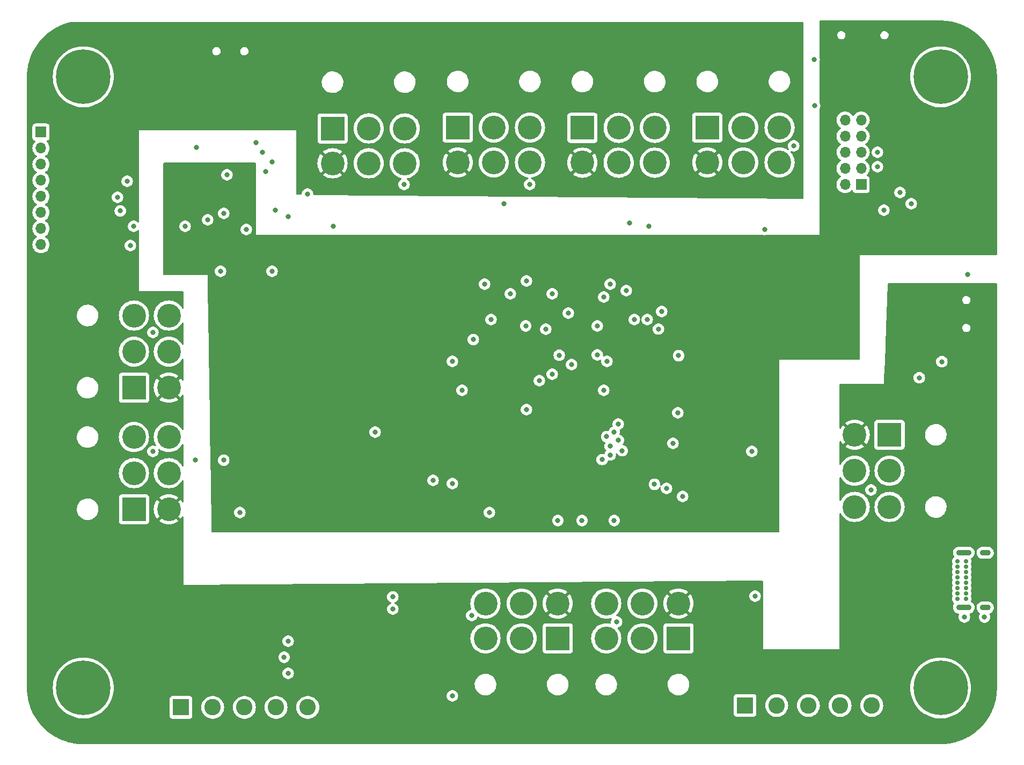
<source format=gbr>
%TF.GenerationSoftware,KiCad,Pcbnew,7.0.7*%
%TF.CreationDate,2024-01-19T22:18:06-06:00*%
%TF.ProjectId,stm32f429z,73746d33-3266-4343-9239-7a2e6b696361,rev?*%
%TF.SameCoordinates,Original*%
%TF.FileFunction,Copper,L2,Inr*%
%TF.FilePolarity,Positive*%
%FSLAX46Y46*%
G04 Gerber Fmt 4.6, Leading zero omitted, Abs format (unit mm)*
G04 Created by KiCad (PCBNEW 7.0.7) date 2024-01-19 22:18:06*
%MOMM*%
%LPD*%
G01*
G04 APERTURE LIST*
%TA.AperFunction,ComponentPad*%
%ADD10R,3.750000X3.750000*%
%TD*%
%TA.AperFunction,ComponentPad*%
%ADD11C,3.750000*%
%TD*%
%TA.AperFunction,ComponentPad*%
%ADD12R,1.700000X1.700000*%
%TD*%
%TA.AperFunction,ComponentPad*%
%ADD13O,1.700000X1.700000*%
%TD*%
%TA.AperFunction,ComponentPad*%
%ADD14R,2.600000X2.600000*%
%TD*%
%TA.AperFunction,ComponentPad*%
%ADD15C,2.600000*%
%TD*%
%TA.AperFunction,ComponentPad*%
%ADD16C,0.700000*%
%TD*%
%TA.AperFunction,ComponentPad*%
%ADD17O,2.400000X0.900000*%
%TD*%
%TA.AperFunction,ComponentPad*%
%ADD18O,1.700000X0.900000*%
%TD*%
%TA.AperFunction,ComponentPad*%
%ADD19C,0.900000*%
%TD*%
%TA.AperFunction,ComponentPad*%
%ADD20C,8.600000*%
%TD*%
%TA.AperFunction,ViaPad*%
%ADD21C,0.800000*%
%TD*%
G04 APERTURE END LIST*
D10*
%TO.N,ADC1_IN9*%
%TO.C,J1*%
X170800000Y-134180000D03*
D11*
%TO.N,ADC1_IN15*%
X165100000Y-134180000D03*
%TO.N,ADC1_IN14*%
X159400000Y-134180000D03*
%TO.N,+5V*%
X170800000Y-128680000D03*
%TO.N,ADC1_IN8*%
X165100000Y-128680000D03*
%TO.N,GND*%
X159400000Y-128680000D03*
%TD*%
D12*
%TO.N,+5V*%
%TO.C,J8*%
X199613750Y-62487500D03*
D13*
%TO.N,Net-(J8-Pin_2)*%
X197073750Y-62487500D03*
%TO.N,GND*%
X199613750Y-59947500D03*
%TO.N,Net-(J8-Pin_4)*%
X197073750Y-59947500D03*
%TO.N,GND*%
X199613750Y-57407500D03*
%TO.N,Net-(J8-Pin_6)*%
X197073750Y-57407500D03*
%TO.N,unconnected-(J8-Pin_7-Pad7)*%
X199613750Y-54867500D03*
%TO.N,unconnected-(J8-Pin_8-Pad8)*%
X197073750Y-54867500D03*
%TO.N,GND*%
X199613750Y-52327500D03*
%TO.N,Net-(J8-Pin_10)*%
X197073750Y-52327500D03*
%TD*%
D14*
%TO.N,MCU_GPIO6*%
%TO.C,J16*%
X92315000Y-145085000D03*
D15*
%TO.N,MCU_GPIO7*%
X97315000Y-145085000D03*
%TO.N,MCU_GPIO8*%
X102315000Y-145085000D03*
%TO.N,MCU_GPIO9*%
X107315000Y-145085000D03*
%TO.N,MCU_GPIO10*%
X112315000Y-145085000D03*
%TD*%
D10*
%TO.N,SPI5_MOSI*%
%TO.C,J3*%
X84895000Y-113793750D03*
D11*
%TO.N,SPI5_MISO*%
X84895000Y-108093750D03*
%TO.N,SPI5_SCK *%
X84895000Y-102393750D03*
%TO.N,+5V*%
X90395000Y-113793750D03*
%TO.N,SPI5_CS  *%
X90395000Y-108093750D03*
%TO.N,GND*%
X90395000Y-102393750D03*
%TD*%
D14*
%TO.N,MCU_GPIO1*%
%TO.C,J15*%
X181295000Y-144780000D03*
D15*
%TO.N,MCU_GPIO2*%
X186295000Y-144780000D03*
%TO.N,MCU_GPIO3*%
X191295000Y-144780000D03*
%TO.N,MCU_GPIO4*%
X196295000Y-144780000D03*
%TO.N,MCU_GPIO5*%
X201295000Y-144780000D03*
%TD*%
D10*
%TO.N,ADC2_IN7*%
%TO.C,J2*%
X151750000Y-134180000D03*
D11*
%TO.N,ADC2_IN5*%
X146050000Y-134180000D03*
%TO.N,ADC2_IN4*%
X140350000Y-134180000D03*
%TO.N,+5V*%
X151750000Y-128680000D03*
%TO.N,ADC2_IN6*%
X146050000Y-128680000D03*
%TO.N,GND*%
X140350000Y-128680000D03*
%TD*%
D10*
%TO.N,USART1_RX*%
%TO.C,J10*%
X175340000Y-53527500D03*
D11*
%TO.N,unconnected-(J10-Pin_2-Pad2)*%
X181040000Y-53527500D03*
%TO.N,USART1_TX*%
X186740000Y-53527500D03*
%TO.N,+5V*%
X175340000Y-59027500D03*
%TO.N,unconnected-(J10-Pin_5-Pad5)*%
X181040000Y-59027500D03*
%TO.N,GND*%
X186740000Y-59027500D03*
%TD*%
D16*
%TO.N,GND*%
%TO.C,P2*%
X214825000Y-127975000D03*
%TO.N,Net-(D5-A)*%
X214825000Y-127125000D03*
%TO.N,unconnected-(P2-CC-PadA5)*%
X214825000Y-126275000D03*
%TO.N,unconnected-(P2-D+-PadA6)*%
X214825000Y-125425000D03*
%TO.N,unconnected-(P2-D--PadA7)*%
X214825000Y-124575000D03*
%TO.N,N/C*%
X214825000Y-123725000D03*
%TO.N,Net-(D5-A)*%
X214825000Y-122875000D03*
%TO.N,GND*%
X214825000Y-122025000D03*
X216175000Y-122025000D03*
%TO.N,Net-(D5-A)*%
X216175000Y-122875000D03*
%TO.N,unconnected-(P2-VCONN-PadB5)*%
X216175000Y-123725000D03*
%TO.N,N/C*%
X216175000Y-124575000D03*
X216175000Y-125425000D03*
X216175000Y-126275000D03*
%TO.N,Net-(D5-A)*%
X216175000Y-127125000D03*
%TO.N,GND*%
X216175000Y-127975000D03*
D17*
X215805000Y-129325000D03*
D18*
X219185000Y-129325000D03*
D17*
X215805000Y-120675000D03*
D18*
X219185000Y-120675000D03*
%TD*%
D10*
%TO.N,I2C2_SCL*%
%TO.C,J5*%
X84895000Y-94600000D03*
D11*
%TO.N,unconnected-(J5-Pin_2-Pad2)*%
X84895000Y-88900000D03*
%TO.N,I2C2_SDA*%
X84895000Y-83200000D03*
%TO.N,+5V*%
X90395000Y-94600000D03*
%TO.N,unconnected-(J5-Pin_5-Pad5)*%
X90395000Y-88900000D03*
%TO.N,GND*%
X90395000Y-83200000D03*
%TD*%
D12*
%TO.N,GP5*%
%TO.C,J12*%
X70232500Y-54232500D03*
D13*
%TO.N,GP4*%
X70232500Y-56772500D03*
%TO.N,GP3*%
X70232500Y-59312500D03*
%TO.N,GP0*%
X70232500Y-61852500D03*
%TO.N,GP1*%
X70232500Y-64392500D03*
%TO.N,GP2*%
X70232500Y-66932500D03*
%TO.N,CTS*%
X70232500Y-69472500D03*
%TO.N,RTS*%
X70232500Y-72012500D03*
%TD*%
D10*
%TO.N,CAN2+*%
%TO.C,J7*%
X204095000Y-102031250D03*
D11*
%TO.N,CAN2-*%
X204095000Y-107731250D03*
%TO.N,unconnected-(J7-Pin_3-Pad3)*%
X204095000Y-113431250D03*
%TO.N,+5V*%
X198595000Y-102031250D03*
%TO.N,unconnected-(J7-Pin_5-Pad5)*%
X198595000Y-107731250D03*
%TO.N,GND*%
X198595000Y-113431250D03*
%TD*%
D19*
%TO.N,N/C*%
%TO.C,H3*%
X208930000Y-45501250D03*
X209874581Y-43220831D03*
X209874581Y-47781669D03*
X212155000Y-42276250D03*
D20*
X212155000Y-45501250D03*
D19*
X212155000Y-48726250D03*
X214435419Y-43220831D03*
X214435419Y-47781669D03*
X215380000Y-45501250D03*
%TD*%
D10*
%TO.N,SPI3_MOSI*%
%TO.C,J4*%
X135970000Y-53527500D03*
D11*
%TO.N,SPI3_MISO*%
X141670000Y-53527500D03*
%TO.N,SPI3_SCK*%
X147370000Y-53527500D03*
%TO.N,+5V*%
X135970000Y-59027500D03*
%TO.N,SPI3_CS  *%
X141670000Y-59027500D03*
%TO.N,GND*%
X147370000Y-59027500D03*
%TD*%
D19*
%TO.N,N/C*%
%TO.C,H2*%
X73675000Y-142021250D03*
X74619581Y-139740831D03*
X74619581Y-144301669D03*
X76900000Y-138796250D03*
D20*
X76900000Y-142021250D03*
D19*
X76900000Y-145246250D03*
X79180419Y-139740831D03*
X79180419Y-144301669D03*
X80125000Y-142021250D03*
%TD*%
%TO.N,N/C*%
%TO.C,H1*%
X73675000Y-45501250D03*
X74619581Y-43220831D03*
X74619581Y-47781669D03*
X76900000Y-42276250D03*
D20*
X76900000Y-45501250D03*
D19*
X76900000Y-48726250D03*
X79180419Y-43220831D03*
X79180419Y-47781669D03*
X80125000Y-45501250D03*
%TD*%
D10*
%TO.N,I2C1_SCL*%
%TO.C,J14*%
X116220000Y-53655000D03*
D11*
%TO.N,unconnected-(J14-Pin_2-Pad2)*%
X121920000Y-53655000D03*
%TO.N,I2C1_SDA*%
X127620000Y-53655000D03*
%TO.N,+5V*%
X116220000Y-59155000D03*
%TO.N,unconnected-(J14-Pin_5-Pad5)*%
X121920000Y-59155000D03*
%TO.N,GND*%
X127620000Y-59155000D03*
%TD*%
D19*
%TO.N,N/C*%
%TO.C,H4*%
X208930000Y-142021250D03*
X209874581Y-139740831D03*
X209874581Y-144301669D03*
X212155000Y-138796250D03*
D20*
X212155000Y-142021250D03*
D19*
X212155000Y-145246250D03*
X214435419Y-139740831D03*
X214435419Y-144301669D03*
X215380000Y-142021250D03*
%TD*%
D10*
%TO.N,CAN1+*%
%TO.C,J11*%
X155655000Y-53561250D03*
D11*
%TO.N,CAN1-*%
X161355000Y-53561250D03*
%TO.N,unconnected-(J11-Pin_3-Pad3)*%
X167055000Y-53561250D03*
%TO.N,+5V*%
X155655000Y-59061250D03*
%TO.N,unconnected-(J11-Pin_5-Pad5)*%
X161355000Y-59061250D03*
%TO.N,GND*%
X167055000Y-59061250D03*
%TD*%
D21*
%TO.N,GND*%
X98552000Y-76200000D03*
X102616000Y-69596000D03*
X160655000Y-115570000D03*
X140970000Y-114300000D03*
X162560000Y-79248000D03*
X87884000Y-85852000D03*
X94742000Y-56642000D03*
X135128000Y-143256000D03*
X182880000Y-127508000D03*
X188976000Y-56388000D03*
X122936000Y-101600000D03*
X215900000Y-130810000D03*
X212342500Y-90489250D03*
X138430000Y-86995000D03*
X219075000Y-130810000D03*
X151765000Y-115570000D03*
X135128000Y-109728000D03*
X170815000Y-89535000D03*
X106680000Y-76200000D03*
X135128000Y-90424000D03*
X127508000Y-62484000D03*
X87884000Y-104648000D03*
X101600000Y-114300000D03*
X138176000Y-130556000D03*
X155575000Y-115570000D03*
X161036000Y-131572000D03*
X208786500Y-93029250D03*
X169926000Y-103378000D03*
X141224000Y-83820000D03*
X192201800Y-42748200D03*
X170688000Y-98552000D03*
X207518000Y-65532000D03*
X216408000Y-76708000D03*
X201168000Y-110744000D03*
X153416000Y-82804000D03*
X182372000Y-104648000D03*
X151988750Y-89475000D03*
X192278000Y-50038000D03*
X202184000Y-57404000D03*
X147320000Y-62484000D03*
X202184000Y-59690000D03*
X136652000Y-94996000D03*
X157988000Y-84836000D03*
%TO.N,+3.3V*%
X199898000Y-44958000D03*
X144145000Y-115570000D03*
X138684000Y-90424000D03*
X131064000Y-77216000D03*
X150368000Y-81788000D03*
X163830000Y-113665000D03*
X185928000Y-116332000D03*
X182372000Y-116332000D03*
X99060000Y-80645000D03*
X170180000Y-94488000D03*
X99060000Y-90805000D03*
X154305000Y-114300000D03*
X139700000Y-102870000D03*
X95250000Y-59690000D03*
X154940000Y-84455000D03*
X119380000Y-77724000D03*
X158750000Y-113665000D03*
X142240000Y-85852000D03*
X138684000Y-97950500D03*
X105410000Y-112395000D03*
X104140000Y-74168000D03*
X168402000Y-99568000D03*
X139192000Y-107188000D03*
X170434000Y-86868000D03*
X102616000Y-59944000D03*
%TO.N,+5V*%
X108712000Y-49276000D03*
X198120000Y-118364000D03*
X111760000Y-58928000D03*
X205994000Y-79248000D03*
X136144000Y-61976000D03*
X154432000Y-130556000D03*
X175260000Y-62484000D03*
X213614000Y-85598000D03*
X198628000Y-97028000D03*
X88392000Y-91948000D03*
X90424000Y-117856000D03*
X172720000Y-63500000D03*
X181356000Y-131064000D03*
X174244000Y-129032000D03*
%TO.N,NRST*%
X159004000Y-94996000D03*
X184404000Y-69596000D03*
%TO.N,SPI5_CS  *%
X146812000Y-98044000D03*
X132080000Y-109220000D03*
X94615000Y-106045000D03*
X99060000Y-106045000D03*
%TO.N,SPI3_CS  *%
X153924000Y-90932000D03*
X143256000Y-65532000D03*
%TO.N,I2C1_SDA*%
X146695500Y-84836000D03*
X146812000Y-77724000D03*
%TO.N,USART1_RX*%
X116332000Y-69088000D03*
X150876000Y-79756000D03*
X140208000Y-78232000D03*
X163068000Y-68580000D03*
%TO.N,USART1_TX*%
X149860000Y-85344000D03*
X144272000Y-79756000D03*
X166116000Y-69088000D03*
%TO.N,GP5*%
X99060000Y-67056000D03*
X105664000Y-60452000D03*
%TO.N,GP4*%
X107188000Y-66548000D03*
X96520000Y-68072000D03*
%TO.N,GP3*%
X109220000Y-67564000D03*
X92964000Y-69088000D03*
%TO.N,GP2*%
X82742250Y-66675000D03*
X106680000Y-58928000D03*
%TO.N,GP1*%
X105156000Y-57404000D03*
X82296000Y-64516000D03*
%TO.N,GP0*%
X83820000Y-61976000D03*
X104140000Y-55880000D03*
%TO.N,CTS*%
X99568000Y-60960000D03*
X84836000Y-69088000D03*
%TO.N,RTS*%
X112268000Y-64008000D03*
X84328000Y-72136000D03*
%TO.N,SYS_JTCLK-SWCLK*%
X165862000Y-83820000D03*
X163830000Y-83820000D03*
%TO.N,SYS_JTDO-SWO*%
X168148000Y-82550000D03*
X150876000Y-92456000D03*
%TO.N,BOOT0*%
X203200000Y-66548000D03*
X167635701Y-85339701D03*
X205740000Y-63754000D03*
X148844000Y-93472000D03*
%TO.N,MCU_GPIO10*%
X125730000Y-129540000D03*
X160025194Y-103826306D03*
%TO.N,MCU_GPIO9*%
X161308487Y-102900303D03*
X125730000Y-127635000D03*
%TO.N,MCU_GPIO8*%
X159474500Y-102324500D03*
X109220000Y-139700000D03*
%TO.N,MCU_GPIO7*%
X160655000Y-101600000D03*
X108585000Y-137160000D03*
%TO.N,MCU_GPIO6*%
X109220000Y-134620000D03*
X161290000Y-100330000D03*
%TO.N,MCU_GPIO5*%
X161925000Y-104556500D03*
X171450000Y-111760000D03*
%TO.N,MCU_GPIO4*%
X168910000Y-110490000D03*
X160020000Y-105231000D03*
%TO.N,MCU_GPIO3*%
X167005000Y-109855000D03*
X158750000Y-105955500D03*
%TO.N,CAN1_TX*%
X160020000Y-78232000D03*
X159512000Y-90424000D03*
%TO.N,CAN SIlent Mode 1*%
X159004000Y-80264000D03*
X157988000Y-89408000D03*
%TD*%
%TA.AperFunction,Conductor*%
%TO.N,+3.3V*%
G36*
X212506465Y-36623255D02*
G01*
X212739540Y-36631218D01*
X212743486Y-36631480D01*
X213062794Y-36662929D01*
X213330937Y-36690496D01*
X213334645Y-36690992D01*
X213644138Y-36742089D01*
X213917030Y-36789140D01*
X213920530Y-36789850D01*
X214223173Y-36860416D01*
X214495204Y-36926709D01*
X214498433Y-36927591D01*
X214779893Y-37012971D01*
X214794275Y-37017334D01*
X215062842Y-37102573D01*
X215065852Y-37103616D01*
X215354349Y-37212198D01*
X215566259Y-37295764D01*
X215617419Y-37315939D01*
X215620245Y-37317136D01*
X215900438Y-37444089D01*
X216156536Y-37565883D01*
X216159055Y-37567154D01*
X216430043Y-37712000D01*
X216678858Y-37851902D01*
X216940695Y-38014721D01*
X217179652Y-38171452D01*
X217430104Y-38350922D01*
X217657958Y-38523709D01*
X217896043Y-38719100D01*
X218111628Y-38907079D01*
X218336391Y-39117592D01*
X218538676Y-39319876D01*
X218749173Y-39544620D01*
X218853345Y-39664088D01*
X218937190Y-39760246D01*
X219132568Y-39998314D01*
X219305326Y-40226128D01*
X219484835Y-40476629D01*
X219641534Y-40715536D01*
X219804375Y-40977403D01*
X219944269Y-41226202D01*
X220089107Y-41497173D01*
X220090419Y-41499772D01*
X220212168Y-41755771D01*
X220253822Y-41847700D01*
X220339151Y-42036024D01*
X220340355Y-42038868D01*
X220444084Y-42301906D01*
X220552649Y-42590353D01*
X220553718Y-42593437D01*
X220638937Y-42861931D01*
X220728684Y-43157782D01*
X220729591Y-43161101D01*
X220795868Y-43433066D01*
X220866438Y-43735722D01*
X220867157Y-43739267D01*
X220914202Y-44012117D01*
X220965295Y-44321569D01*
X220965798Y-44325329D01*
X220993390Y-44593713D01*
X221024813Y-44912740D01*
X221025075Y-44916706D01*
X221033572Y-45165975D01*
X221044500Y-45499744D01*
X221044500Y-73536000D01*
X221024815Y-73603039D01*
X220972011Y-73648794D01*
X220920500Y-73660000D01*
X199390000Y-73660000D01*
X199390000Y-90046000D01*
X199370315Y-90113039D01*
X199317511Y-90158794D01*
X199266000Y-90170000D01*
X186690000Y-90170000D01*
X186690000Y-117351000D01*
X186670315Y-117418039D01*
X186617511Y-117463794D01*
X186566000Y-117475000D01*
X97277078Y-117475000D01*
X97210039Y-117455315D01*
X97164284Y-117402511D01*
X97153093Y-117352937D01*
X97125235Y-115570000D01*
X150859540Y-115570000D01*
X150879326Y-115758256D01*
X150879327Y-115758259D01*
X150937818Y-115938277D01*
X150937821Y-115938284D01*
X151032467Y-116102216D01*
X151159129Y-116242888D01*
X151312265Y-116354148D01*
X151312270Y-116354151D01*
X151485192Y-116431142D01*
X151485197Y-116431144D01*
X151670354Y-116470500D01*
X151670355Y-116470500D01*
X151859644Y-116470500D01*
X151859646Y-116470500D01*
X152044803Y-116431144D01*
X152217730Y-116354151D01*
X152370871Y-116242888D01*
X152497533Y-116102216D01*
X152592179Y-115938284D01*
X152650674Y-115758256D01*
X152670460Y-115570000D01*
X154669540Y-115570000D01*
X154689326Y-115758256D01*
X154689327Y-115758259D01*
X154747818Y-115938277D01*
X154747821Y-115938284D01*
X154842467Y-116102216D01*
X154969129Y-116242888D01*
X155122265Y-116354148D01*
X155122270Y-116354151D01*
X155295192Y-116431142D01*
X155295197Y-116431144D01*
X155480354Y-116470500D01*
X155480355Y-116470500D01*
X155669644Y-116470500D01*
X155669646Y-116470500D01*
X155854803Y-116431144D01*
X156027730Y-116354151D01*
X156180871Y-116242888D01*
X156307533Y-116102216D01*
X156402179Y-115938284D01*
X156460674Y-115758256D01*
X156480460Y-115570000D01*
X159749540Y-115570000D01*
X159769326Y-115758256D01*
X159769327Y-115758259D01*
X159827818Y-115938277D01*
X159827821Y-115938284D01*
X159922467Y-116102216D01*
X160049129Y-116242888D01*
X160202265Y-116354148D01*
X160202270Y-116354151D01*
X160375192Y-116431142D01*
X160375197Y-116431144D01*
X160560354Y-116470500D01*
X160560355Y-116470500D01*
X160749644Y-116470500D01*
X160749646Y-116470500D01*
X160934803Y-116431144D01*
X161107730Y-116354151D01*
X161260871Y-116242888D01*
X161387533Y-116102216D01*
X161482179Y-115938284D01*
X161540674Y-115758256D01*
X161560460Y-115570000D01*
X161540674Y-115381744D01*
X161482179Y-115201716D01*
X161387533Y-115037784D01*
X161260871Y-114897112D01*
X161237960Y-114880466D01*
X161107734Y-114785851D01*
X161107729Y-114785848D01*
X160934807Y-114708857D01*
X160934802Y-114708855D01*
X160789001Y-114677865D01*
X160749646Y-114669500D01*
X160560354Y-114669500D01*
X160527897Y-114676398D01*
X160375197Y-114708855D01*
X160375192Y-114708857D01*
X160202270Y-114785848D01*
X160202265Y-114785851D01*
X160049129Y-114897111D01*
X159922466Y-115037785D01*
X159827821Y-115201715D01*
X159827818Y-115201722D01*
X159769327Y-115381740D01*
X159769326Y-115381744D01*
X159749540Y-115570000D01*
X156480460Y-115570000D01*
X156460674Y-115381744D01*
X156402179Y-115201716D01*
X156307533Y-115037784D01*
X156180871Y-114897112D01*
X156157960Y-114880466D01*
X156027734Y-114785851D01*
X156027729Y-114785848D01*
X155854807Y-114708857D01*
X155854802Y-114708855D01*
X155709000Y-114677865D01*
X155669646Y-114669500D01*
X155480354Y-114669500D01*
X155447897Y-114676398D01*
X155295197Y-114708855D01*
X155295192Y-114708857D01*
X155122270Y-114785848D01*
X155122265Y-114785851D01*
X154969129Y-114897111D01*
X154842466Y-115037785D01*
X154747821Y-115201715D01*
X154747818Y-115201722D01*
X154689327Y-115381740D01*
X154689326Y-115381744D01*
X154669540Y-115570000D01*
X152670460Y-115570000D01*
X152650674Y-115381744D01*
X152592179Y-115201716D01*
X152497533Y-115037784D01*
X152370871Y-114897112D01*
X152347960Y-114880466D01*
X152217734Y-114785851D01*
X152217729Y-114785848D01*
X152044807Y-114708857D01*
X152044802Y-114708855D01*
X151899000Y-114677865D01*
X151859646Y-114669500D01*
X151670354Y-114669500D01*
X151637897Y-114676398D01*
X151485197Y-114708855D01*
X151485192Y-114708857D01*
X151312270Y-114785848D01*
X151312265Y-114785851D01*
X151159129Y-114897111D01*
X151032466Y-115037785D01*
X150937821Y-115201715D01*
X150937818Y-115201722D01*
X150879327Y-115381740D01*
X150879326Y-115381744D01*
X150859540Y-115570000D01*
X97125235Y-115570000D01*
X97105391Y-114300000D01*
X100694540Y-114300000D01*
X100714326Y-114488256D01*
X100714327Y-114488259D01*
X100772818Y-114668277D01*
X100772821Y-114668284D01*
X100867467Y-114832216D01*
X100982222Y-114959664D01*
X100994129Y-114972888D01*
X101147265Y-115084148D01*
X101147270Y-115084151D01*
X101320192Y-115161142D01*
X101320197Y-115161144D01*
X101505354Y-115200500D01*
X101505355Y-115200500D01*
X101694644Y-115200500D01*
X101694646Y-115200500D01*
X101879803Y-115161144D01*
X102052730Y-115084151D01*
X102205871Y-114972888D01*
X102332533Y-114832216D01*
X102427179Y-114668284D01*
X102485674Y-114488256D01*
X102505460Y-114300000D01*
X140064540Y-114300000D01*
X140084326Y-114488256D01*
X140084327Y-114488259D01*
X140142818Y-114668277D01*
X140142821Y-114668284D01*
X140237467Y-114832216D01*
X140352222Y-114959664D01*
X140364129Y-114972888D01*
X140517265Y-115084148D01*
X140517270Y-115084151D01*
X140690192Y-115161142D01*
X140690197Y-115161144D01*
X140875354Y-115200500D01*
X140875355Y-115200500D01*
X141064644Y-115200500D01*
X141064646Y-115200500D01*
X141249803Y-115161144D01*
X141422730Y-115084151D01*
X141575871Y-114972888D01*
X141702533Y-114832216D01*
X141797179Y-114668284D01*
X141855674Y-114488256D01*
X141875460Y-114300000D01*
X141855674Y-114111744D01*
X141797179Y-113931716D01*
X141702533Y-113767784D01*
X141575871Y-113627112D01*
X141575501Y-113626843D01*
X141422734Y-113515851D01*
X141422729Y-113515848D01*
X141249807Y-113438857D01*
X141249802Y-113438855D01*
X141104001Y-113407865D01*
X141064646Y-113399500D01*
X140875354Y-113399500D01*
X140842897Y-113406398D01*
X140690197Y-113438855D01*
X140690192Y-113438857D01*
X140517270Y-113515848D01*
X140517265Y-113515851D01*
X140364129Y-113627111D01*
X140237466Y-113767785D01*
X140142821Y-113931715D01*
X140142818Y-113931722D01*
X140086686Y-114104480D01*
X140084326Y-114111744D01*
X140064540Y-114300000D01*
X102505460Y-114300000D01*
X102485674Y-114111744D01*
X102427179Y-113931716D01*
X102332533Y-113767784D01*
X102205871Y-113627112D01*
X102205501Y-113626843D01*
X102052734Y-113515851D01*
X102052729Y-113515848D01*
X101879807Y-113438857D01*
X101879802Y-113438855D01*
X101734001Y-113407865D01*
X101694646Y-113399500D01*
X101505354Y-113399500D01*
X101472897Y-113406398D01*
X101320197Y-113438855D01*
X101320192Y-113438857D01*
X101147270Y-113515848D01*
X101147265Y-113515851D01*
X100994129Y-113627111D01*
X100867466Y-113767785D01*
X100772821Y-113931715D01*
X100772818Y-113931722D01*
X100716686Y-114104480D01*
X100714326Y-114111744D01*
X100694540Y-114300000D01*
X97105391Y-114300000D01*
X97065703Y-111760000D01*
X170544540Y-111760000D01*
X170564326Y-111948256D01*
X170564327Y-111948259D01*
X170622818Y-112128277D01*
X170622821Y-112128284D01*
X170717467Y-112292216D01*
X170844128Y-112432888D01*
X170844129Y-112432888D01*
X170997265Y-112544148D01*
X170997270Y-112544151D01*
X171170192Y-112621142D01*
X171170197Y-112621144D01*
X171355354Y-112660500D01*
X171355355Y-112660500D01*
X171544644Y-112660500D01*
X171544646Y-112660500D01*
X171729803Y-112621144D01*
X171902730Y-112544151D01*
X172055871Y-112432888D01*
X172182533Y-112292216D01*
X172277179Y-112128284D01*
X172335674Y-111948256D01*
X172355460Y-111760000D01*
X172335674Y-111571744D01*
X172277179Y-111391716D01*
X172182533Y-111227784D01*
X172055871Y-111087112D01*
X172033721Y-111071019D01*
X171902734Y-110975851D01*
X171902729Y-110975848D01*
X171729807Y-110898857D01*
X171729802Y-110898855D01*
X171584001Y-110867865D01*
X171544646Y-110859500D01*
X171355354Y-110859500D01*
X171322897Y-110866398D01*
X171170197Y-110898855D01*
X171170192Y-110898857D01*
X170997270Y-110975848D01*
X170997265Y-110975851D01*
X170844129Y-111087111D01*
X170717466Y-111227785D01*
X170622821Y-111391715D01*
X170622818Y-111391722D01*
X170578490Y-111528151D01*
X170564326Y-111571744D01*
X170544540Y-111760000D01*
X97065703Y-111760000D01*
X97026016Y-109220000D01*
X131174540Y-109220000D01*
X131194326Y-109408256D01*
X131194327Y-109408259D01*
X131252818Y-109588277D01*
X131252821Y-109588284D01*
X131347467Y-109752216D01*
X131465096Y-109882856D01*
X131474129Y-109892888D01*
X131627265Y-110004148D01*
X131627270Y-110004151D01*
X131800192Y-110081142D01*
X131800197Y-110081144D01*
X131985354Y-110120500D01*
X131985355Y-110120500D01*
X132174644Y-110120500D01*
X132174646Y-110120500D01*
X132359803Y-110081144D01*
X132532730Y-110004151D01*
X132685871Y-109892888D01*
X132812533Y-109752216D01*
X132826514Y-109728000D01*
X134222540Y-109728000D01*
X134242326Y-109916256D01*
X134242327Y-109916259D01*
X134300818Y-110096277D01*
X134300821Y-110096284D01*
X134395467Y-110260216D01*
X134499464Y-110375716D01*
X134522129Y-110400888D01*
X134675265Y-110512148D01*
X134675270Y-110512151D01*
X134848192Y-110589142D01*
X134848197Y-110589144D01*
X135033354Y-110628500D01*
X135033355Y-110628500D01*
X135222644Y-110628500D01*
X135222646Y-110628500D01*
X135407803Y-110589144D01*
X135580730Y-110512151D01*
X135733871Y-110400888D01*
X135860533Y-110260216D01*
X135955179Y-110096284D01*
X136013674Y-109916256D01*
X136020112Y-109855000D01*
X166099540Y-109855000D01*
X166119326Y-110043256D01*
X166119327Y-110043259D01*
X166177818Y-110223277D01*
X166177821Y-110223284D01*
X166272467Y-110387216D01*
X166384957Y-110512148D01*
X166399129Y-110527888D01*
X166552265Y-110639148D01*
X166552270Y-110639151D01*
X166725192Y-110716142D01*
X166725197Y-110716144D01*
X166910354Y-110755500D01*
X166910355Y-110755500D01*
X167099644Y-110755500D01*
X167099646Y-110755500D01*
X167284803Y-110716144D01*
X167457730Y-110639151D01*
X167610871Y-110527888D01*
X167737533Y-110387216D01*
X167785486Y-110304157D01*
X167836052Y-110255943D01*
X167904659Y-110242719D01*
X167969524Y-110268687D01*
X168010053Y-110325601D01*
X168016193Y-110379117D01*
X168004540Y-110490000D01*
X168024326Y-110678256D01*
X168024327Y-110678259D01*
X168082818Y-110858277D01*
X168082821Y-110858284D01*
X168177467Y-111022216D01*
X168221410Y-111071019D01*
X168304129Y-111162888D01*
X168457265Y-111274148D01*
X168457270Y-111274151D01*
X168630192Y-111351142D01*
X168630197Y-111351144D01*
X168815354Y-111390500D01*
X168815355Y-111390500D01*
X169004644Y-111390500D01*
X169004646Y-111390500D01*
X169189803Y-111351144D01*
X169362730Y-111274151D01*
X169515871Y-111162888D01*
X169642533Y-111022216D01*
X169737179Y-110858284D01*
X169795674Y-110678256D01*
X169815460Y-110490000D01*
X169795674Y-110301744D01*
X169737179Y-110121716D01*
X169642533Y-109957784D01*
X169515871Y-109817112D01*
X169460780Y-109777086D01*
X169362734Y-109705851D01*
X169362729Y-109705848D01*
X169189807Y-109628857D01*
X169189802Y-109628855D01*
X169044000Y-109597865D01*
X169004646Y-109589500D01*
X168815354Y-109589500D01*
X168782897Y-109596398D01*
X168630197Y-109628855D01*
X168630192Y-109628857D01*
X168457270Y-109705848D01*
X168457265Y-109705851D01*
X168304129Y-109817111D01*
X168177467Y-109957783D01*
X168129513Y-110040842D01*
X168078945Y-110089057D01*
X168010338Y-110102279D01*
X167945474Y-110076311D01*
X167904946Y-110019397D01*
X167898805Y-109965885D01*
X167910460Y-109855000D01*
X167890674Y-109666744D01*
X167832179Y-109486716D01*
X167737533Y-109322784D01*
X167610871Y-109182112D01*
X167610870Y-109182111D01*
X167457734Y-109070851D01*
X167457729Y-109070848D01*
X167284807Y-108993857D01*
X167284802Y-108993855D01*
X167139000Y-108962865D01*
X167099646Y-108954500D01*
X166910354Y-108954500D01*
X166877897Y-108961398D01*
X166725197Y-108993855D01*
X166725192Y-108993857D01*
X166552270Y-109070848D01*
X166552265Y-109070851D01*
X166399129Y-109182111D01*
X166272466Y-109322785D01*
X166177821Y-109486715D01*
X166177818Y-109486722D01*
X166131636Y-109628857D01*
X166119326Y-109666744D01*
X166099540Y-109855000D01*
X136020112Y-109855000D01*
X136033460Y-109728000D01*
X136013674Y-109539744D01*
X135955179Y-109359716D01*
X135860533Y-109195784D01*
X135733871Y-109055112D01*
X135701708Y-109031744D01*
X135580734Y-108943851D01*
X135580729Y-108943848D01*
X135407807Y-108866857D01*
X135407802Y-108866855D01*
X135262001Y-108835865D01*
X135222646Y-108827500D01*
X135033354Y-108827500D01*
X135000897Y-108834398D01*
X134848197Y-108866855D01*
X134848192Y-108866857D01*
X134675270Y-108943848D01*
X134675265Y-108943851D01*
X134522129Y-109055111D01*
X134395466Y-109195785D01*
X134300821Y-109359715D01*
X134300818Y-109359722D01*
X134242327Y-109539740D01*
X134242326Y-109539744D01*
X134222540Y-109728000D01*
X132826514Y-109728000D01*
X132907179Y-109588284D01*
X132965674Y-109408256D01*
X132985460Y-109220000D01*
X132965674Y-109031744D01*
X132907179Y-108851716D01*
X132812533Y-108687784D01*
X132685871Y-108547112D01*
X132685870Y-108547111D01*
X132532734Y-108435851D01*
X132532729Y-108435848D01*
X132359807Y-108358857D01*
X132359802Y-108358855D01*
X132214001Y-108327865D01*
X132174646Y-108319500D01*
X131985354Y-108319500D01*
X131952897Y-108326398D01*
X131800197Y-108358855D01*
X131800192Y-108358857D01*
X131627270Y-108435848D01*
X131627265Y-108435851D01*
X131474129Y-108547111D01*
X131347466Y-108687785D01*
X131252821Y-108851715D01*
X131252818Y-108851722D01*
X131206636Y-108993857D01*
X131194326Y-109031744D01*
X131174540Y-109220000D01*
X97026016Y-109220000D01*
X96976406Y-106045000D01*
X98154540Y-106045000D01*
X98174326Y-106233256D01*
X98174327Y-106233259D01*
X98232818Y-106413277D01*
X98232821Y-106413284D01*
X98327467Y-106577216D01*
X98373543Y-106628388D01*
X98454129Y-106717888D01*
X98607265Y-106829148D01*
X98607270Y-106829151D01*
X98780192Y-106906142D01*
X98780197Y-106906144D01*
X98965354Y-106945500D01*
X98965355Y-106945500D01*
X99154644Y-106945500D01*
X99154646Y-106945500D01*
X99339803Y-106906144D01*
X99512730Y-106829151D01*
X99665871Y-106717888D01*
X99792533Y-106577216D01*
X99887179Y-106413284D01*
X99945674Y-106233256D01*
X99965460Y-106045000D01*
X99956053Y-105955500D01*
X157844540Y-105955500D01*
X157864326Y-106143756D01*
X157864327Y-106143759D01*
X157922818Y-106323777D01*
X157922821Y-106323784D01*
X158017467Y-106487716D01*
X158144128Y-106628388D01*
X158144129Y-106628388D01*
X158297265Y-106739648D01*
X158297270Y-106739651D01*
X158470192Y-106816642D01*
X158470197Y-106816644D01*
X158655354Y-106856000D01*
X158655355Y-106856000D01*
X158844644Y-106856000D01*
X158844646Y-106856000D01*
X159029803Y-106816644D01*
X159202730Y-106739651D01*
X159355871Y-106628388D01*
X159482533Y-106487716D01*
X159577179Y-106323784D01*
X159623611Y-106180880D01*
X159663048Y-106123206D01*
X159727407Y-106096007D01*
X159767318Y-106097908D01*
X159925354Y-106131500D01*
X159925355Y-106131500D01*
X160114644Y-106131500D01*
X160114646Y-106131500D01*
X160299803Y-106092144D01*
X160472730Y-106015151D01*
X160625871Y-105903888D01*
X160752533Y-105763216D01*
X160847179Y-105599284D01*
X160905674Y-105419256D01*
X160925460Y-105231000D01*
X160908730Y-105071825D01*
X160921299Y-105003099D01*
X160969031Y-104952075D01*
X161036772Y-104934957D01*
X161103013Y-104957179D01*
X161139438Y-104996867D01*
X161192467Y-105088716D01*
X161274854Y-105180216D01*
X161319129Y-105229388D01*
X161472265Y-105340648D01*
X161472270Y-105340651D01*
X161645192Y-105417642D01*
X161645197Y-105417644D01*
X161830354Y-105457000D01*
X161830355Y-105457000D01*
X162019644Y-105457000D01*
X162019646Y-105457000D01*
X162204803Y-105417644D01*
X162377730Y-105340651D01*
X162530871Y-105229388D01*
X162657533Y-105088716D01*
X162752179Y-104924784D01*
X162810674Y-104744756D01*
X162820843Y-104648000D01*
X181466540Y-104648000D01*
X181486326Y-104836256D01*
X181486327Y-104836259D01*
X181544818Y-105016277D01*
X181544821Y-105016284D01*
X181639467Y-105180216D01*
X181731664Y-105282611D01*
X181766129Y-105320888D01*
X181919265Y-105432148D01*
X181919270Y-105432151D01*
X182092192Y-105509142D01*
X182092197Y-105509144D01*
X182277354Y-105548500D01*
X182277355Y-105548500D01*
X182466644Y-105548500D01*
X182466646Y-105548500D01*
X182651803Y-105509144D01*
X182824730Y-105432151D01*
X182977871Y-105320888D01*
X183104533Y-105180216D01*
X183199179Y-105016284D01*
X183257674Y-104836256D01*
X183277460Y-104648000D01*
X183257674Y-104459744D01*
X183199179Y-104279716D01*
X183104533Y-104115784D01*
X182977871Y-103975112D01*
X182977870Y-103975111D01*
X182824734Y-103863851D01*
X182824729Y-103863848D01*
X182651807Y-103786857D01*
X182651802Y-103786855D01*
X182506001Y-103755865D01*
X182466646Y-103747500D01*
X182277354Y-103747500D01*
X182244897Y-103754398D01*
X182092197Y-103786855D01*
X182092192Y-103786857D01*
X181919270Y-103863848D01*
X181919265Y-103863851D01*
X181766129Y-103975111D01*
X181639466Y-104115785D01*
X181544821Y-104279715D01*
X181544818Y-104279722D01*
X181487735Y-104455407D01*
X181486326Y-104459744D01*
X181466540Y-104648000D01*
X162820843Y-104648000D01*
X162830460Y-104556500D01*
X162810674Y-104368244D01*
X162752179Y-104188216D01*
X162657533Y-104024284D01*
X162530871Y-103883612D01*
X162529466Y-103882591D01*
X162377734Y-103772351D01*
X162377729Y-103772348D01*
X162204807Y-103695357D01*
X162204802Y-103695355D01*
X162078768Y-103668566D01*
X162017286Y-103635373D01*
X161983510Y-103574210D01*
X161988162Y-103504496D01*
X162012398Y-103464306D01*
X162041020Y-103432519D01*
X162072496Y-103378000D01*
X169020540Y-103378000D01*
X169040326Y-103566256D01*
X169040327Y-103566259D01*
X169098818Y-103746277D01*
X169098821Y-103746284D01*
X169193467Y-103910216D01*
X169301598Y-104030307D01*
X169320129Y-104050888D01*
X169473265Y-104162148D01*
X169473270Y-104162151D01*
X169646192Y-104239142D01*
X169646197Y-104239144D01*
X169831354Y-104278500D01*
X169831355Y-104278500D01*
X170020644Y-104278500D01*
X170020646Y-104278500D01*
X170205803Y-104239144D01*
X170378730Y-104162151D01*
X170531871Y-104050888D01*
X170658533Y-103910216D01*
X170753179Y-103746284D01*
X170811674Y-103566256D01*
X170831460Y-103378000D01*
X170811674Y-103189744D01*
X170753179Y-103009716D01*
X170658533Y-102845784D01*
X170531871Y-102705112D01*
X170531870Y-102705111D01*
X170378734Y-102593851D01*
X170378729Y-102593848D01*
X170205807Y-102516857D01*
X170205802Y-102516855D01*
X170047354Y-102483177D01*
X170020646Y-102477500D01*
X169831354Y-102477500D01*
X169804646Y-102483177D01*
X169646197Y-102516855D01*
X169646192Y-102516857D01*
X169473270Y-102593848D01*
X169473265Y-102593851D01*
X169320129Y-102705111D01*
X169193466Y-102845785D01*
X169098821Y-103009715D01*
X169098818Y-103009722D01*
X169040327Y-103189740D01*
X169040326Y-103189744D01*
X169029359Y-103294090D01*
X169022245Y-103361782D01*
X169020540Y-103378000D01*
X162072496Y-103378000D01*
X162135666Y-103268587D01*
X162194161Y-103088559D01*
X162213947Y-102900303D01*
X162194161Y-102712047D01*
X162135666Y-102532019D01*
X162041020Y-102368087D01*
X161914358Y-102227415D01*
X161913571Y-102226843D01*
X161761221Y-102116154D01*
X161761216Y-102116151D01*
X161582353Y-102036515D01*
X161582972Y-102035122D01*
X161531730Y-102000076D01*
X161504538Y-101935715D01*
X161509799Y-101883277D01*
X161540674Y-101788256D01*
X161560460Y-101600000D01*
X161540674Y-101411744D01*
X161516237Y-101336538D01*
X161514243Y-101266698D01*
X161550323Y-101206865D01*
X161583733Y-101184942D01*
X161615516Y-101170791D01*
X161742730Y-101114151D01*
X161895871Y-101002888D01*
X162022533Y-100862216D01*
X162117179Y-100698284D01*
X162175674Y-100518256D01*
X162195460Y-100330000D01*
X162175674Y-100141744D01*
X162117179Y-99961716D01*
X162022533Y-99797784D01*
X161895871Y-99657112D01*
X161893998Y-99655751D01*
X161742734Y-99545851D01*
X161742729Y-99545848D01*
X161569807Y-99468857D01*
X161569802Y-99468855D01*
X161424001Y-99437865D01*
X161384646Y-99429500D01*
X161195354Y-99429500D01*
X161162897Y-99436398D01*
X161010197Y-99468855D01*
X161010192Y-99468857D01*
X160837270Y-99545848D01*
X160837265Y-99545851D01*
X160684129Y-99657111D01*
X160557466Y-99797785D01*
X160462821Y-99961715D01*
X160462818Y-99961722D01*
X160415167Y-100108378D01*
X160404326Y-100141744D01*
X160384540Y-100330000D01*
X160404326Y-100518256D01*
X160404327Y-100518259D01*
X160428761Y-100593460D01*
X160430756Y-100663301D01*
X160394675Y-100723134D01*
X160361267Y-100745057D01*
X160202267Y-100815850D01*
X160202265Y-100815851D01*
X160049129Y-100927111D01*
X159922466Y-101067785D01*
X159827821Y-101231715D01*
X159827819Y-101231719D01*
X159787170Y-101356824D01*
X159747732Y-101414499D01*
X159683373Y-101441697D01*
X159643461Y-101439796D01*
X159569146Y-101424000D01*
X159379854Y-101424000D01*
X159347397Y-101430898D01*
X159194697Y-101463355D01*
X159194692Y-101463357D01*
X159021770Y-101540348D01*
X159021765Y-101540351D01*
X158868629Y-101651611D01*
X158741966Y-101792285D01*
X158647321Y-101956215D01*
X158647318Y-101956222D01*
X158588827Y-102136240D01*
X158588826Y-102136244D01*
X158569040Y-102324500D01*
X158588826Y-102512756D01*
X158588827Y-102512759D01*
X158647318Y-102692777D01*
X158647321Y-102692784D01*
X158741967Y-102856716D01*
X158868629Y-102997388D01*
X159021765Y-103108648D01*
X159021770Y-103108651D01*
X159196627Y-103186504D01*
X159249864Y-103231754D01*
X159270185Y-103298604D01*
X159253579Y-103361782D01*
X159198014Y-103458024D01*
X159198012Y-103458028D01*
X159140390Y-103635373D01*
X159139520Y-103638050D01*
X159119734Y-103826306D01*
X159139520Y-104014562D01*
X159139521Y-104014565D01*
X159198012Y-104194583D01*
X159198015Y-104194590D01*
X159292661Y-104358522D01*
X159368542Y-104442796D01*
X159398772Y-104505787D01*
X159390147Y-104575122D01*
X159368542Y-104608740D01*
X159287466Y-104698784D01*
X159192821Y-104862715D01*
X159192819Y-104862719D01*
X159146388Y-105005619D01*
X159106950Y-105063294D01*
X159042591Y-105090492D01*
X159002676Y-105088590D01*
X158984704Y-105084770D01*
X158844646Y-105055000D01*
X158655354Y-105055000D01*
X158622897Y-105061898D01*
X158470197Y-105094355D01*
X158470192Y-105094357D01*
X158297270Y-105171348D01*
X158297265Y-105171351D01*
X158144129Y-105282611D01*
X158017466Y-105423285D01*
X157922821Y-105587215D01*
X157922818Y-105587222D01*
X157864327Y-105767240D01*
X157864326Y-105767244D01*
X157844540Y-105955500D01*
X99956053Y-105955500D01*
X99945674Y-105856744D01*
X99887179Y-105676716D01*
X99792533Y-105512784D01*
X99665871Y-105372112D01*
X99664367Y-105371019D01*
X99512734Y-105260851D01*
X99512729Y-105260848D01*
X99339807Y-105183857D01*
X99339802Y-105183855D01*
X99194000Y-105152865D01*
X99154646Y-105144500D01*
X98965354Y-105144500D01*
X98932897Y-105151398D01*
X98780197Y-105183855D01*
X98780192Y-105183857D01*
X98607270Y-105260848D01*
X98607265Y-105260851D01*
X98454129Y-105372111D01*
X98327466Y-105512785D01*
X98232821Y-105676715D01*
X98232818Y-105676722D01*
X98203406Y-105767244D01*
X98174326Y-105856744D01*
X98154540Y-106045000D01*
X96976406Y-106045000D01*
X96906953Y-101600000D01*
X122030540Y-101600000D01*
X122050326Y-101788256D01*
X122050327Y-101788259D01*
X122108818Y-101968277D01*
X122108821Y-101968284D01*
X122203467Y-102132216D01*
X122288670Y-102226843D01*
X122330129Y-102272888D01*
X122483265Y-102384148D01*
X122483270Y-102384151D01*
X122656192Y-102461142D01*
X122656197Y-102461144D01*
X122841354Y-102500500D01*
X122841355Y-102500500D01*
X123030644Y-102500500D01*
X123030646Y-102500500D01*
X123215803Y-102461144D01*
X123388730Y-102384151D01*
X123541871Y-102272888D01*
X123668533Y-102132216D01*
X123763179Y-101968284D01*
X123821674Y-101788256D01*
X123841460Y-101600000D01*
X123821674Y-101411744D01*
X123763179Y-101231716D01*
X123668533Y-101067784D01*
X123541871Y-100927112D01*
X123499784Y-100896534D01*
X123388734Y-100815851D01*
X123388729Y-100815848D01*
X123215807Y-100738857D01*
X123215802Y-100738855D01*
X123070000Y-100707865D01*
X123030646Y-100699500D01*
X122841354Y-100699500D01*
X122808897Y-100706398D01*
X122656197Y-100738855D01*
X122656192Y-100738857D01*
X122483270Y-100815848D01*
X122483265Y-100815851D01*
X122330129Y-100927111D01*
X122203466Y-101067785D01*
X122108821Y-101231715D01*
X122108818Y-101231722D01*
X122050327Y-101411740D01*
X122050326Y-101411744D01*
X122030540Y-101600000D01*
X96906953Y-101600000D01*
X96851390Y-98044000D01*
X145906540Y-98044000D01*
X145926326Y-98232256D01*
X145926327Y-98232259D01*
X145984818Y-98412277D01*
X145984821Y-98412284D01*
X146079467Y-98576216D01*
X146206129Y-98716887D01*
X146206129Y-98716888D01*
X146359265Y-98828148D01*
X146359270Y-98828151D01*
X146532192Y-98905142D01*
X146532197Y-98905144D01*
X146717354Y-98944500D01*
X146717355Y-98944500D01*
X146906644Y-98944500D01*
X146906646Y-98944500D01*
X147091803Y-98905144D01*
X147264730Y-98828151D01*
X147417871Y-98716888D01*
X147544533Y-98576216D01*
X147558514Y-98552000D01*
X169782540Y-98552000D01*
X169802326Y-98740256D01*
X169802327Y-98740259D01*
X169860818Y-98920277D01*
X169860821Y-98920284D01*
X169955467Y-99084216D01*
X170082129Y-99224888D01*
X170235265Y-99336148D01*
X170235270Y-99336151D01*
X170408192Y-99413142D01*
X170408197Y-99413144D01*
X170593354Y-99452500D01*
X170593355Y-99452500D01*
X170782644Y-99452500D01*
X170782646Y-99452500D01*
X170967803Y-99413144D01*
X171140730Y-99336151D01*
X171293871Y-99224888D01*
X171420533Y-99084216D01*
X171515179Y-98920284D01*
X171573674Y-98740256D01*
X171593460Y-98552000D01*
X171573674Y-98363744D01*
X171515179Y-98183716D01*
X171420533Y-98019784D01*
X171293871Y-97879112D01*
X171261708Y-97855744D01*
X171140734Y-97767851D01*
X171140729Y-97767848D01*
X170967807Y-97690857D01*
X170967802Y-97690855D01*
X170822000Y-97659865D01*
X170782646Y-97651500D01*
X170593354Y-97651500D01*
X170560897Y-97658398D01*
X170408197Y-97690855D01*
X170408192Y-97690857D01*
X170235270Y-97767848D01*
X170235265Y-97767851D01*
X170082129Y-97879111D01*
X169955466Y-98019785D01*
X169860821Y-98183715D01*
X169860818Y-98183722D01*
X169802327Y-98363740D01*
X169802326Y-98363744D01*
X169782540Y-98552000D01*
X147558514Y-98552000D01*
X147639179Y-98412284D01*
X147697674Y-98232256D01*
X147717460Y-98044000D01*
X147697674Y-97855744D01*
X147639179Y-97675716D01*
X147544533Y-97511784D01*
X147417871Y-97371112D01*
X147417870Y-97371111D01*
X147264734Y-97259851D01*
X147264729Y-97259848D01*
X147091807Y-97182857D01*
X147091802Y-97182855D01*
X146946000Y-97151865D01*
X146906646Y-97143500D01*
X146717354Y-97143500D01*
X146684897Y-97150398D01*
X146532197Y-97182855D01*
X146532192Y-97182857D01*
X146359270Y-97259848D01*
X146359265Y-97259851D01*
X146206129Y-97371111D01*
X146079466Y-97511785D01*
X145984821Y-97675715D01*
X145984818Y-97675722D01*
X145954884Y-97767851D01*
X145926326Y-97855744D01*
X145906540Y-98044000D01*
X96851390Y-98044000D01*
X96803765Y-94996000D01*
X135746540Y-94996000D01*
X135766326Y-95184256D01*
X135766327Y-95184259D01*
X135824818Y-95364277D01*
X135824821Y-95364284D01*
X135919467Y-95528216D01*
X136046129Y-95668887D01*
X136046129Y-95668888D01*
X136199265Y-95780148D01*
X136199270Y-95780151D01*
X136372192Y-95857142D01*
X136372197Y-95857144D01*
X136557354Y-95896500D01*
X136557355Y-95896500D01*
X136746644Y-95896500D01*
X136746646Y-95896500D01*
X136931803Y-95857144D01*
X137104730Y-95780151D01*
X137257871Y-95668888D01*
X137384533Y-95528216D01*
X137479179Y-95364284D01*
X137537674Y-95184256D01*
X137557460Y-94996000D01*
X158098540Y-94996000D01*
X158118326Y-95184256D01*
X158118327Y-95184259D01*
X158176818Y-95364277D01*
X158176821Y-95364284D01*
X158271467Y-95528216D01*
X158398128Y-95668887D01*
X158398129Y-95668888D01*
X158551265Y-95780148D01*
X158551270Y-95780151D01*
X158724192Y-95857142D01*
X158724197Y-95857144D01*
X158909354Y-95896500D01*
X158909355Y-95896500D01*
X159098644Y-95896500D01*
X159098646Y-95896500D01*
X159283803Y-95857144D01*
X159456730Y-95780151D01*
X159609871Y-95668888D01*
X159736533Y-95528216D01*
X159831179Y-95364284D01*
X159889674Y-95184256D01*
X159909460Y-94996000D01*
X159889674Y-94807744D01*
X159831179Y-94627716D01*
X159736533Y-94463784D01*
X159609871Y-94323112D01*
X159609870Y-94323111D01*
X159456734Y-94211851D01*
X159456729Y-94211848D01*
X159283807Y-94134857D01*
X159283802Y-94134855D01*
X159138000Y-94103865D01*
X159098646Y-94095500D01*
X158909354Y-94095500D01*
X158876897Y-94102398D01*
X158724197Y-94134855D01*
X158724192Y-94134857D01*
X158551270Y-94211848D01*
X158551265Y-94211851D01*
X158398129Y-94323111D01*
X158271466Y-94463785D01*
X158176821Y-94627715D01*
X158176818Y-94627722D01*
X158118327Y-94807740D01*
X158118326Y-94807744D01*
X158098540Y-94996000D01*
X137557460Y-94996000D01*
X137537674Y-94807744D01*
X137479179Y-94627716D01*
X137384533Y-94463784D01*
X137257871Y-94323112D01*
X137257870Y-94323111D01*
X137104734Y-94211851D01*
X137104729Y-94211848D01*
X136931807Y-94134857D01*
X136931802Y-94134855D01*
X136786001Y-94103865D01*
X136746646Y-94095500D01*
X136557354Y-94095500D01*
X136524897Y-94102398D01*
X136372197Y-94134855D01*
X136372192Y-94134857D01*
X136199270Y-94211848D01*
X136199265Y-94211851D01*
X136046129Y-94323111D01*
X135919466Y-94463785D01*
X135824821Y-94627715D01*
X135824818Y-94627722D01*
X135766327Y-94807740D01*
X135766326Y-94807744D01*
X135746540Y-94996000D01*
X96803765Y-94996000D01*
X96779953Y-93472000D01*
X147938540Y-93472000D01*
X147958326Y-93660256D01*
X147958327Y-93660259D01*
X148016818Y-93840277D01*
X148016821Y-93840284D01*
X148111467Y-94004216D01*
X148193660Y-94095500D01*
X148238129Y-94144888D01*
X148391265Y-94256148D01*
X148391270Y-94256151D01*
X148564192Y-94333142D01*
X148564197Y-94333144D01*
X148749354Y-94372500D01*
X148749355Y-94372500D01*
X148938644Y-94372500D01*
X148938646Y-94372500D01*
X149123803Y-94333144D01*
X149296730Y-94256151D01*
X149449871Y-94144888D01*
X149576533Y-94004216D01*
X149671179Y-93840284D01*
X149729674Y-93660256D01*
X149749460Y-93472000D01*
X149729674Y-93283744D01*
X149671179Y-93103716D01*
X149576533Y-92939784D01*
X149449871Y-92799112D01*
X149449870Y-92799111D01*
X149296734Y-92687851D01*
X149296729Y-92687848D01*
X149123807Y-92610857D01*
X149123802Y-92610855D01*
X148978001Y-92579865D01*
X148938646Y-92571500D01*
X148749354Y-92571500D01*
X148716897Y-92578398D01*
X148564197Y-92610855D01*
X148564192Y-92610857D01*
X148391270Y-92687848D01*
X148391265Y-92687851D01*
X148238129Y-92799111D01*
X148111466Y-92939785D01*
X148016821Y-93103715D01*
X148016818Y-93103722D01*
X147979848Y-93217506D01*
X147958326Y-93283744D01*
X147938540Y-93472000D01*
X96779953Y-93472000D01*
X96764078Y-92456000D01*
X149970540Y-92456000D01*
X149990326Y-92644256D01*
X149990327Y-92644259D01*
X150048818Y-92824277D01*
X150048821Y-92824284D01*
X150143467Y-92988216D01*
X150270129Y-93128888D01*
X150423265Y-93240148D01*
X150423270Y-93240151D01*
X150596192Y-93317142D01*
X150596197Y-93317144D01*
X150781354Y-93356500D01*
X150781355Y-93356500D01*
X150970644Y-93356500D01*
X150970646Y-93356500D01*
X151155803Y-93317144D01*
X151328730Y-93240151D01*
X151481871Y-93128888D01*
X151608533Y-92988216D01*
X151703179Y-92824284D01*
X151761674Y-92644256D01*
X151781460Y-92456000D01*
X151761674Y-92267744D01*
X151703179Y-92087716D01*
X151608533Y-91923784D01*
X151481871Y-91783112D01*
X151481870Y-91783111D01*
X151328734Y-91671851D01*
X151328729Y-91671848D01*
X151155807Y-91594857D01*
X151155802Y-91594855D01*
X151010000Y-91563865D01*
X150970646Y-91555500D01*
X150781354Y-91555500D01*
X150748897Y-91562398D01*
X150596197Y-91594855D01*
X150596192Y-91594857D01*
X150423270Y-91671848D01*
X150423265Y-91671851D01*
X150270129Y-91783111D01*
X150143466Y-91923785D01*
X150048821Y-92087715D01*
X150048818Y-92087722D01*
X149990327Y-92267740D01*
X149990326Y-92267744D01*
X149970540Y-92456000D01*
X96764078Y-92456000D01*
X96732328Y-90424000D01*
X134222540Y-90424000D01*
X134242326Y-90612256D01*
X134242327Y-90612259D01*
X134300818Y-90792277D01*
X134300821Y-90792284D01*
X134395467Y-90956216D01*
X134454219Y-91021466D01*
X134522129Y-91096888D01*
X134675265Y-91208148D01*
X134675270Y-91208151D01*
X134848192Y-91285142D01*
X134848197Y-91285144D01*
X135033354Y-91324500D01*
X135033355Y-91324500D01*
X135222644Y-91324500D01*
X135222646Y-91324500D01*
X135407803Y-91285144D01*
X135580730Y-91208151D01*
X135733871Y-91096888D01*
X135860533Y-90956216D01*
X135874514Y-90932000D01*
X153018540Y-90932000D01*
X153038326Y-91120256D01*
X153038327Y-91120259D01*
X153096818Y-91300277D01*
X153096821Y-91300284D01*
X153191467Y-91464216D01*
X153273660Y-91555500D01*
X153318129Y-91604888D01*
X153471265Y-91716148D01*
X153471270Y-91716151D01*
X153644192Y-91793142D01*
X153644197Y-91793144D01*
X153829354Y-91832500D01*
X153829355Y-91832500D01*
X154018644Y-91832500D01*
X154018646Y-91832500D01*
X154203803Y-91793144D01*
X154376730Y-91716151D01*
X154529871Y-91604888D01*
X154656533Y-91464216D01*
X154751179Y-91300284D01*
X154809674Y-91120256D01*
X154829460Y-90932000D01*
X154809674Y-90743744D01*
X154751179Y-90563716D01*
X154656533Y-90399784D01*
X154529871Y-90259112D01*
X154497708Y-90235744D01*
X154376734Y-90147851D01*
X154376729Y-90147848D01*
X154203807Y-90070857D01*
X154203802Y-90070855D01*
X154058000Y-90039865D01*
X154018646Y-90031500D01*
X153829354Y-90031500D01*
X153796897Y-90038398D01*
X153644197Y-90070855D01*
X153644192Y-90070857D01*
X153471270Y-90147848D01*
X153471265Y-90147851D01*
X153318129Y-90259111D01*
X153191466Y-90399785D01*
X153096821Y-90563715D01*
X153096818Y-90563722D01*
X153059848Y-90677506D01*
X153038326Y-90743744D01*
X153018540Y-90932000D01*
X135874514Y-90932000D01*
X135955179Y-90792284D01*
X136013674Y-90612256D01*
X136033460Y-90424000D01*
X136013674Y-90235744D01*
X135955179Y-90055716D01*
X135860533Y-89891784D01*
X135733871Y-89751112D01*
X135733870Y-89751111D01*
X135580734Y-89639851D01*
X135580729Y-89639848D01*
X135407807Y-89562857D01*
X135407802Y-89562855D01*
X135262000Y-89531865D01*
X135222646Y-89523500D01*
X135033354Y-89523500D01*
X135000897Y-89530398D01*
X134848197Y-89562855D01*
X134848192Y-89562857D01*
X134675270Y-89639848D01*
X134675265Y-89639851D01*
X134522129Y-89751111D01*
X134395466Y-89891785D01*
X134300821Y-90055715D01*
X134300818Y-90055722D01*
X134256491Y-90192148D01*
X134242326Y-90235744D01*
X134222540Y-90424000D01*
X96732328Y-90424000D01*
X96717500Y-89475000D01*
X151083290Y-89475000D01*
X151103076Y-89663256D01*
X151103077Y-89663259D01*
X151161568Y-89843277D01*
X151161571Y-89843284D01*
X151256217Y-90007216D01*
X151351501Y-90113039D01*
X151382879Y-90147888D01*
X151536015Y-90259148D01*
X151536020Y-90259151D01*
X151708942Y-90336142D01*
X151708947Y-90336144D01*
X151894104Y-90375500D01*
X151894105Y-90375500D01*
X152083394Y-90375500D01*
X152083396Y-90375500D01*
X152268553Y-90336144D01*
X152441480Y-90259151D01*
X152594621Y-90147888D01*
X152721283Y-90007216D01*
X152815929Y-89843284D01*
X152874424Y-89663256D01*
X152894210Y-89475000D01*
X152887168Y-89408000D01*
X157082540Y-89408000D01*
X157102326Y-89596256D01*
X157102327Y-89596259D01*
X157160818Y-89776277D01*
X157160821Y-89776284D01*
X157255467Y-89940216D01*
X157369817Y-90067214D01*
X157382129Y-90080888D01*
X157535265Y-90192148D01*
X157535270Y-90192151D01*
X157708192Y-90269142D01*
X157708197Y-90269144D01*
X157893354Y-90308500D01*
X157893355Y-90308500D01*
X158082644Y-90308500D01*
X158082646Y-90308500D01*
X158267803Y-90269144D01*
X158440730Y-90192151D01*
X158440730Y-90192150D01*
X158444038Y-90190678D01*
X158513288Y-90181393D01*
X158576564Y-90211021D01*
X158613778Y-90270155D01*
X158617794Y-90316915D01*
X158606540Y-90424000D01*
X158626326Y-90612256D01*
X158626327Y-90612259D01*
X158684818Y-90792277D01*
X158684821Y-90792284D01*
X158779467Y-90956216D01*
X158838219Y-91021466D01*
X158906129Y-91096888D01*
X159059265Y-91208148D01*
X159059270Y-91208151D01*
X159232192Y-91285142D01*
X159232197Y-91285144D01*
X159417354Y-91324500D01*
X159417355Y-91324500D01*
X159606644Y-91324500D01*
X159606646Y-91324500D01*
X159791803Y-91285144D01*
X159964730Y-91208151D01*
X160117871Y-91096888D01*
X160244533Y-90956216D01*
X160339179Y-90792284D01*
X160397674Y-90612256D01*
X160417460Y-90424000D01*
X160397674Y-90235744D01*
X160339179Y-90055716D01*
X160244533Y-89891784D01*
X160117871Y-89751112D01*
X160117870Y-89751111D01*
X159964734Y-89639851D01*
X159964729Y-89639848D01*
X159791807Y-89562857D01*
X159791802Y-89562855D01*
X159660750Y-89535000D01*
X169909540Y-89535000D01*
X169929326Y-89723256D01*
X169929327Y-89723259D01*
X169987818Y-89903277D01*
X169987821Y-89903284D01*
X170082467Y-90067216D01*
X170185273Y-90181393D01*
X170209129Y-90207888D01*
X170362265Y-90319148D01*
X170362270Y-90319151D01*
X170535192Y-90396142D01*
X170535197Y-90396144D01*
X170720354Y-90435500D01*
X170720355Y-90435500D01*
X170909644Y-90435500D01*
X170909646Y-90435500D01*
X171094803Y-90396144D01*
X171267730Y-90319151D01*
X171420871Y-90207888D01*
X171547533Y-90067216D01*
X171642179Y-89903284D01*
X171700674Y-89723256D01*
X171720460Y-89535000D01*
X171700674Y-89346744D01*
X171642179Y-89166716D01*
X171547533Y-89002784D01*
X171420871Y-88862112D01*
X171420870Y-88862111D01*
X171267734Y-88750851D01*
X171267729Y-88750848D01*
X171094807Y-88673857D01*
X171094802Y-88673855D01*
X170949001Y-88642865D01*
X170909646Y-88634500D01*
X170720354Y-88634500D01*
X170687897Y-88641398D01*
X170535197Y-88673855D01*
X170535192Y-88673857D01*
X170362270Y-88750848D01*
X170362265Y-88750851D01*
X170209129Y-88862111D01*
X170082466Y-89002785D01*
X169987821Y-89166715D01*
X169987818Y-89166722D01*
X169948821Y-89286744D01*
X169929326Y-89346744D01*
X169909540Y-89535000D01*
X159660750Y-89535000D01*
X159646000Y-89531865D01*
X159606646Y-89523500D01*
X159417354Y-89523500D01*
X159367375Y-89534123D01*
X159232199Y-89562855D01*
X159055961Y-89641322D01*
X158986711Y-89650606D01*
X158923434Y-89620978D01*
X158886221Y-89561843D01*
X158882204Y-89515088D01*
X158893460Y-89408000D01*
X158873674Y-89219744D01*
X158815179Y-89039716D01*
X158720533Y-88875784D01*
X158593871Y-88735112D01*
X158532951Y-88690851D01*
X158440734Y-88623851D01*
X158440729Y-88623848D01*
X158267807Y-88546857D01*
X158267802Y-88546855D01*
X158122000Y-88515865D01*
X158082646Y-88507500D01*
X157893354Y-88507500D01*
X157860897Y-88514398D01*
X157708197Y-88546855D01*
X157708192Y-88546857D01*
X157535270Y-88623848D01*
X157535265Y-88623851D01*
X157382129Y-88735111D01*
X157255466Y-88875785D01*
X157160821Y-89039715D01*
X157160818Y-89039722D01*
X157105255Y-89210730D01*
X157102326Y-89219744D01*
X157082540Y-89408000D01*
X152887168Y-89408000D01*
X152874424Y-89286744D01*
X152815929Y-89106716D01*
X152721283Y-88942784D01*
X152594621Y-88802112D01*
X152594620Y-88802111D01*
X152441484Y-88690851D01*
X152441479Y-88690848D01*
X152268557Y-88613857D01*
X152268552Y-88613855D01*
X152122750Y-88582865D01*
X152083396Y-88574500D01*
X151894104Y-88574500D01*
X151861647Y-88581398D01*
X151708947Y-88613855D01*
X151708942Y-88613857D01*
X151536020Y-88690848D01*
X151536015Y-88690851D01*
X151382879Y-88802111D01*
X151256216Y-88942785D01*
X151161571Y-89106715D01*
X151161568Y-89106722D01*
X151103077Y-89286740D01*
X151103076Y-89286744D01*
X151083290Y-89475000D01*
X96717500Y-89475000D01*
X96678750Y-86995000D01*
X137524540Y-86995000D01*
X137544326Y-87183256D01*
X137544327Y-87183259D01*
X137602818Y-87363277D01*
X137602821Y-87363284D01*
X137697467Y-87527216D01*
X137824128Y-87667887D01*
X137824129Y-87667888D01*
X137977265Y-87779148D01*
X137977270Y-87779151D01*
X138150192Y-87856142D01*
X138150197Y-87856144D01*
X138335354Y-87895500D01*
X138335355Y-87895500D01*
X138524644Y-87895500D01*
X138524646Y-87895500D01*
X138709803Y-87856144D01*
X138882730Y-87779151D01*
X139035871Y-87667888D01*
X139162533Y-87527216D01*
X139257179Y-87363284D01*
X139315674Y-87183256D01*
X139335460Y-86995000D01*
X139315674Y-86806744D01*
X139257179Y-86626716D01*
X139162533Y-86462784D01*
X139035871Y-86322112D01*
X139035870Y-86322111D01*
X138882734Y-86210851D01*
X138882729Y-86210848D01*
X138709807Y-86133857D01*
X138709802Y-86133855D01*
X138564001Y-86102865D01*
X138524646Y-86094500D01*
X138335354Y-86094500D01*
X138302897Y-86101398D01*
X138150197Y-86133855D01*
X138150192Y-86133857D01*
X137977270Y-86210848D01*
X137977265Y-86210851D01*
X137824129Y-86322111D01*
X137697466Y-86462785D01*
X137602821Y-86626715D01*
X137602818Y-86626722D01*
X137544327Y-86806740D01*
X137544326Y-86806744D01*
X137524540Y-86995000D01*
X96678750Y-86995000D01*
X96645016Y-84836000D01*
X145790040Y-84836000D01*
X145809826Y-85024256D01*
X145809827Y-85024259D01*
X145868318Y-85204277D01*
X145868321Y-85204284D01*
X145962967Y-85368216D01*
X146032483Y-85445421D01*
X146089629Y-85508888D01*
X146242765Y-85620148D01*
X146242770Y-85620151D01*
X146415692Y-85697142D01*
X146415697Y-85697144D01*
X146600854Y-85736500D01*
X146600855Y-85736500D01*
X146790144Y-85736500D01*
X146790146Y-85736500D01*
X146975303Y-85697144D01*
X147148230Y-85620151D01*
X147301371Y-85508888D01*
X147428033Y-85368216D01*
X147442014Y-85344000D01*
X148954540Y-85344000D01*
X148974326Y-85532256D01*
X148974327Y-85532259D01*
X149032818Y-85712277D01*
X149032821Y-85712284D01*
X149127467Y-85876216D01*
X149208565Y-85966284D01*
X149254129Y-86016888D01*
X149407265Y-86128148D01*
X149407270Y-86128151D01*
X149580192Y-86205142D01*
X149580197Y-86205144D01*
X149765354Y-86244500D01*
X149765355Y-86244500D01*
X149954644Y-86244500D01*
X149954646Y-86244500D01*
X150139803Y-86205144D01*
X150312730Y-86128151D01*
X150465871Y-86016888D01*
X150592533Y-85876216D01*
X150687179Y-85712284D01*
X150745674Y-85532256D01*
X150765460Y-85344000D01*
X150745674Y-85155744D01*
X150687179Y-84975716D01*
X150606514Y-84836000D01*
X157082540Y-84836000D01*
X157102326Y-85024256D01*
X157102327Y-85024259D01*
X157160818Y-85204277D01*
X157160821Y-85204284D01*
X157255467Y-85368216D01*
X157324983Y-85445421D01*
X157382129Y-85508888D01*
X157535265Y-85620148D01*
X157535270Y-85620151D01*
X157708192Y-85697142D01*
X157708197Y-85697144D01*
X157893354Y-85736500D01*
X157893355Y-85736500D01*
X158082644Y-85736500D01*
X158082646Y-85736500D01*
X158267803Y-85697144D01*
X158440730Y-85620151D01*
X158593871Y-85508888D01*
X158720533Y-85368216D01*
X158736996Y-85339701D01*
X166730241Y-85339701D01*
X166750027Y-85527957D01*
X166750028Y-85527960D01*
X166808519Y-85707978D01*
X166808522Y-85707985D01*
X166903168Y-85871917D01*
X166988137Y-85966284D01*
X167029830Y-86012589D01*
X167182966Y-86123849D01*
X167182971Y-86123852D01*
X167355893Y-86200843D01*
X167355898Y-86200845D01*
X167541055Y-86240201D01*
X167541056Y-86240201D01*
X167730345Y-86240201D01*
X167730347Y-86240201D01*
X167915504Y-86200845D01*
X168088431Y-86123852D01*
X168241572Y-86012589D01*
X168368234Y-85871917D01*
X168462880Y-85707985D01*
X168521375Y-85527957D01*
X168541161Y-85339701D01*
X168521375Y-85151445D01*
X168462880Y-84971417D01*
X168368234Y-84807485D01*
X168241572Y-84666813D01*
X168215326Y-84647744D01*
X168088435Y-84555552D01*
X168088430Y-84555549D01*
X167915508Y-84478558D01*
X167915503Y-84478556D01*
X167750572Y-84443500D01*
X167730347Y-84439201D01*
X167541055Y-84439201D01*
X167520830Y-84443500D01*
X167355898Y-84478556D01*
X167355893Y-84478558D01*
X167182971Y-84555549D01*
X167182966Y-84555552D01*
X167029830Y-84666812D01*
X166903167Y-84807486D01*
X166808522Y-84971416D01*
X166808519Y-84971423D01*
X166750028Y-85151441D01*
X166750027Y-85151445D01*
X166730241Y-85339701D01*
X158736996Y-85339701D01*
X158815179Y-85204284D01*
X158873674Y-85024256D01*
X158893460Y-84836000D01*
X158873674Y-84647744D01*
X158815179Y-84467716D01*
X158720533Y-84303784D01*
X158593871Y-84163112D01*
X158593870Y-84163111D01*
X158440734Y-84051851D01*
X158440729Y-84051848D01*
X158267807Y-83974857D01*
X158267802Y-83974855D01*
X158111344Y-83941600D01*
X158082646Y-83935500D01*
X157893354Y-83935500D01*
X157864656Y-83941600D01*
X157708197Y-83974855D01*
X157708192Y-83974857D01*
X157535270Y-84051848D01*
X157535265Y-84051851D01*
X157382129Y-84163111D01*
X157255466Y-84303785D01*
X157160821Y-84467715D01*
X157160818Y-84467722D01*
X157116491Y-84604148D01*
X157102326Y-84647744D01*
X157082540Y-84836000D01*
X150606514Y-84836000D01*
X150592533Y-84811784D01*
X150465871Y-84671112D01*
X150433708Y-84647744D01*
X150312734Y-84559851D01*
X150312729Y-84559848D01*
X150139807Y-84482857D01*
X150139802Y-84482855D01*
X149994000Y-84451865D01*
X149954646Y-84443500D01*
X149765354Y-84443500D01*
X149732897Y-84450398D01*
X149580197Y-84482855D01*
X149580192Y-84482857D01*
X149407270Y-84559848D01*
X149407265Y-84559851D01*
X149254129Y-84671111D01*
X149127466Y-84811785D01*
X149032821Y-84975715D01*
X149032818Y-84975722D01*
X148984289Y-85125080D01*
X148974326Y-85155744D01*
X148954540Y-85344000D01*
X147442014Y-85344000D01*
X147522679Y-85204284D01*
X147581174Y-85024256D01*
X147600960Y-84836000D01*
X147581174Y-84647744D01*
X147522679Y-84467716D01*
X147428033Y-84303784D01*
X147301371Y-84163112D01*
X147301370Y-84163111D01*
X147148234Y-84051851D01*
X147148229Y-84051848D01*
X146975307Y-83974857D01*
X146975302Y-83974855D01*
X146818844Y-83941600D01*
X146790146Y-83935500D01*
X146600854Y-83935500D01*
X146572156Y-83941600D01*
X146415697Y-83974855D01*
X146415692Y-83974857D01*
X146242770Y-84051848D01*
X146242765Y-84051851D01*
X146089629Y-84163111D01*
X145962966Y-84303785D01*
X145868321Y-84467715D01*
X145868318Y-84467722D01*
X145823991Y-84604148D01*
X145809826Y-84647744D01*
X145790040Y-84836000D01*
X96645016Y-84836000D01*
X96629141Y-83820000D01*
X140318540Y-83820000D01*
X140338326Y-84008256D01*
X140338327Y-84008259D01*
X140396818Y-84188277D01*
X140396821Y-84188284D01*
X140491467Y-84352216D01*
X140605224Y-84478556D01*
X140618129Y-84492888D01*
X140771265Y-84604148D01*
X140771270Y-84604151D01*
X140944192Y-84681142D01*
X140944197Y-84681144D01*
X141129354Y-84720500D01*
X141129355Y-84720500D01*
X141318644Y-84720500D01*
X141318646Y-84720500D01*
X141503803Y-84681144D01*
X141676730Y-84604151D01*
X141829871Y-84492888D01*
X141956533Y-84352216D01*
X142051179Y-84188284D01*
X142109674Y-84008256D01*
X142129460Y-83820000D01*
X162924540Y-83820000D01*
X162944326Y-84008256D01*
X162944327Y-84008259D01*
X163002818Y-84188277D01*
X163002821Y-84188284D01*
X163097467Y-84352216D01*
X163211224Y-84478556D01*
X163224129Y-84492888D01*
X163377265Y-84604148D01*
X163377270Y-84604151D01*
X163550192Y-84681142D01*
X163550197Y-84681144D01*
X163735354Y-84720500D01*
X163735355Y-84720500D01*
X163924644Y-84720500D01*
X163924646Y-84720500D01*
X164109803Y-84681144D01*
X164282730Y-84604151D01*
X164435871Y-84492888D01*
X164562533Y-84352216D01*
X164657179Y-84188284D01*
X164715674Y-84008256D01*
X164722679Y-83941597D01*
X164749263Y-83876985D01*
X164806561Y-83837000D01*
X164876380Y-83834340D01*
X164936553Y-83869849D01*
X164967977Y-83932254D01*
X164969318Y-83941583D01*
X164976326Y-84008256D01*
X164976327Y-84008259D01*
X165034818Y-84188277D01*
X165034821Y-84188284D01*
X165129467Y-84352216D01*
X165243224Y-84478556D01*
X165256129Y-84492888D01*
X165409265Y-84604148D01*
X165409270Y-84604151D01*
X165582192Y-84681142D01*
X165582197Y-84681144D01*
X165767354Y-84720500D01*
X165767355Y-84720500D01*
X165956644Y-84720500D01*
X165956646Y-84720500D01*
X166141803Y-84681144D01*
X166314730Y-84604151D01*
X166467871Y-84492888D01*
X166594533Y-84352216D01*
X166689179Y-84188284D01*
X166747674Y-84008256D01*
X166767460Y-83820000D01*
X166747674Y-83631744D01*
X166689179Y-83451716D01*
X166594533Y-83287784D01*
X166467871Y-83147112D01*
X166467870Y-83147111D01*
X166314734Y-83035851D01*
X166314729Y-83035848D01*
X166141807Y-82958857D01*
X166141802Y-82958855D01*
X165996001Y-82927865D01*
X165956646Y-82919500D01*
X165767354Y-82919500D01*
X165734897Y-82926398D01*
X165582197Y-82958855D01*
X165582192Y-82958857D01*
X165409270Y-83035848D01*
X165409265Y-83035851D01*
X165256129Y-83147111D01*
X165129466Y-83287785D01*
X165034821Y-83451715D01*
X165034818Y-83451722D01*
X164990491Y-83588148D01*
X164976326Y-83631744D01*
X164969320Y-83698402D01*
X164942736Y-83763014D01*
X164885439Y-83802999D01*
X164815620Y-83805659D01*
X164755446Y-83770150D01*
X164724023Y-83707745D01*
X164722681Y-83698416D01*
X164715674Y-83631744D01*
X164657179Y-83451716D01*
X164562533Y-83287784D01*
X164435871Y-83147112D01*
X164435870Y-83147111D01*
X164282734Y-83035851D01*
X164282729Y-83035848D01*
X164109807Y-82958857D01*
X164109802Y-82958855D01*
X163964000Y-82927865D01*
X163924646Y-82919500D01*
X163735354Y-82919500D01*
X163702897Y-82926398D01*
X163550197Y-82958855D01*
X163550192Y-82958857D01*
X163377270Y-83035848D01*
X163377265Y-83035851D01*
X163224129Y-83147111D01*
X163097466Y-83287785D01*
X163002821Y-83451715D01*
X163002818Y-83451722D01*
X162958491Y-83588148D01*
X162944326Y-83631744D01*
X162924540Y-83820000D01*
X142129460Y-83820000D01*
X142109674Y-83631744D01*
X142051179Y-83451716D01*
X141956533Y-83287784D01*
X141829871Y-83147112D01*
X141829870Y-83147111D01*
X141676734Y-83035851D01*
X141676729Y-83035848D01*
X141503807Y-82958857D01*
X141503802Y-82958855D01*
X141358001Y-82927865D01*
X141318646Y-82919500D01*
X141129354Y-82919500D01*
X141096897Y-82926398D01*
X140944197Y-82958855D01*
X140944192Y-82958857D01*
X140771270Y-83035848D01*
X140771265Y-83035851D01*
X140618129Y-83147111D01*
X140491466Y-83287785D01*
X140396821Y-83451715D01*
X140396818Y-83451722D01*
X140352491Y-83588148D01*
X140338326Y-83631744D01*
X140318540Y-83820000D01*
X96629141Y-83820000D01*
X96613266Y-82804000D01*
X152510540Y-82804000D01*
X152530326Y-82992256D01*
X152530327Y-82992259D01*
X152588818Y-83172277D01*
X152588821Y-83172284D01*
X152683467Y-83336216D01*
X152810128Y-83476887D01*
X152810129Y-83476888D01*
X152963265Y-83588148D01*
X152963270Y-83588151D01*
X153136192Y-83665142D01*
X153136197Y-83665144D01*
X153321354Y-83704500D01*
X153321355Y-83704500D01*
X153510644Y-83704500D01*
X153510646Y-83704500D01*
X153695803Y-83665144D01*
X153868730Y-83588151D01*
X154021871Y-83476888D01*
X154148533Y-83336216D01*
X154243179Y-83172284D01*
X154301674Y-82992256D01*
X154321460Y-82804000D01*
X154301674Y-82615744D01*
X154280312Y-82550000D01*
X167242540Y-82550000D01*
X167262326Y-82738256D01*
X167262327Y-82738259D01*
X167320818Y-82918277D01*
X167320821Y-82918284D01*
X167415467Y-83082216D01*
X167542129Y-83222888D01*
X167695265Y-83334148D01*
X167695270Y-83334151D01*
X167868192Y-83411142D01*
X167868197Y-83411144D01*
X168053354Y-83450500D01*
X168053355Y-83450500D01*
X168242644Y-83450500D01*
X168242646Y-83450500D01*
X168427803Y-83411144D01*
X168600730Y-83334151D01*
X168753871Y-83222888D01*
X168880533Y-83082216D01*
X168975179Y-82918284D01*
X169033674Y-82738256D01*
X169053460Y-82550000D01*
X169033674Y-82361744D01*
X168975179Y-82181716D01*
X168880533Y-82017784D01*
X168753871Y-81877112D01*
X168753870Y-81877111D01*
X168600734Y-81765851D01*
X168600729Y-81765848D01*
X168427807Y-81688857D01*
X168427802Y-81688855D01*
X168282000Y-81657865D01*
X168242646Y-81649500D01*
X168053354Y-81649500D01*
X168020897Y-81656398D01*
X167868197Y-81688855D01*
X167868192Y-81688857D01*
X167695270Y-81765848D01*
X167695265Y-81765851D01*
X167542129Y-81877111D01*
X167415466Y-82017785D01*
X167320821Y-82181715D01*
X167320818Y-82181722D01*
X167262327Y-82361740D01*
X167262326Y-82361744D01*
X167242540Y-82550000D01*
X154280312Y-82550000D01*
X154243179Y-82435716D01*
X154148533Y-82271784D01*
X154021871Y-82131112D01*
X154021870Y-82131111D01*
X153868734Y-82019851D01*
X153868729Y-82019848D01*
X153695807Y-81942857D01*
X153695802Y-81942855D01*
X153550001Y-81911865D01*
X153510646Y-81903500D01*
X153321354Y-81903500D01*
X153288897Y-81910398D01*
X153136197Y-81942855D01*
X153136192Y-81942857D01*
X152963270Y-82019848D01*
X152963265Y-82019851D01*
X152810129Y-82131111D01*
X152683466Y-82271785D01*
X152588821Y-82435715D01*
X152588818Y-82435722D01*
X152540687Y-82583856D01*
X152530326Y-82615744D01*
X152510540Y-82804000D01*
X96613266Y-82804000D01*
X96565641Y-79756000D01*
X143366540Y-79756000D01*
X143386326Y-79944256D01*
X143386327Y-79944259D01*
X143444818Y-80124277D01*
X143444821Y-80124284D01*
X143539467Y-80288216D01*
X143593576Y-80348310D01*
X143666129Y-80428888D01*
X143819265Y-80540148D01*
X143819270Y-80540151D01*
X143992192Y-80617142D01*
X143992197Y-80617144D01*
X144177354Y-80656500D01*
X144177355Y-80656500D01*
X144366644Y-80656500D01*
X144366646Y-80656500D01*
X144551803Y-80617144D01*
X144724730Y-80540151D01*
X144877871Y-80428888D01*
X145004533Y-80288216D01*
X145099179Y-80124284D01*
X145157674Y-79944256D01*
X145177460Y-79756000D01*
X149970540Y-79756000D01*
X149990326Y-79944256D01*
X149990327Y-79944259D01*
X150048818Y-80124277D01*
X150048821Y-80124284D01*
X150143467Y-80288216D01*
X150197576Y-80348310D01*
X150270129Y-80428888D01*
X150423265Y-80540148D01*
X150423270Y-80540151D01*
X150596192Y-80617142D01*
X150596197Y-80617144D01*
X150781354Y-80656500D01*
X150781355Y-80656500D01*
X150970644Y-80656500D01*
X150970646Y-80656500D01*
X151155803Y-80617144D01*
X151328730Y-80540151D01*
X151481871Y-80428888D01*
X151608533Y-80288216D01*
X151622514Y-80264000D01*
X158098540Y-80264000D01*
X158118326Y-80452256D01*
X158118327Y-80452259D01*
X158176818Y-80632277D01*
X158176821Y-80632284D01*
X158271467Y-80796216D01*
X158365383Y-80900520D01*
X158398129Y-80936888D01*
X158551265Y-81048148D01*
X158551270Y-81048151D01*
X158724192Y-81125142D01*
X158724197Y-81125144D01*
X158909354Y-81164500D01*
X158909355Y-81164500D01*
X159098644Y-81164500D01*
X159098646Y-81164500D01*
X159283803Y-81125144D01*
X159456730Y-81048151D01*
X159609871Y-80936888D01*
X159736533Y-80796216D01*
X159831179Y-80632284D01*
X159889674Y-80452256D01*
X159909460Y-80264000D01*
X159889674Y-80075744D01*
X159831179Y-79895716D01*
X159736533Y-79731784D01*
X159609871Y-79591112D01*
X159577708Y-79567744D01*
X159456734Y-79479851D01*
X159456729Y-79479848D01*
X159283807Y-79402857D01*
X159283802Y-79402855D01*
X159138000Y-79371865D01*
X159098646Y-79363500D01*
X158909354Y-79363500D01*
X158876897Y-79370398D01*
X158724197Y-79402855D01*
X158724192Y-79402857D01*
X158551270Y-79479848D01*
X158551265Y-79479851D01*
X158398129Y-79591111D01*
X158271466Y-79731785D01*
X158176821Y-79895715D01*
X158176818Y-79895722D01*
X158132491Y-80032148D01*
X158118326Y-80075744D01*
X158098540Y-80264000D01*
X151622514Y-80264000D01*
X151703179Y-80124284D01*
X151761674Y-79944256D01*
X151781460Y-79756000D01*
X151761674Y-79567744D01*
X151703179Y-79387716D01*
X151622514Y-79248000D01*
X161654540Y-79248000D01*
X161674326Y-79436256D01*
X161674327Y-79436259D01*
X161732818Y-79616277D01*
X161732821Y-79616284D01*
X161827467Y-79780216D01*
X161954129Y-79920888D01*
X162107265Y-80032148D01*
X162107270Y-80032151D01*
X162280192Y-80109142D01*
X162280197Y-80109144D01*
X162465354Y-80148500D01*
X162465355Y-80148500D01*
X162654644Y-80148500D01*
X162654646Y-80148500D01*
X162839803Y-80109144D01*
X163012730Y-80032151D01*
X163165871Y-79920888D01*
X163292533Y-79780216D01*
X163387179Y-79616284D01*
X163445674Y-79436256D01*
X163465460Y-79248000D01*
X163445674Y-79059744D01*
X163387179Y-78879716D01*
X163292533Y-78715784D01*
X163165871Y-78575112D01*
X163165870Y-78575111D01*
X163012734Y-78463851D01*
X163012729Y-78463848D01*
X162839807Y-78386857D01*
X162839802Y-78386855D01*
X162694000Y-78355865D01*
X162654646Y-78347500D01*
X162465354Y-78347500D01*
X162432897Y-78354398D01*
X162280197Y-78386855D01*
X162280192Y-78386857D01*
X162107270Y-78463848D01*
X162107265Y-78463851D01*
X161954129Y-78575111D01*
X161827466Y-78715785D01*
X161732821Y-78879715D01*
X161732818Y-78879722D01*
X161702884Y-78971851D01*
X161674326Y-79059744D01*
X161654540Y-79248000D01*
X151622514Y-79248000D01*
X151608533Y-79223784D01*
X151481871Y-79083112D01*
X151449708Y-79059744D01*
X151328734Y-78971851D01*
X151328729Y-78971848D01*
X151155807Y-78894857D01*
X151155802Y-78894855D01*
X151010000Y-78863865D01*
X150970646Y-78855500D01*
X150781354Y-78855500D01*
X150748897Y-78862398D01*
X150596197Y-78894855D01*
X150596192Y-78894857D01*
X150423270Y-78971848D01*
X150423265Y-78971851D01*
X150270129Y-79083111D01*
X150143466Y-79223785D01*
X150048821Y-79387715D01*
X150048818Y-79387722D01*
X150018884Y-79479851D01*
X149990326Y-79567744D01*
X149970540Y-79756000D01*
X145177460Y-79756000D01*
X145157674Y-79567744D01*
X145099179Y-79387716D01*
X145004533Y-79223784D01*
X144877871Y-79083112D01*
X144845708Y-79059744D01*
X144724734Y-78971851D01*
X144724729Y-78971848D01*
X144551807Y-78894857D01*
X144551802Y-78894855D01*
X144406001Y-78863865D01*
X144366646Y-78855500D01*
X144177354Y-78855500D01*
X144144897Y-78862398D01*
X143992197Y-78894855D01*
X143992192Y-78894857D01*
X143819270Y-78971848D01*
X143819265Y-78971851D01*
X143666129Y-79083111D01*
X143539466Y-79223785D01*
X143444821Y-79387715D01*
X143444818Y-79387722D01*
X143414884Y-79479851D01*
X143386326Y-79567744D01*
X143366540Y-79756000D01*
X96565641Y-79756000D01*
X96541828Y-78232000D01*
X139302540Y-78232000D01*
X139322326Y-78420256D01*
X139322327Y-78420259D01*
X139380818Y-78600277D01*
X139380821Y-78600284D01*
X139475467Y-78764216D01*
X139593095Y-78894855D01*
X139602129Y-78904888D01*
X139755265Y-79016148D01*
X139755270Y-79016151D01*
X139928192Y-79093142D01*
X139928197Y-79093144D01*
X140113354Y-79132500D01*
X140113355Y-79132500D01*
X140302644Y-79132500D01*
X140302646Y-79132500D01*
X140487803Y-79093144D01*
X140660730Y-79016151D01*
X140813871Y-78904888D01*
X140940533Y-78764216D01*
X141035179Y-78600284D01*
X141093674Y-78420256D01*
X141113460Y-78232000D01*
X141093674Y-78043744D01*
X141035179Y-77863716D01*
X140954514Y-77724000D01*
X145906540Y-77724000D01*
X145926326Y-77912256D01*
X145926327Y-77912259D01*
X145984818Y-78092277D01*
X145984821Y-78092284D01*
X146079467Y-78256216D01*
X146161660Y-78347500D01*
X146206129Y-78396888D01*
X146359265Y-78508148D01*
X146359270Y-78508151D01*
X146532192Y-78585142D01*
X146532197Y-78585144D01*
X146717354Y-78624500D01*
X146717355Y-78624500D01*
X146906644Y-78624500D01*
X146906646Y-78624500D01*
X147091803Y-78585144D01*
X147264730Y-78508151D01*
X147417871Y-78396888D01*
X147544533Y-78256216D01*
X147558514Y-78232000D01*
X159114540Y-78232000D01*
X159134326Y-78420256D01*
X159134327Y-78420259D01*
X159192818Y-78600277D01*
X159192821Y-78600284D01*
X159287467Y-78764216D01*
X159405095Y-78894855D01*
X159414129Y-78904888D01*
X159567265Y-79016148D01*
X159567270Y-79016151D01*
X159740192Y-79093142D01*
X159740197Y-79093144D01*
X159925354Y-79132500D01*
X159925355Y-79132500D01*
X160114644Y-79132500D01*
X160114646Y-79132500D01*
X160299803Y-79093144D01*
X160472730Y-79016151D01*
X160625871Y-78904888D01*
X160752533Y-78764216D01*
X160847179Y-78600284D01*
X160905674Y-78420256D01*
X160925460Y-78232000D01*
X160905674Y-78043744D01*
X160847179Y-77863716D01*
X160752533Y-77699784D01*
X160625871Y-77559112D01*
X160593708Y-77535744D01*
X160472734Y-77447851D01*
X160472729Y-77447848D01*
X160299807Y-77370857D01*
X160299802Y-77370855D01*
X160154000Y-77339865D01*
X160114646Y-77331500D01*
X159925354Y-77331500D01*
X159892897Y-77338398D01*
X159740197Y-77370855D01*
X159740192Y-77370857D01*
X159567270Y-77447848D01*
X159567265Y-77447851D01*
X159414129Y-77559111D01*
X159287466Y-77699785D01*
X159192821Y-77863715D01*
X159192818Y-77863722D01*
X159134327Y-78043740D01*
X159134326Y-78043744D01*
X159114540Y-78232000D01*
X147558514Y-78232000D01*
X147639179Y-78092284D01*
X147697674Y-77912256D01*
X147717460Y-77724000D01*
X147697674Y-77535744D01*
X147639179Y-77355716D01*
X147544533Y-77191784D01*
X147417871Y-77051112D01*
X147417870Y-77051111D01*
X147264734Y-76939851D01*
X147264729Y-76939848D01*
X147091807Y-76862857D01*
X147091802Y-76862855D01*
X146946000Y-76831865D01*
X146906646Y-76823500D01*
X146717354Y-76823500D01*
X146684897Y-76830398D01*
X146532197Y-76862855D01*
X146532192Y-76862857D01*
X146359270Y-76939848D01*
X146359265Y-76939851D01*
X146206129Y-77051111D01*
X146079466Y-77191785D01*
X145984821Y-77355715D01*
X145984818Y-77355722D01*
X145954884Y-77447851D01*
X145926326Y-77535744D01*
X145906540Y-77724000D01*
X140954514Y-77724000D01*
X140940533Y-77699784D01*
X140813871Y-77559112D01*
X140781708Y-77535744D01*
X140660734Y-77447851D01*
X140660729Y-77447848D01*
X140487807Y-77370857D01*
X140487802Y-77370855D01*
X140342001Y-77339865D01*
X140302646Y-77331500D01*
X140113354Y-77331500D01*
X140080897Y-77338398D01*
X139928197Y-77370855D01*
X139928192Y-77370857D01*
X139755270Y-77447848D01*
X139755265Y-77447851D01*
X139602129Y-77559111D01*
X139475466Y-77699785D01*
X139380821Y-77863715D01*
X139380818Y-77863722D01*
X139322327Y-78043740D01*
X139322326Y-78043744D01*
X139302540Y-78232000D01*
X96541828Y-78232000D01*
X96520000Y-76835000D01*
X89659000Y-76835000D01*
X89591961Y-76815315D01*
X89546206Y-76762511D01*
X89535000Y-76711000D01*
X89535000Y-76200000D01*
X97646540Y-76200000D01*
X97666326Y-76388256D01*
X97666327Y-76388259D01*
X97724818Y-76568277D01*
X97724821Y-76568284D01*
X97819467Y-76732216D01*
X97937095Y-76862855D01*
X97946129Y-76872888D01*
X98099265Y-76984148D01*
X98099270Y-76984151D01*
X98272192Y-77061142D01*
X98272197Y-77061144D01*
X98457354Y-77100500D01*
X98457355Y-77100500D01*
X98646644Y-77100500D01*
X98646646Y-77100500D01*
X98831803Y-77061144D01*
X99004730Y-76984151D01*
X99157871Y-76872888D01*
X99284533Y-76732216D01*
X99379179Y-76568284D01*
X99437674Y-76388256D01*
X99457460Y-76200000D01*
X105774540Y-76200000D01*
X105794326Y-76388256D01*
X105794327Y-76388259D01*
X105852818Y-76568277D01*
X105852821Y-76568284D01*
X105947467Y-76732216D01*
X106065095Y-76862855D01*
X106074129Y-76872888D01*
X106227265Y-76984148D01*
X106227270Y-76984151D01*
X106400192Y-77061142D01*
X106400197Y-77061144D01*
X106585354Y-77100500D01*
X106585355Y-77100500D01*
X106774644Y-77100500D01*
X106774646Y-77100500D01*
X106959803Y-77061144D01*
X107132730Y-76984151D01*
X107285871Y-76872888D01*
X107412533Y-76732216D01*
X107507179Y-76568284D01*
X107565674Y-76388256D01*
X107585460Y-76200000D01*
X107565674Y-76011744D01*
X107507179Y-75831716D01*
X107412533Y-75667784D01*
X107285871Y-75527112D01*
X107285870Y-75527111D01*
X107132734Y-75415851D01*
X107132729Y-75415848D01*
X106959807Y-75338857D01*
X106959802Y-75338855D01*
X106814000Y-75307865D01*
X106774646Y-75299500D01*
X106585354Y-75299500D01*
X106552897Y-75306398D01*
X106400197Y-75338855D01*
X106400192Y-75338857D01*
X106227270Y-75415848D01*
X106227265Y-75415851D01*
X106074129Y-75527111D01*
X105947466Y-75667785D01*
X105852821Y-75831715D01*
X105852818Y-75831722D01*
X105794327Y-76011740D01*
X105794326Y-76011744D01*
X105774540Y-76200000D01*
X99457460Y-76200000D01*
X99437674Y-76011744D01*
X99379179Y-75831716D01*
X99284533Y-75667784D01*
X99157871Y-75527112D01*
X99157870Y-75527111D01*
X99004734Y-75415851D01*
X99004729Y-75415848D01*
X98831807Y-75338857D01*
X98831802Y-75338855D01*
X98686000Y-75307865D01*
X98646646Y-75299500D01*
X98457354Y-75299500D01*
X98424897Y-75306398D01*
X98272197Y-75338855D01*
X98272192Y-75338857D01*
X98099270Y-75415848D01*
X98099265Y-75415851D01*
X97946129Y-75527111D01*
X97819466Y-75667785D01*
X97724821Y-75831715D01*
X97724818Y-75831722D01*
X97666327Y-76011740D01*
X97666326Y-76011744D01*
X97646540Y-76200000D01*
X89535000Y-76200000D01*
X89535000Y-69088000D01*
X92058540Y-69088000D01*
X92078326Y-69276256D01*
X92078327Y-69276259D01*
X92136818Y-69456277D01*
X92136821Y-69456284D01*
X92231467Y-69620216D01*
X92358128Y-69760887D01*
X92358129Y-69760888D01*
X92511265Y-69872148D01*
X92511270Y-69872151D01*
X92684192Y-69949142D01*
X92684197Y-69949144D01*
X92869354Y-69988500D01*
X92869355Y-69988500D01*
X93058644Y-69988500D01*
X93058646Y-69988500D01*
X93243803Y-69949144D01*
X93416730Y-69872151D01*
X93569871Y-69760888D01*
X93696533Y-69620216D01*
X93710514Y-69596000D01*
X101710540Y-69596000D01*
X101730326Y-69784256D01*
X101730327Y-69784259D01*
X101788818Y-69964277D01*
X101788821Y-69964284D01*
X101883467Y-70128216D01*
X102010129Y-70268887D01*
X102010129Y-70268888D01*
X102163265Y-70380148D01*
X102163270Y-70380151D01*
X102336192Y-70457142D01*
X102336197Y-70457144D01*
X102521354Y-70496500D01*
X102521355Y-70496500D01*
X102710644Y-70496500D01*
X102710646Y-70496500D01*
X102895803Y-70457144D01*
X103068730Y-70380151D01*
X103221871Y-70268888D01*
X103348533Y-70128216D01*
X103443179Y-69964284D01*
X103501674Y-69784256D01*
X103521460Y-69596000D01*
X103501674Y-69407744D01*
X103443179Y-69227716D01*
X103348533Y-69063784D01*
X103221871Y-68923112D01*
X103189708Y-68899744D01*
X103068734Y-68811851D01*
X103068729Y-68811848D01*
X102895807Y-68734857D01*
X102895802Y-68734855D01*
X102750000Y-68703865D01*
X102710646Y-68695500D01*
X102521354Y-68695500D01*
X102488897Y-68702398D01*
X102336197Y-68734855D01*
X102336192Y-68734857D01*
X102163270Y-68811848D01*
X102163265Y-68811851D01*
X102010129Y-68923111D01*
X101883466Y-69063785D01*
X101788821Y-69227715D01*
X101788818Y-69227722D01*
X101744490Y-69364151D01*
X101730326Y-69407744D01*
X101710540Y-69596000D01*
X93710514Y-69596000D01*
X93791179Y-69456284D01*
X93849674Y-69276256D01*
X93869460Y-69088000D01*
X93849674Y-68899744D01*
X93791179Y-68719716D01*
X93696533Y-68555784D01*
X93569871Y-68415112D01*
X93537708Y-68391744D01*
X93416734Y-68303851D01*
X93416729Y-68303848D01*
X93243807Y-68226857D01*
X93243802Y-68226855D01*
X93098000Y-68195865D01*
X93058646Y-68187500D01*
X92869354Y-68187500D01*
X92836897Y-68194398D01*
X92684197Y-68226855D01*
X92684192Y-68226857D01*
X92511270Y-68303848D01*
X92511265Y-68303851D01*
X92358129Y-68415111D01*
X92231466Y-68555785D01*
X92136821Y-68719715D01*
X92136818Y-68719722D01*
X92106884Y-68811851D01*
X92078326Y-68899744D01*
X92058540Y-69088000D01*
X89535000Y-69088000D01*
X89535000Y-68072000D01*
X95614540Y-68072000D01*
X95634326Y-68260256D01*
X95634327Y-68260259D01*
X95692818Y-68440277D01*
X95692821Y-68440284D01*
X95787467Y-68604216D01*
X95905095Y-68734855D01*
X95914129Y-68744888D01*
X96067265Y-68856148D01*
X96067270Y-68856151D01*
X96240192Y-68933142D01*
X96240197Y-68933144D01*
X96425354Y-68972500D01*
X96425355Y-68972500D01*
X96614644Y-68972500D01*
X96614646Y-68972500D01*
X96799803Y-68933144D01*
X96972730Y-68856151D01*
X97125871Y-68744888D01*
X97252533Y-68604216D01*
X97347179Y-68440284D01*
X97405674Y-68260256D01*
X97425460Y-68072000D01*
X97405674Y-67883744D01*
X97347179Y-67703716D01*
X97252533Y-67539784D01*
X97125871Y-67399112D01*
X97093708Y-67375744D01*
X96972734Y-67287851D01*
X96972729Y-67287848D01*
X96799807Y-67210857D01*
X96799802Y-67210855D01*
X96654000Y-67179865D01*
X96614646Y-67171500D01*
X96425354Y-67171500D01*
X96392897Y-67178398D01*
X96240197Y-67210855D01*
X96240192Y-67210857D01*
X96067270Y-67287848D01*
X96067265Y-67287851D01*
X95914129Y-67399111D01*
X95787466Y-67539785D01*
X95692821Y-67703715D01*
X95692818Y-67703722D01*
X95648491Y-67840148D01*
X95634326Y-67883744D01*
X95614540Y-68072000D01*
X89535000Y-68072000D01*
X89535000Y-67056000D01*
X98154540Y-67056000D01*
X98174326Y-67244256D01*
X98174327Y-67244259D01*
X98232818Y-67424277D01*
X98232821Y-67424284D01*
X98327467Y-67588216D01*
X98445096Y-67718856D01*
X98454129Y-67728888D01*
X98607265Y-67840148D01*
X98607270Y-67840151D01*
X98780192Y-67917142D01*
X98780197Y-67917144D01*
X98965354Y-67956500D01*
X98965355Y-67956500D01*
X99154644Y-67956500D01*
X99154646Y-67956500D01*
X99339803Y-67917144D01*
X99512730Y-67840151D01*
X99665871Y-67728888D01*
X99792533Y-67588216D01*
X99887179Y-67424284D01*
X99945674Y-67244256D01*
X99965460Y-67056000D01*
X99945674Y-66867744D01*
X99887179Y-66687716D01*
X99792533Y-66523784D01*
X99665871Y-66383112D01*
X99633708Y-66359744D01*
X99512734Y-66271851D01*
X99512729Y-66271848D01*
X99339807Y-66194857D01*
X99339802Y-66194855D01*
X99194000Y-66163865D01*
X99154646Y-66155500D01*
X98965354Y-66155500D01*
X98932897Y-66162398D01*
X98780197Y-66194855D01*
X98780192Y-66194857D01*
X98607270Y-66271848D01*
X98607265Y-66271851D01*
X98454129Y-66383111D01*
X98327466Y-66523785D01*
X98232821Y-66687715D01*
X98232818Y-66687722D01*
X98174327Y-66867740D01*
X98174326Y-66867744D01*
X98154540Y-67056000D01*
X89535000Y-67056000D01*
X89535000Y-60960000D01*
X98662540Y-60960000D01*
X98682326Y-61148256D01*
X98682327Y-61148259D01*
X98740818Y-61328277D01*
X98740821Y-61328284D01*
X98835467Y-61492216D01*
X98925386Y-61592081D01*
X98962129Y-61632888D01*
X99115265Y-61744148D01*
X99115270Y-61744151D01*
X99288192Y-61821142D01*
X99288197Y-61821144D01*
X99473354Y-61860500D01*
X99473355Y-61860500D01*
X99662644Y-61860500D01*
X99662646Y-61860500D01*
X99847803Y-61821144D01*
X100020730Y-61744151D01*
X100173871Y-61632888D01*
X100300533Y-61492216D01*
X100395179Y-61328284D01*
X100453674Y-61148256D01*
X100473460Y-60960000D01*
X100453674Y-60771744D01*
X100395179Y-60591716D01*
X100300533Y-60427784D01*
X100173871Y-60287112D01*
X100124923Y-60251549D01*
X100020734Y-60175851D01*
X100020729Y-60175848D01*
X99847807Y-60098857D01*
X99847802Y-60098855D01*
X99693297Y-60066015D01*
X99662646Y-60059500D01*
X99473354Y-60059500D01*
X99442703Y-60066015D01*
X99288197Y-60098855D01*
X99288192Y-60098857D01*
X99115270Y-60175848D01*
X99115265Y-60175851D01*
X98962129Y-60287111D01*
X98835466Y-60427785D01*
X98740821Y-60591715D01*
X98740818Y-60591722D01*
X98702116Y-60710836D01*
X98682326Y-60771744D01*
X98662540Y-60960000D01*
X89535000Y-60960000D01*
X89535000Y-59179000D01*
X89554685Y-59111961D01*
X89607489Y-59066206D01*
X89659000Y-59055000D01*
X104016000Y-59055000D01*
X104083039Y-59074685D01*
X104128794Y-59127489D01*
X104140000Y-59179000D01*
X104140000Y-70485000D01*
X184242219Y-70485000D01*
X184267999Y-70487710D01*
X184276432Y-70489502D01*
X184309354Y-70496500D01*
X184498646Y-70496500D01*
X184533059Y-70489185D01*
X184540001Y-70487710D01*
X184565781Y-70485000D01*
X193040000Y-70485000D01*
X193040000Y-66548000D01*
X202294540Y-66548000D01*
X202314326Y-66736256D01*
X202314327Y-66736259D01*
X202372818Y-66916277D01*
X202372821Y-66916284D01*
X202467467Y-67080216D01*
X202549660Y-67171500D01*
X202594129Y-67220888D01*
X202747265Y-67332148D01*
X202747270Y-67332151D01*
X202920192Y-67409142D01*
X202920197Y-67409144D01*
X203105354Y-67448500D01*
X203105355Y-67448500D01*
X203294644Y-67448500D01*
X203294646Y-67448500D01*
X203479803Y-67409144D01*
X203652730Y-67332151D01*
X203805871Y-67220888D01*
X203932533Y-67080216D01*
X204027179Y-66916284D01*
X204085674Y-66736256D01*
X204105460Y-66548000D01*
X204085674Y-66359744D01*
X204027179Y-66179716D01*
X203932533Y-66015784D01*
X203805871Y-65875112D01*
X203805870Y-65875111D01*
X203652734Y-65763851D01*
X203652729Y-65763848D01*
X203479807Y-65686857D01*
X203479802Y-65686855D01*
X203334001Y-65655865D01*
X203294646Y-65647500D01*
X203105354Y-65647500D01*
X203072897Y-65654398D01*
X202920197Y-65686855D01*
X202920192Y-65686857D01*
X202747270Y-65763848D01*
X202747265Y-65763851D01*
X202594129Y-65875111D01*
X202467466Y-66015785D01*
X202372821Y-66179715D01*
X202372818Y-66179722D01*
X202342884Y-66271851D01*
X202314326Y-66359744D01*
X202294540Y-66548000D01*
X193040000Y-66548000D01*
X193040000Y-65532000D01*
X206612540Y-65532000D01*
X206632326Y-65720256D01*
X206632327Y-65720259D01*
X206690818Y-65900277D01*
X206690821Y-65900284D01*
X206785467Y-66064216D01*
X206903095Y-66194855D01*
X206912129Y-66204888D01*
X207065265Y-66316148D01*
X207065270Y-66316151D01*
X207238192Y-66393142D01*
X207238197Y-66393144D01*
X207423354Y-66432500D01*
X207423355Y-66432500D01*
X207612644Y-66432500D01*
X207612646Y-66432500D01*
X207797803Y-66393144D01*
X207970730Y-66316151D01*
X208123871Y-66204888D01*
X208250533Y-66064216D01*
X208345179Y-65900284D01*
X208403674Y-65720256D01*
X208423460Y-65532000D01*
X208403674Y-65343744D01*
X208345179Y-65163716D01*
X208250533Y-64999784D01*
X208123871Y-64859112D01*
X208123870Y-64859111D01*
X207970734Y-64747851D01*
X207970729Y-64747848D01*
X207797807Y-64670857D01*
X207797802Y-64670855D01*
X207652001Y-64639865D01*
X207612646Y-64631500D01*
X207423354Y-64631500D01*
X207390897Y-64638398D01*
X207238197Y-64670855D01*
X207238192Y-64670857D01*
X207065270Y-64747848D01*
X207065265Y-64747851D01*
X206912129Y-64859111D01*
X206785466Y-64999785D01*
X206690821Y-65163715D01*
X206690818Y-65163722D01*
X206632327Y-65343740D01*
X206632326Y-65343744D01*
X206612540Y-65532000D01*
X193040000Y-65532000D01*
X193040000Y-62487500D01*
X195718091Y-62487500D01*
X195738686Y-62722903D01*
X195738688Y-62722913D01*
X195799844Y-62951155D01*
X195799846Y-62951159D01*
X195799847Y-62951163D01*
X195884249Y-63132163D01*
X195899715Y-63165330D01*
X195899717Y-63165334D01*
X195939245Y-63221785D01*
X196035255Y-63358901D01*
X196202349Y-63525995D01*
X196299134Y-63593764D01*
X196395915Y-63661532D01*
X196395917Y-63661533D01*
X196395920Y-63661535D01*
X196610087Y-63761403D01*
X196838342Y-63822563D01*
X197014784Y-63838000D01*
X197073749Y-63843159D01*
X197073750Y-63843159D01*
X197073751Y-63843159D01*
X197132716Y-63838000D01*
X197309158Y-63822563D01*
X197537413Y-63761403D01*
X197751580Y-63661535D01*
X197945151Y-63525995D01*
X198067079Y-63404066D01*
X198128398Y-63370584D01*
X198198090Y-63375568D01*
X198254024Y-63417439D01*
X198270939Y-63448417D01*
X198319952Y-63579828D01*
X198319956Y-63579835D01*
X198406202Y-63695044D01*
X198406205Y-63695047D01*
X198521414Y-63781293D01*
X198521421Y-63781297D01*
X198656267Y-63831591D01*
X198656266Y-63831591D01*
X198663194Y-63832335D01*
X198715877Y-63838000D01*
X200511622Y-63837999D01*
X200571233Y-63831591D01*
X200706081Y-63781296D01*
X200742544Y-63754000D01*
X204834540Y-63754000D01*
X204854326Y-63942256D01*
X204854327Y-63942259D01*
X204912818Y-64122277D01*
X204912821Y-64122284D01*
X205007467Y-64286216D01*
X205074933Y-64361144D01*
X205134129Y-64426888D01*
X205287265Y-64538148D01*
X205287270Y-64538151D01*
X205460192Y-64615142D01*
X205460197Y-64615144D01*
X205645354Y-64654500D01*
X205645355Y-64654500D01*
X205834644Y-64654500D01*
X205834646Y-64654500D01*
X206019803Y-64615144D01*
X206192730Y-64538151D01*
X206345871Y-64426888D01*
X206472533Y-64286216D01*
X206567179Y-64122284D01*
X206625674Y-63942256D01*
X206645460Y-63754000D01*
X206625674Y-63565744D01*
X206567179Y-63385716D01*
X206472533Y-63221784D01*
X206345871Y-63081112D01*
X206345870Y-63081111D01*
X206192734Y-62969851D01*
X206192729Y-62969848D01*
X206019807Y-62892857D01*
X206019802Y-62892855D01*
X205874000Y-62861865D01*
X205834646Y-62853500D01*
X205645354Y-62853500D01*
X205612897Y-62860398D01*
X205460197Y-62892855D01*
X205460192Y-62892857D01*
X205287270Y-62969848D01*
X205287265Y-62969851D01*
X205134129Y-63081111D01*
X205007466Y-63221785D01*
X204912821Y-63385715D01*
X204912818Y-63385722D01*
X204867241Y-63525995D01*
X204854326Y-63565744D01*
X204834540Y-63754000D01*
X200742544Y-63754000D01*
X200821296Y-63695046D01*
X200907546Y-63579831D01*
X200957841Y-63444983D01*
X200964250Y-63385373D01*
X200964249Y-61589628D01*
X200957841Y-61530017D01*
X200956560Y-61526583D01*
X200907547Y-61395171D01*
X200907543Y-61395164D01*
X200821297Y-61279955D01*
X200821294Y-61279952D01*
X200706085Y-61193706D01*
X200706078Y-61193702D01*
X200574667Y-61144689D01*
X200518733Y-61102818D01*
X200494316Y-61037353D01*
X200509168Y-60969080D01*
X200530313Y-60940832D01*
X200652245Y-60818901D01*
X200787785Y-60625330D01*
X200887653Y-60411163D01*
X200948813Y-60182908D01*
X200969409Y-59947500D01*
X200948813Y-59712092D01*
X200942894Y-59690000D01*
X201278540Y-59690000D01*
X201298326Y-59878256D01*
X201298327Y-59878259D01*
X201356818Y-60058277D01*
X201356821Y-60058284D01*
X201451467Y-60222216D01*
X201509899Y-60287111D01*
X201578129Y-60362888D01*
X201731265Y-60474148D01*
X201731270Y-60474151D01*
X201904192Y-60551142D01*
X201904197Y-60551144D01*
X202089354Y-60590500D01*
X202089355Y-60590500D01*
X202278644Y-60590500D01*
X202278646Y-60590500D01*
X202463803Y-60551144D01*
X202636730Y-60474151D01*
X202789871Y-60362888D01*
X202916533Y-60222216D01*
X203011179Y-60058284D01*
X203069674Y-59878256D01*
X203089460Y-59690000D01*
X203069674Y-59501744D01*
X203011179Y-59321716D01*
X202916533Y-59157784D01*
X202789871Y-59017112D01*
X202789870Y-59017111D01*
X202636734Y-58905851D01*
X202636729Y-58905848D01*
X202463807Y-58828857D01*
X202463802Y-58828855D01*
X202318001Y-58797865D01*
X202278646Y-58789500D01*
X202089354Y-58789500D01*
X202056897Y-58796398D01*
X201904197Y-58828855D01*
X201904192Y-58828857D01*
X201731270Y-58905848D01*
X201731265Y-58905851D01*
X201578129Y-59017111D01*
X201451466Y-59157785D01*
X201356821Y-59321715D01*
X201356818Y-59321722D01*
X201306864Y-59475467D01*
X201298326Y-59501744D01*
X201278540Y-59690000D01*
X200942894Y-59690000D01*
X200887653Y-59483837D01*
X200787785Y-59269671D01*
X200782175Y-59261658D01*
X200652244Y-59076097D01*
X200485152Y-58909006D01*
X200485146Y-58909001D01*
X200299592Y-58779075D01*
X200255967Y-58724498D01*
X200248773Y-58655000D01*
X200280296Y-58592645D01*
X200299592Y-58575925D01*
X200352532Y-58538856D01*
X200485151Y-58445995D01*
X200652245Y-58278901D01*
X200787785Y-58085330D01*
X200887653Y-57871163D01*
X200948813Y-57642908D01*
X200969409Y-57407500D01*
X200969103Y-57404000D01*
X201278540Y-57404000D01*
X201298326Y-57592256D01*
X201298327Y-57592259D01*
X201356818Y-57772277D01*
X201356821Y-57772284D01*
X201451467Y-57936216D01*
X201533660Y-58027500D01*
X201578129Y-58076888D01*
X201731265Y-58188148D01*
X201731270Y-58188151D01*
X201904192Y-58265142D01*
X201904197Y-58265144D01*
X202089354Y-58304500D01*
X202089355Y-58304500D01*
X202278644Y-58304500D01*
X202278646Y-58304500D01*
X202463803Y-58265144D01*
X202636730Y-58188151D01*
X202789871Y-58076888D01*
X202916533Y-57936216D01*
X203011179Y-57772284D01*
X203069674Y-57592256D01*
X203089460Y-57404000D01*
X203069674Y-57215744D01*
X203011179Y-57035716D01*
X202916533Y-56871784D01*
X202789871Y-56731112D01*
X202787885Y-56729669D01*
X202636734Y-56619851D01*
X202636729Y-56619848D01*
X202463807Y-56542857D01*
X202463802Y-56542855D01*
X202318000Y-56511865D01*
X202278646Y-56503500D01*
X202089354Y-56503500D01*
X202056897Y-56510398D01*
X201904197Y-56542855D01*
X201904192Y-56542857D01*
X201731270Y-56619848D01*
X201731265Y-56619851D01*
X201578129Y-56731111D01*
X201451466Y-56871785D01*
X201356821Y-57035715D01*
X201356818Y-57035722D01*
X201323312Y-57138845D01*
X201298326Y-57215744D01*
X201278540Y-57404000D01*
X200969103Y-57404000D01*
X200948813Y-57172092D01*
X200887653Y-56943837D01*
X200787785Y-56729671D01*
X200782175Y-56721658D01*
X200652244Y-56536097D01*
X200485152Y-56369006D01*
X200485146Y-56369001D01*
X200299592Y-56239075D01*
X200255967Y-56184498D01*
X200248773Y-56115000D01*
X200280296Y-56052645D01*
X200299592Y-56035925D01*
X200388321Y-55973796D01*
X200485151Y-55905995D01*
X200652245Y-55738901D01*
X200787785Y-55545330D01*
X200887653Y-55331163D01*
X200948813Y-55102908D01*
X200969409Y-54867500D01*
X200948813Y-54632092D01*
X200887653Y-54403837D01*
X200787785Y-54189671D01*
X200782175Y-54181658D01*
X200652244Y-53996097D01*
X200485152Y-53829006D01*
X200485146Y-53829001D01*
X200299592Y-53699075D01*
X200255967Y-53644498D01*
X200248773Y-53575000D01*
X200280296Y-53512645D01*
X200299592Y-53495925D01*
X200321776Y-53480391D01*
X200485151Y-53365995D01*
X200652245Y-53198901D01*
X200787785Y-53005330D01*
X200887653Y-52791163D01*
X200948813Y-52562908D01*
X200969409Y-52327500D01*
X200948813Y-52092092D01*
X200887653Y-51863837D01*
X200787785Y-51649671D01*
X200782175Y-51641658D01*
X200652244Y-51456097D01*
X200485152Y-51289006D01*
X200485145Y-51289001D01*
X200291584Y-51153467D01*
X200291580Y-51153465D01*
X200277508Y-51146903D01*
X200077413Y-51053597D01*
X200077409Y-51053596D01*
X200077405Y-51053594D01*
X199849163Y-50992438D01*
X199849153Y-50992436D01*
X199613751Y-50971841D01*
X199613749Y-50971841D01*
X199378346Y-50992436D01*
X199378336Y-50992438D01*
X199150094Y-51053594D01*
X199150085Y-51053598D01*
X198935921Y-51153464D01*
X198935919Y-51153465D01*
X198742347Y-51289005D01*
X198575255Y-51456097D01*
X198445325Y-51641658D01*
X198390748Y-51685283D01*
X198321250Y-51692477D01*
X198258895Y-51660954D01*
X198242175Y-51641658D01*
X198112244Y-51456097D01*
X197945152Y-51289006D01*
X197945145Y-51289001D01*
X197751584Y-51153467D01*
X197751580Y-51153465D01*
X197737508Y-51146903D01*
X197537413Y-51053597D01*
X197537409Y-51053596D01*
X197537405Y-51053594D01*
X197309163Y-50992438D01*
X197309153Y-50992436D01*
X197073751Y-50971841D01*
X197073749Y-50971841D01*
X196838346Y-50992436D01*
X196838336Y-50992438D01*
X196610094Y-51053594D01*
X196610085Y-51053598D01*
X196395921Y-51153464D01*
X196395919Y-51153465D01*
X196202347Y-51289005D01*
X196035255Y-51456097D01*
X195899715Y-51649669D01*
X195899714Y-51649671D01*
X195799848Y-51863835D01*
X195799844Y-51863844D01*
X195738688Y-52092086D01*
X195738686Y-52092096D01*
X195718091Y-52327499D01*
X195718091Y-52327500D01*
X195738686Y-52562903D01*
X195738688Y-52562913D01*
X195799844Y-52791155D01*
X195799846Y-52791159D01*
X195799847Y-52791163D01*
X195803750Y-52799532D01*
X195899715Y-53005330D01*
X195899717Y-53005334D01*
X195923190Y-53038856D01*
X196035251Y-53198896D01*
X196035256Y-53198902D01*
X196202347Y-53365993D01*
X196202353Y-53365998D01*
X196387908Y-53495925D01*
X196431533Y-53550502D01*
X196438727Y-53620000D01*
X196407204Y-53682355D01*
X196387908Y-53699075D01*
X196202347Y-53829005D01*
X196035255Y-53996097D01*
X195899715Y-54189669D01*
X195899714Y-54189671D01*
X195799848Y-54403835D01*
X195799844Y-54403844D01*
X195738688Y-54632086D01*
X195738686Y-54632096D01*
X195718091Y-54867499D01*
X195718091Y-54867500D01*
X195738686Y-55102903D01*
X195738688Y-55102913D01*
X195799844Y-55331155D01*
X195799846Y-55331159D01*
X195799847Y-55331163D01*
X195891100Y-55526856D01*
X195899715Y-55545330D01*
X195899717Y-55545334D01*
X195940690Y-55603849D01*
X196035251Y-55738896D01*
X196035256Y-55738902D01*
X196202347Y-55905993D01*
X196202353Y-55905998D01*
X196387908Y-56035925D01*
X196431533Y-56090502D01*
X196438727Y-56160000D01*
X196407204Y-56222355D01*
X196387908Y-56239075D01*
X196202347Y-56369005D01*
X196035255Y-56536097D01*
X195899715Y-56729669D01*
X195899714Y-56729671D01*
X195799848Y-56943835D01*
X195799844Y-56943844D01*
X195738688Y-57172086D01*
X195738686Y-57172096D01*
X195718091Y-57407499D01*
X195718091Y-57407500D01*
X195738686Y-57642903D01*
X195738688Y-57642913D01*
X195799844Y-57871155D01*
X195799846Y-57871159D01*
X195799847Y-57871163D01*
X195803750Y-57879532D01*
X195899715Y-58085330D01*
X195899717Y-58085334D01*
X195940690Y-58143849D01*
X196035251Y-58278896D01*
X196035256Y-58278902D01*
X196202347Y-58445993D01*
X196202353Y-58445998D01*
X196387908Y-58575925D01*
X196431533Y-58630502D01*
X196438727Y-58700000D01*
X196407204Y-58762355D01*
X196387908Y-58779075D01*
X196202347Y-58909005D01*
X196035255Y-59076097D01*
X195899715Y-59269669D01*
X195899714Y-59269671D01*
X195799848Y-59483835D01*
X195799844Y-59483844D01*
X195738688Y-59712086D01*
X195738686Y-59712096D01*
X195718091Y-59947499D01*
X195718091Y-59947500D01*
X195738686Y-60182903D01*
X195738688Y-60182913D01*
X195799844Y-60411155D01*
X195799846Y-60411159D01*
X195799847Y-60411163D01*
X195884043Y-60591722D01*
X195899715Y-60625330D01*
X195899717Y-60625334D01*
X195910166Y-60640256D01*
X196035251Y-60818896D01*
X196035256Y-60818902D01*
X196202347Y-60985993D01*
X196202353Y-60985998D01*
X196387908Y-61115925D01*
X196431533Y-61170502D01*
X196438727Y-61240000D01*
X196407204Y-61302355D01*
X196387908Y-61319075D01*
X196202347Y-61449005D01*
X196035255Y-61616097D01*
X195899715Y-61809669D01*
X195899714Y-61809671D01*
X195799848Y-62023835D01*
X195799844Y-62023844D01*
X195738688Y-62252086D01*
X195738686Y-62252096D01*
X195718091Y-62487499D01*
X195718091Y-62487500D01*
X193040000Y-62487500D01*
X193040000Y-50552402D01*
X193056612Y-50490403D01*
X193105179Y-50406284D01*
X193163674Y-50226256D01*
X193183460Y-50038000D01*
X193163674Y-49849744D01*
X193105179Y-49669716D01*
X193090496Y-49644284D01*
X193056613Y-49585596D01*
X193040000Y-49523596D01*
X193040000Y-45501253D01*
X207349660Y-45501253D01*
X207369005Y-45931987D01*
X207369006Y-45931996D01*
X207426885Y-46359277D01*
X207522830Y-46779641D01*
X207656073Y-47189722D01*
X207656076Y-47189730D01*
X207825533Y-47586197D01*
X207825537Y-47586205D01*
X207871048Y-47670778D01*
X208029863Y-47965905D01*
X208029867Y-47965911D01*
X208029867Y-47965912D01*
X208267394Y-48325751D01*
X208267404Y-48325764D01*
X208536225Y-48662857D01*
X208536235Y-48662868D01*
X208536236Y-48662869D01*
X208834210Y-48974524D01*
X208963801Y-49087744D01*
X209153922Y-49253849D01*
X209158920Y-49258215D01*
X209158930Y-49258222D01*
X209158931Y-49258223D01*
X209499669Y-49505784D01*
X209507753Y-49511657D01*
X209877900Y-49732810D01*
X209877903Y-49732811D01*
X209877904Y-49732812D01*
X209877906Y-49732813D01*
X210266372Y-49919889D01*
X210266386Y-49919895D01*
X210670055Y-50071394D01*
X210670059Y-50071395D01*
X210670069Y-50071399D01*
X211085711Y-50186109D01*
X211509964Y-50263100D01*
X211939409Y-50301750D01*
X211939416Y-50301750D01*
X212370584Y-50301750D01*
X212370591Y-50301750D01*
X212800036Y-50263100D01*
X213224289Y-50186109D01*
X213639931Y-50071399D01*
X214043619Y-49919893D01*
X214432100Y-49732810D01*
X214802247Y-49511657D01*
X215151080Y-49258215D01*
X215475790Y-48974524D01*
X215773764Y-48662869D01*
X215821419Y-48603112D01*
X216042595Y-48325764D01*
X216042601Y-48325757D01*
X216280137Y-47965905D01*
X216484461Y-47586208D01*
X216653926Y-47189725D01*
X216787168Y-46779647D01*
X216883115Y-46359276D01*
X216940994Y-45931997D01*
X216960339Y-45501250D01*
X216960271Y-45499744D01*
X216952836Y-45334193D01*
X216940994Y-45070503D01*
X216883115Y-44643224D01*
X216787168Y-44222853D01*
X216653926Y-43812775D01*
X216583797Y-43648700D01*
X216484466Y-43416302D01*
X216484462Y-43416294D01*
X216484461Y-43416292D01*
X216280137Y-43036595D01*
X216214036Y-42936456D01*
X216042605Y-42676748D01*
X216042595Y-42676735D01*
X215773774Y-42339642D01*
X215773762Y-42339629D01*
X215475794Y-42027980D01*
X215475793Y-42027979D01*
X215475790Y-42027976D01*
X215247387Y-41828426D01*
X215151085Y-41744289D01*
X215151068Y-41744276D01*
X214802256Y-41490849D01*
X214802251Y-41490846D01*
X214802247Y-41490843D01*
X214432100Y-41269690D01*
X214432095Y-41269687D01*
X214432093Y-41269686D01*
X214043627Y-41082610D01*
X214043613Y-41082604D01*
X213639944Y-40931105D01*
X213639919Y-40931097D01*
X213224295Y-40816392D01*
X212800043Y-40739401D01*
X212800040Y-40739400D01*
X212800036Y-40739400D01*
X212370591Y-40700750D01*
X211939409Y-40700750D01*
X211509964Y-40739400D01*
X211509960Y-40739400D01*
X211509956Y-40739401D01*
X211085704Y-40816392D01*
X210670080Y-40931097D01*
X210670055Y-40931105D01*
X210266386Y-41082604D01*
X210266372Y-41082610D01*
X209877906Y-41269686D01*
X209877904Y-41269687D01*
X209507743Y-41490849D01*
X209158931Y-41744276D01*
X209158914Y-41744289D01*
X208834210Y-42027976D01*
X208834205Y-42027980D01*
X208536237Y-42339629D01*
X208536225Y-42339642D01*
X208267404Y-42676735D01*
X208267394Y-42676748D01*
X208029867Y-43036587D01*
X208029867Y-43036588D01*
X207825537Y-43416294D01*
X207825533Y-43416302D01*
X207656076Y-43812769D01*
X207656073Y-43812777D01*
X207522830Y-44222858D01*
X207426885Y-44643222D01*
X207369006Y-45070503D01*
X207369005Y-45070512D01*
X207349660Y-45501246D01*
X207349660Y-45501253D01*
X193040000Y-45501253D01*
X193040000Y-43102204D01*
X193046069Y-43063886D01*
X193087474Y-42936456D01*
X193107260Y-42748200D01*
X193087474Y-42559944D01*
X193046069Y-42432512D01*
X193040000Y-42394194D01*
X193040000Y-38897033D01*
X195843624Y-38897033D01*
X195853944Y-39061060D01*
X195904732Y-39217371D01*
X195904734Y-39217375D01*
X195992798Y-39356140D01*
X196112603Y-39468645D01*
X196112611Y-39468651D01*
X196256628Y-39547825D01*
X196256632Y-39547827D01*
X196415823Y-39588700D01*
X196415827Y-39588700D01*
X196538923Y-39588700D01*
X196538925Y-39588700D01*
X196538930Y-39588699D01*
X196538934Y-39588699D01*
X196552174Y-39587026D01*
X196661058Y-39573271D01*
X196813871Y-39512768D01*
X196813878Y-39512763D01*
X196946835Y-39416165D01*
X196946835Y-39416163D01*
X196946837Y-39416163D01*
X197051600Y-39289526D01*
X197121579Y-39140813D01*
X197152376Y-38979370D01*
X197147196Y-38897033D01*
X202643624Y-38897033D01*
X202653944Y-39061060D01*
X202704732Y-39217371D01*
X202704734Y-39217375D01*
X202792798Y-39356140D01*
X202912603Y-39468645D01*
X202912611Y-39468651D01*
X203056628Y-39547825D01*
X203056632Y-39547827D01*
X203215823Y-39588700D01*
X203215827Y-39588700D01*
X203338923Y-39588700D01*
X203338925Y-39588700D01*
X203338930Y-39588699D01*
X203338934Y-39588699D01*
X203352174Y-39587026D01*
X203461058Y-39573271D01*
X203613871Y-39512768D01*
X203613878Y-39512763D01*
X203746835Y-39416165D01*
X203746835Y-39416163D01*
X203746837Y-39416163D01*
X203851600Y-39289526D01*
X203921579Y-39140813D01*
X203952376Y-38979370D01*
X203942056Y-38815340D01*
X203891268Y-38659029D01*
X203803202Y-38520260D01*
X203739281Y-38460234D01*
X203683396Y-38407754D01*
X203683388Y-38407748D01*
X203539371Y-38328574D01*
X203539361Y-38328571D01*
X203380180Y-38287700D01*
X203380177Y-38287700D01*
X203257075Y-38287700D01*
X203257065Y-38287700D01*
X203134942Y-38303129D01*
X203134939Y-38303129D01*
X202982130Y-38363631D01*
X202982121Y-38363636D01*
X202849164Y-38460234D01*
X202849162Y-38460237D01*
X202744400Y-38586873D01*
X202674420Y-38735587D01*
X202659207Y-38815339D01*
X202643624Y-38897030D01*
X202643624Y-38897032D01*
X202643624Y-38897033D01*
X197147196Y-38897033D01*
X197142056Y-38815340D01*
X197091268Y-38659029D01*
X197003202Y-38520260D01*
X196939281Y-38460234D01*
X196883396Y-38407754D01*
X196883388Y-38407748D01*
X196739371Y-38328574D01*
X196739361Y-38328571D01*
X196580180Y-38287700D01*
X196580177Y-38287700D01*
X196457075Y-38287700D01*
X196457065Y-38287700D01*
X196334942Y-38303129D01*
X196334939Y-38303129D01*
X196182130Y-38363631D01*
X196182121Y-38363636D01*
X196049164Y-38460234D01*
X196049162Y-38460237D01*
X195944400Y-38586873D01*
X195874420Y-38735587D01*
X195859207Y-38815339D01*
X195843624Y-38897030D01*
X195843624Y-38897032D01*
X195843624Y-38897033D01*
X193040000Y-38897033D01*
X193040000Y-36735750D01*
X193059685Y-36668711D01*
X193112489Y-36622956D01*
X193164000Y-36611750D01*
X212154500Y-36611750D01*
X212155000Y-36611750D01*
X212506465Y-36623255D01*
G37*
%TD.AperFunction*%
%TD*%
%TA.AperFunction,Conductor*%
%TO.N,+5V*%
G36*
X190443039Y-36849685D02*
G01*
X190488794Y-36902489D01*
X190500000Y-36954000D01*
X190500000Y-64645012D01*
X190480315Y-64712051D01*
X190427511Y-64757806D01*
X190375016Y-64769008D01*
X113294503Y-64157257D01*
X113227622Y-64137041D01*
X113182287Y-64083876D01*
X113172167Y-64020296D01*
X113173460Y-64008000D01*
X113153674Y-63819744D01*
X113095179Y-63639716D01*
X113000533Y-63475784D01*
X112873871Y-63335112D01*
X112873870Y-63335111D01*
X112720734Y-63223851D01*
X112720729Y-63223848D01*
X112547807Y-63146857D01*
X112547802Y-63146855D01*
X112402001Y-63115865D01*
X112362646Y-63107500D01*
X112173354Y-63107500D01*
X112140897Y-63114398D01*
X111988197Y-63146855D01*
X111988192Y-63146857D01*
X111815270Y-63223848D01*
X111815265Y-63223851D01*
X111662129Y-63335111D01*
X111535466Y-63475785D01*
X111440821Y-63639715D01*
X111440818Y-63639722D01*
X111410884Y-63731851D01*
X111382326Y-63819744D01*
X111365085Y-63983784D01*
X111362540Y-64008002D01*
X111362540Y-64014498D01*
X111360197Y-64014498D01*
X111349537Y-64072727D01*
X111301796Y-64123742D01*
X111237812Y-64140934D01*
X110613016Y-64135976D01*
X110546135Y-64115760D01*
X110500800Y-64062595D01*
X110490000Y-64011980D01*
X110490000Y-59154999D01*
X113839904Y-59154999D01*
X113860266Y-59465663D01*
X113860267Y-59465675D01*
X113921002Y-59771006D01*
X113921007Y-59771026D01*
X114021074Y-60065815D01*
X114021078Y-60065825D01*
X114158772Y-60345040D01*
X114158779Y-60345053D01*
X114331743Y-60603912D01*
X114371826Y-60649617D01*
X114371827Y-60649617D01*
X115324231Y-59697214D01*
X115385554Y-59663729D01*
X115455246Y-59668713D01*
X115511179Y-59710585D01*
X115512229Y-59712008D01*
X115536087Y-59744845D01*
X115547486Y-59760534D01*
X115671666Y-59872347D01*
X115708314Y-59931833D01*
X115706983Y-60001690D01*
X115676374Y-60052177D01*
X114725381Y-61003171D01*
X114725381Y-61003172D01*
X114771087Y-61043256D01*
X115029946Y-61216220D01*
X115029959Y-61216227D01*
X115309174Y-61353921D01*
X115309184Y-61353925D01*
X115603973Y-61453992D01*
X115603993Y-61453997D01*
X115909324Y-61514732D01*
X115909336Y-61514733D01*
X116220000Y-61535095D01*
X116530663Y-61514733D01*
X116530675Y-61514732D01*
X116836006Y-61453997D01*
X116836026Y-61453992D01*
X117130815Y-61353925D01*
X117130825Y-61353921D01*
X117410040Y-61216227D01*
X117410053Y-61216220D01*
X117668910Y-61043257D01*
X117668914Y-61043254D01*
X117714617Y-61003172D01*
X117714617Y-61003171D01*
X116763624Y-60052177D01*
X116730139Y-59990854D01*
X116735123Y-59921162D01*
X116768331Y-59872349D01*
X116880717Y-59771156D01*
X116892510Y-59760538D01*
X116892510Y-59760536D01*
X116892514Y-59760534D01*
X116927770Y-59712008D01*
X116983097Y-59669344D01*
X117052710Y-59663364D01*
X117114505Y-59695970D01*
X117115767Y-59697214D01*
X118068171Y-60649617D01*
X118068172Y-60649617D01*
X118108254Y-60603914D01*
X118108257Y-60603910D01*
X118281220Y-60345053D01*
X118281227Y-60345040D01*
X118418921Y-60065825D01*
X118418925Y-60065815D01*
X118518992Y-59771026D01*
X118518997Y-59771006D01*
X118579732Y-59465675D01*
X118579733Y-59465663D01*
X118600095Y-59155000D01*
X119539403Y-59155000D01*
X119559765Y-59465675D01*
X119559769Y-59465728D01*
X119559770Y-59465740D01*
X119620518Y-59771136D01*
X119620523Y-59771156D01*
X119720611Y-60066007D01*
X119720615Y-60066017D01*
X119858337Y-60345289D01*
X119858346Y-60345304D01*
X119913457Y-60427784D01*
X120031345Y-60604216D01*
X120236664Y-60838336D01*
X120470784Y-61043655D01*
X120729701Y-61216657D01*
X120729704Y-61216658D01*
X120729710Y-61216662D01*
X121008982Y-61354384D01*
X121008992Y-61354388D01*
X121303843Y-61454476D01*
X121303847Y-61454477D01*
X121303856Y-61454480D01*
X121493567Y-61492216D01*
X121609259Y-61515229D01*
X121609260Y-61515229D01*
X121609270Y-61515231D01*
X121920000Y-61535597D01*
X122230730Y-61515231D01*
X122536144Y-61454480D01*
X122567651Y-61443785D01*
X122831007Y-61354388D01*
X122831017Y-61354384D01*
X123110289Y-61216662D01*
X123110289Y-61216661D01*
X123110299Y-61216657D01*
X123369216Y-61043655D01*
X123603336Y-60838336D01*
X123808655Y-60604216D01*
X123981657Y-60345299D01*
X124119385Y-60066015D01*
X124119450Y-60065825D01*
X124219476Y-59771156D01*
X124219476Y-59771155D01*
X124219480Y-59771144D01*
X124280231Y-59465730D01*
X124300597Y-59155000D01*
X125239403Y-59155000D01*
X125259765Y-59465675D01*
X125259769Y-59465728D01*
X125259770Y-59465740D01*
X125320518Y-59771136D01*
X125320523Y-59771156D01*
X125420611Y-60066007D01*
X125420615Y-60066017D01*
X125558337Y-60345289D01*
X125558346Y-60345304D01*
X125613457Y-60427784D01*
X125731345Y-60604216D01*
X125936664Y-60838336D01*
X126170784Y-61043655D01*
X126429701Y-61216657D01*
X126429704Y-61216658D01*
X126429710Y-61216662D01*
X126708982Y-61354384D01*
X126708992Y-61354388D01*
X127003843Y-61454476D01*
X127003850Y-61454478D01*
X127003856Y-61454480D01*
X127037513Y-61461174D01*
X127099421Y-61493558D01*
X127133996Y-61554273D01*
X127130257Y-61624043D01*
X127089392Y-61680715D01*
X127063761Y-61696068D01*
X127055271Y-61699848D01*
X127055265Y-61699851D01*
X126902129Y-61811111D01*
X126775466Y-61951785D01*
X126680821Y-62115715D01*
X126680818Y-62115722D01*
X126622327Y-62295740D01*
X126622326Y-62295744D01*
X126602540Y-62484000D01*
X126622326Y-62672256D01*
X126622327Y-62672259D01*
X126680818Y-62852277D01*
X126680821Y-62852284D01*
X126775467Y-63016216D01*
X126794762Y-63037645D01*
X126902129Y-63156888D01*
X127055265Y-63268148D01*
X127055270Y-63268151D01*
X127228192Y-63345142D01*
X127228197Y-63345144D01*
X127413354Y-63384500D01*
X127413355Y-63384500D01*
X127602644Y-63384500D01*
X127602646Y-63384500D01*
X127787803Y-63345144D01*
X127960730Y-63268151D01*
X128113871Y-63156888D01*
X128240533Y-63016216D01*
X128335179Y-62852284D01*
X128393674Y-62672256D01*
X128413460Y-62484000D01*
X128393674Y-62295744D01*
X128335179Y-62115716D01*
X128240533Y-61951784D01*
X128113871Y-61811112D01*
X128081708Y-61787744D01*
X127984139Y-61716856D01*
X127941473Y-61661526D01*
X127935494Y-61591913D01*
X127968100Y-61530118D01*
X128028938Y-61495761D01*
X128032813Y-61494925D01*
X128236144Y-61454480D01*
X128267651Y-61443785D01*
X128531007Y-61354388D01*
X128531017Y-61354384D01*
X128810289Y-61216662D01*
X128810289Y-61216661D01*
X128810299Y-61216657D01*
X129069216Y-61043655D01*
X129303336Y-60838336D01*
X129508655Y-60604216D01*
X129681657Y-60345299D01*
X129819385Y-60066015D01*
X129819450Y-60065825D01*
X129919476Y-59771156D01*
X129919476Y-59771155D01*
X129919480Y-59771144D01*
X129980231Y-59465730D01*
X130000597Y-59155000D01*
X129992240Y-59027500D01*
X133589904Y-59027500D01*
X133610266Y-59338163D01*
X133610267Y-59338175D01*
X133671002Y-59643506D01*
X133671007Y-59643526D01*
X133771074Y-59938315D01*
X133771078Y-59938325D01*
X133908772Y-60217540D01*
X133908779Y-60217553D01*
X134081743Y-60476412D01*
X134121826Y-60522117D01*
X134121827Y-60522117D01*
X135074231Y-59569714D01*
X135135554Y-59536229D01*
X135205246Y-59541213D01*
X135261179Y-59583085D01*
X135262229Y-59584508D01*
X135286753Y-59618261D01*
X135297486Y-59633034D01*
X135421666Y-59744847D01*
X135458314Y-59804333D01*
X135456983Y-59874190D01*
X135426374Y-59924677D01*
X134475381Y-60875671D01*
X134475381Y-60875672D01*
X134521087Y-60915756D01*
X134779946Y-61088720D01*
X134779959Y-61088727D01*
X135059174Y-61226421D01*
X135059184Y-61226425D01*
X135353973Y-61326492D01*
X135353993Y-61326497D01*
X135659324Y-61387232D01*
X135659336Y-61387233D01*
X135970000Y-61407595D01*
X136280663Y-61387233D01*
X136280675Y-61387232D01*
X136586006Y-61326497D01*
X136586026Y-61326492D01*
X136880815Y-61226425D01*
X136880825Y-61226421D01*
X137160040Y-61088727D01*
X137160053Y-61088720D01*
X137418910Y-60915757D01*
X137418914Y-60915754D01*
X137464617Y-60875672D01*
X137464617Y-60875671D01*
X136513624Y-59924677D01*
X136480139Y-59863354D01*
X136485123Y-59793662D01*
X136518331Y-59744849D01*
X136630717Y-59643656D01*
X136642510Y-59633038D01*
X136642510Y-59633036D01*
X136642514Y-59633034D01*
X136677770Y-59584508D01*
X136733097Y-59541844D01*
X136802710Y-59535864D01*
X136864505Y-59568470D01*
X136865767Y-59569714D01*
X137818171Y-60522117D01*
X137818172Y-60522117D01*
X137858254Y-60476414D01*
X137858257Y-60476410D01*
X138031220Y-60217553D01*
X138031227Y-60217540D01*
X138168921Y-59938325D01*
X138168925Y-59938315D01*
X138268992Y-59643526D01*
X138268997Y-59643506D01*
X138329732Y-59338175D01*
X138329733Y-59338163D01*
X138350095Y-59027500D01*
X139289403Y-59027500D01*
X139309765Y-59338175D01*
X139309769Y-59338228D01*
X139309770Y-59338240D01*
X139370518Y-59643636D01*
X139370523Y-59643656D01*
X139470611Y-59938507D01*
X139470615Y-59938517D01*
X139608337Y-60217789D01*
X139608346Y-60217804D01*
X139693362Y-60345040D01*
X139781345Y-60476716D01*
X139986664Y-60710836D01*
X140220784Y-60916155D01*
X140479701Y-61089157D01*
X140479704Y-61089158D01*
X140479710Y-61089162D01*
X140758982Y-61226884D01*
X140758992Y-61226888D01*
X141053843Y-61326976D01*
X141053847Y-61326977D01*
X141053856Y-61326980D01*
X141223508Y-61360726D01*
X141359259Y-61387729D01*
X141359260Y-61387729D01*
X141359270Y-61387731D01*
X141670000Y-61408097D01*
X141980730Y-61387731D01*
X142286144Y-61326980D01*
X142481582Y-61260638D01*
X142581007Y-61226888D01*
X142581017Y-61226884D01*
X142860289Y-61089162D01*
X142860289Y-61089161D01*
X142860299Y-61089157D01*
X143119216Y-60916155D01*
X143353336Y-60710836D01*
X143558655Y-60476716D01*
X143731657Y-60217799D01*
X143806603Y-60065825D01*
X143869384Y-59938517D01*
X143869388Y-59938507D01*
X143969476Y-59643656D01*
X143969476Y-59643655D01*
X143969480Y-59643644D01*
X144030231Y-59338230D01*
X144050597Y-59027500D01*
X144989403Y-59027500D01*
X145009765Y-59338175D01*
X145009769Y-59338228D01*
X145009770Y-59338240D01*
X145070518Y-59643636D01*
X145070523Y-59643656D01*
X145170611Y-59938507D01*
X145170615Y-59938517D01*
X145308337Y-60217789D01*
X145308346Y-60217804D01*
X145393362Y-60345040D01*
X145481345Y-60476716D01*
X145686664Y-60710836D01*
X145920784Y-60916155D01*
X146179701Y-61089157D01*
X146179704Y-61089158D01*
X146179710Y-61089162D01*
X146458982Y-61226884D01*
X146458992Y-61226888D01*
X146753843Y-61326976D01*
X146753847Y-61326977D01*
X146753856Y-61326980D01*
X147030233Y-61381955D01*
X147092144Y-61414340D01*
X147126718Y-61475055D01*
X147122979Y-61544825D01*
X147082112Y-61601497D01*
X147044360Y-61621503D01*
X147040194Y-61622856D01*
X146867270Y-61699848D01*
X146867265Y-61699851D01*
X146714129Y-61811111D01*
X146587466Y-61951785D01*
X146492821Y-62115715D01*
X146492818Y-62115722D01*
X146434327Y-62295740D01*
X146434326Y-62295744D01*
X146414540Y-62484000D01*
X146434326Y-62672256D01*
X146434327Y-62672259D01*
X146492818Y-62852277D01*
X146492821Y-62852284D01*
X146587467Y-63016216D01*
X146606762Y-63037645D01*
X146714129Y-63156888D01*
X146867265Y-63268148D01*
X146867270Y-63268151D01*
X147040192Y-63345142D01*
X147040197Y-63345144D01*
X147225354Y-63384500D01*
X147225355Y-63384500D01*
X147414644Y-63384500D01*
X147414646Y-63384500D01*
X147599803Y-63345144D01*
X147772730Y-63268151D01*
X147925871Y-63156888D01*
X148052533Y-63016216D01*
X148147179Y-62852284D01*
X148205674Y-62672256D01*
X148225460Y-62484000D01*
X148205674Y-62295744D01*
X148147179Y-62115716D01*
X148052533Y-61951784D01*
X147925871Y-61811112D01*
X147893708Y-61787744D01*
X147772734Y-61699851D01*
X147772729Y-61699848D01*
X147608454Y-61626707D01*
X147555217Y-61581457D01*
X147534896Y-61514607D01*
X147553942Y-61447384D01*
X147606308Y-61401129D01*
X147650777Y-61389694D01*
X147680730Y-61387731D01*
X147986144Y-61326980D01*
X148181582Y-61260638D01*
X148281007Y-61226888D01*
X148281017Y-61226884D01*
X148560289Y-61089162D01*
X148560289Y-61089161D01*
X148560299Y-61089157D01*
X148819216Y-60916155D01*
X149053336Y-60710836D01*
X149258655Y-60476716D01*
X149431657Y-60217799D01*
X149506603Y-60065825D01*
X149569384Y-59938517D01*
X149569388Y-59938507D01*
X149669476Y-59643656D01*
X149669476Y-59643655D01*
X149669480Y-59643644D01*
X149730231Y-59338230D01*
X149748385Y-59061249D01*
X153274904Y-59061249D01*
X153295266Y-59371913D01*
X153295267Y-59371925D01*
X153356002Y-59677256D01*
X153356007Y-59677276D01*
X153456074Y-59972065D01*
X153456078Y-59972075D01*
X153593772Y-60251290D01*
X153593779Y-60251303D01*
X153766743Y-60510162D01*
X153806826Y-60555867D01*
X153806827Y-60555867D01*
X154759231Y-59603464D01*
X154820554Y-59569979D01*
X154890246Y-59574963D01*
X154946179Y-59616835D01*
X154947229Y-59618258D01*
X154957963Y-59633031D01*
X154982486Y-59666784D01*
X155106666Y-59778597D01*
X155143314Y-59838083D01*
X155141983Y-59907940D01*
X155111374Y-59958427D01*
X154160381Y-60909421D01*
X154160381Y-60909422D01*
X154206087Y-60949506D01*
X154464946Y-61122470D01*
X154464959Y-61122477D01*
X154744174Y-61260171D01*
X154744184Y-61260175D01*
X155038973Y-61360242D01*
X155038993Y-61360247D01*
X155344324Y-61420982D01*
X155344336Y-61420983D01*
X155654999Y-61441345D01*
X155965663Y-61420983D01*
X155965675Y-61420982D01*
X156271006Y-61360247D01*
X156271026Y-61360242D01*
X156565815Y-61260175D01*
X156565825Y-61260171D01*
X156845040Y-61122477D01*
X156845053Y-61122470D01*
X157103910Y-60949507D01*
X157103914Y-60949504D01*
X157149617Y-60909422D01*
X157149617Y-60909421D01*
X156198624Y-59958427D01*
X156165139Y-59897104D01*
X156170123Y-59827412D01*
X156203331Y-59778599D01*
X156315717Y-59677406D01*
X156327510Y-59666788D01*
X156327510Y-59666786D01*
X156327514Y-59666784D01*
X156362770Y-59618258D01*
X156418097Y-59575594D01*
X156487710Y-59569614D01*
X156549505Y-59602220D01*
X156550767Y-59603464D01*
X157503171Y-60555867D01*
X157503172Y-60555867D01*
X157543254Y-60510164D01*
X157543257Y-60510160D01*
X157716220Y-60251303D01*
X157716227Y-60251290D01*
X157853921Y-59972075D01*
X157853925Y-59972065D01*
X157953992Y-59677276D01*
X157953997Y-59677256D01*
X158014732Y-59371925D01*
X158014733Y-59371913D01*
X158035095Y-59061250D01*
X158974403Y-59061250D01*
X158994765Y-59371925D01*
X158994769Y-59371978D01*
X158994770Y-59371990D01*
X159055518Y-59677386D01*
X159055523Y-59677406D01*
X159155611Y-59972257D01*
X159155615Y-59972267D01*
X159293337Y-60251539D01*
X159293346Y-60251554D01*
X159355811Y-60345040D01*
X159466345Y-60510466D01*
X159671664Y-60744586D01*
X159905784Y-60949905D01*
X160164701Y-61122907D01*
X160164704Y-61122908D01*
X160164710Y-61122912D01*
X160443982Y-61260634D01*
X160443992Y-61260638D01*
X160738843Y-61360726D01*
X160738847Y-61360727D01*
X160738856Y-61360730D01*
X160941954Y-61401129D01*
X161044259Y-61421479D01*
X161044260Y-61421479D01*
X161044270Y-61421481D01*
X161355000Y-61441847D01*
X161665730Y-61421481D01*
X161971144Y-61360730D01*
X162070569Y-61326980D01*
X162266007Y-61260638D01*
X162266017Y-61260634D01*
X162545289Y-61122912D01*
X162545289Y-61122911D01*
X162545299Y-61122907D01*
X162804216Y-60949905D01*
X163038336Y-60744586D01*
X163243655Y-60510466D01*
X163416657Y-60251549D01*
X163431123Y-60222216D01*
X163554384Y-59972267D01*
X163554388Y-59972257D01*
X163654476Y-59677406D01*
X163654476Y-59677405D01*
X163654480Y-59677394D01*
X163715231Y-59371980D01*
X163735597Y-59061250D01*
X164674403Y-59061250D01*
X164694765Y-59371925D01*
X164694769Y-59371978D01*
X164694770Y-59371990D01*
X164755518Y-59677386D01*
X164755523Y-59677406D01*
X164855611Y-59972257D01*
X164855615Y-59972267D01*
X164993337Y-60251539D01*
X164993346Y-60251554D01*
X165055811Y-60345040D01*
X165166345Y-60510466D01*
X165371664Y-60744586D01*
X165605784Y-60949905D01*
X165864701Y-61122907D01*
X165864704Y-61122908D01*
X165864710Y-61122912D01*
X166143982Y-61260634D01*
X166143992Y-61260638D01*
X166438843Y-61360726D01*
X166438847Y-61360727D01*
X166438856Y-61360730D01*
X166641954Y-61401129D01*
X166744259Y-61421479D01*
X166744260Y-61421479D01*
X166744270Y-61421481D01*
X167055000Y-61441847D01*
X167365730Y-61421481D01*
X167671144Y-61360730D01*
X167770569Y-61326980D01*
X167966007Y-61260638D01*
X167966017Y-61260634D01*
X168245289Y-61122912D01*
X168245289Y-61122911D01*
X168245299Y-61122907D01*
X168504216Y-60949905D01*
X168738336Y-60744586D01*
X168943655Y-60510466D01*
X169116657Y-60251549D01*
X169131123Y-60222216D01*
X169254384Y-59972267D01*
X169254388Y-59972257D01*
X169354476Y-59677406D01*
X169354476Y-59677405D01*
X169354480Y-59677394D01*
X169415231Y-59371980D01*
X169435597Y-59061250D01*
X169433385Y-59027499D01*
X172959904Y-59027499D01*
X172980266Y-59338163D01*
X172980267Y-59338175D01*
X173041002Y-59643506D01*
X173041007Y-59643526D01*
X173141074Y-59938315D01*
X173141078Y-59938325D01*
X173278772Y-60217540D01*
X173278779Y-60217553D01*
X173451743Y-60476412D01*
X173491826Y-60522117D01*
X173491827Y-60522117D01*
X174444231Y-59569714D01*
X174505554Y-59536229D01*
X174575246Y-59541213D01*
X174631179Y-59583085D01*
X174632229Y-59584508D01*
X174656753Y-59618261D01*
X174667486Y-59633034D01*
X174791666Y-59744847D01*
X174828314Y-59804333D01*
X174826983Y-59874190D01*
X174796374Y-59924677D01*
X173845381Y-60875671D01*
X173845381Y-60875672D01*
X173891087Y-60915756D01*
X174149946Y-61088720D01*
X174149959Y-61088727D01*
X174429174Y-61226421D01*
X174429184Y-61226425D01*
X174723973Y-61326492D01*
X174723993Y-61326497D01*
X175029324Y-61387232D01*
X175029336Y-61387233D01*
X175340000Y-61407595D01*
X175650663Y-61387233D01*
X175650675Y-61387232D01*
X175956006Y-61326497D01*
X175956026Y-61326492D01*
X176250815Y-61226425D01*
X176250825Y-61226421D01*
X176530040Y-61088727D01*
X176530053Y-61088720D01*
X176788910Y-60915757D01*
X176788914Y-60915754D01*
X176834617Y-60875672D01*
X176834617Y-60875671D01*
X175883624Y-59924677D01*
X175850139Y-59863354D01*
X175855123Y-59793662D01*
X175888331Y-59744849D01*
X176000717Y-59643656D01*
X176012510Y-59633038D01*
X176012510Y-59633036D01*
X176012514Y-59633034D01*
X176047770Y-59584508D01*
X176103097Y-59541844D01*
X176172710Y-59535864D01*
X176234505Y-59568470D01*
X176235767Y-59569714D01*
X177188171Y-60522117D01*
X177188172Y-60522117D01*
X177228254Y-60476414D01*
X177228257Y-60476410D01*
X177401220Y-60217553D01*
X177401227Y-60217540D01*
X177538921Y-59938325D01*
X177538925Y-59938315D01*
X177638992Y-59643526D01*
X177638997Y-59643506D01*
X177699732Y-59338175D01*
X177699733Y-59338163D01*
X177720095Y-59027500D01*
X178659403Y-59027500D01*
X178679765Y-59338175D01*
X178679769Y-59338228D01*
X178679770Y-59338240D01*
X178740518Y-59643636D01*
X178740523Y-59643656D01*
X178840611Y-59938507D01*
X178840615Y-59938517D01*
X178978337Y-60217789D01*
X178978346Y-60217804D01*
X179063362Y-60345040D01*
X179151345Y-60476716D01*
X179356664Y-60710836D01*
X179590784Y-60916155D01*
X179849701Y-61089157D01*
X179849704Y-61089158D01*
X179849710Y-61089162D01*
X180128982Y-61226884D01*
X180128992Y-61226888D01*
X180423843Y-61326976D01*
X180423847Y-61326977D01*
X180423856Y-61326980D01*
X180593508Y-61360726D01*
X180729259Y-61387729D01*
X180729260Y-61387729D01*
X180729270Y-61387731D01*
X181040000Y-61408097D01*
X181350730Y-61387731D01*
X181656144Y-61326980D01*
X181851582Y-61260638D01*
X181951007Y-61226888D01*
X181951017Y-61226884D01*
X182230289Y-61089162D01*
X182230289Y-61089161D01*
X182230299Y-61089157D01*
X182489216Y-60916155D01*
X182723336Y-60710836D01*
X182928655Y-60476716D01*
X183101657Y-60217799D01*
X183176603Y-60065825D01*
X183239384Y-59938517D01*
X183239388Y-59938507D01*
X183339476Y-59643656D01*
X183339476Y-59643655D01*
X183339480Y-59643644D01*
X183400231Y-59338230D01*
X183420597Y-59027500D01*
X184359403Y-59027500D01*
X184379765Y-59338175D01*
X184379769Y-59338228D01*
X184379770Y-59338240D01*
X184440518Y-59643636D01*
X184440523Y-59643656D01*
X184540611Y-59938507D01*
X184540615Y-59938517D01*
X184678337Y-60217789D01*
X184678346Y-60217804D01*
X184763362Y-60345040D01*
X184851345Y-60476716D01*
X185056664Y-60710836D01*
X185290784Y-60916155D01*
X185549701Y-61089157D01*
X185549704Y-61089158D01*
X185549710Y-61089162D01*
X185828982Y-61226884D01*
X185828992Y-61226888D01*
X186123843Y-61326976D01*
X186123847Y-61326977D01*
X186123856Y-61326980D01*
X186293508Y-61360726D01*
X186429259Y-61387729D01*
X186429260Y-61387729D01*
X186429270Y-61387731D01*
X186740000Y-61408097D01*
X187050730Y-61387731D01*
X187356144Y-61326980D01*
X187551582Y-61260638D01*
X187651007Y-61226888D01*
X187651017Y-61226884D01*
X187930289Y-61089162D01*
X187930289Y-61089161D01*
X187930299Y-61089157D01*
X188189216Y-60916155D01*
X188423336Y-60710836D01*
X188628655Y-60476716D01*
X188801657Y-60217799D01*
X188876603Y-60065825D01*
X188939384Y-59938517D01*
X188939388Y-59938507D01*
X189039476Y-59643656D01*
X189039476Y-59643655D01*
X189039480Y-59643644D01*
X189100231Y-59338230D01*
X189120597Y-59027500D01*
X189100231Y-58716770D01*
X189039480Y-58411356D01*
X189031836Y-58388837D01*
X188939388Y-58116492D01*
X188939384Y-58116483D01*
X188801662Y-57837211D01*
X188801649Y-57837189D01*
X188628656Y-57578285D01*
X188588837Y-57532881D01*
X188484475Y-57413879D01*
X188455073Y-57350500D01*
X188464605Y-57281283D01*
X188510044Y-57228208D01*
X188576965Y-57208124D01*
X188628140Y-57218843D01*
X188667024Y-57236155D01*
X188696197Y-57249144D01*
X188881354Y-57288500D01*
X188881355Y-57288500D01*
X189070644Y-57288500D01*
X189070646Y-57288500D01*
X189255803Y-57249144D01*
X189428730Y-57172151D01*
X189581871Y-57060888D01*
X189708533Y-56920216D01*
X189803179Y-56756284D01*
X189861674Y-56576256D01*
X189881460Y-56388000D01*
X189861674Y-56199744D01*
X189803179Y-56019716D01*
X189708533Y-55855784D01*
X189581871Y-55715112D01*
X189531596Y-55678585D01*
X189428734Y-55603851D01*
X189428729Y-55603848D01*
X189255807Y-55526857D01*
X189255802Y-55526855D01*
X189110000Y-55495865D01*
X189070646Y-55487500D01*
X188881354Y-55487500D01*
X188848897Y-55494398D01*
X188696197Y-55526855D01*
X188696192Y-55526857D01*
X188523270Y-55603848D01*
X188523265Y-55603851D01*
X188370129Y-55715111D01*
X188243466Y-55855785D01*
X188148821Y-56019715D01*
X188148818Y-56019722D01*
X188090327Y-56199740D01*
X188090326Y-56199744D01*
X188070540Y-56388000D01*
X188090326Y-56576256D01*
X188090327Y-56576259D01*
X188148818Y-56756277D01*
X188148820Y-56756281D01*
X188148821Y-56756284D01*
X188171328Y-56795267D01*
X188217140Y-56874617D01*
X188233612Y-56942517D01*
X188210759Y-57008544D01*
X188155837Y-57051734D01*
X188086284Y-57058375D01*
X188040861Y-57039718D01*
X187930304Y-56965846D01*
X187930289Y-56965837D01*
X187651017Y-56828115D01*
X187651007Y-56828111D01*
X187356156Y-56728023D01*
X187356136Y-56728018D01*
X187050740Y-56667270D01*
X187050731Y-56667269D01*
X187050730Y-56667269D01*
X186740000Y-56646903D01*
X186739999Y-56646903D01*
X186584635Y-56657085D01*
X186429270Y-56667269D01*
X186429269Y-56667269D01*
X186429259Y-56667270D01*
X186123863Y-56728018D01*
X186123843Y-56728023D01*
X185828992Y-56828111D01*
X185828983Y-56828115D01*
X185549711Y-56965837D01*
X185549689Y-56965850D01*
X185290785Y-57138843D01*
X185056664Y-57344164D01*
X184851343Y-57578285D01*
X184678350Y-57837189D01*
X184678337Y-57837211D01*
X184540615Y-58116483D01*
X184540611Y-58116492D01*
X184440523Y-58411343D01*
X184440518Y-58411363D01*
X184379770Y-58716759D01*
X184379769Y-58716769D01*
X184379769Y-58716770D01*
X184359403Y-59027500D01*
X183420597Y-59027500D01*
X183400231Y-58716770D01*
X183339480Y-58411356D01*
X183331836Y-58388837D01*
X183239388Y-58116492D01*
X183239384Y-58116483D01*
X183101662Y-57837211D01*
X183101649Y-57837189D01*
X182928656Y-57578285D01*
X182888837Y-57532881D01*
X182723336Y-57344164D01*
X182489216Y-57138845D01*
X182294206Y-57008544D01*
X182230304Y-56965846D01*
X182230289Y-56965837D01*
X181951017Y-56828115D01*
X181951007Y-56828111D01*
X181656156Y-56728023D01*
X181656136Y-56728018D01*
X181350740Y-56667270D01*
X181350731Y-56667269D01*
X181350730Y-56667269D01*
X181040000Y-56646903D01*
X180729270Y-56667269D01*
X180729269Y-56667269D01*
X180729259Y-56667270D01*
X180423863Y-56728018D01*
X180423843Y-56728023D01*
X180128992Y-56828111D01*
X180128983Y-56828115D01*
X179849711Y-56965837D01*
X179849689Y-56965850D01*
X179590785Y-57138843D01*
X179356664Y-57344164D01*
X179151343Y-57578285D01*
X178978350Y-57837189D01*
X178978337Y-57837211D01*
X178840615Y-58116483D01*
X178840611Y-58116492D01*
X178740523Y-58411343D01*
X178740518Y-58411363D01*
X178679770Y-58716759D01*
X178679769Y-58716769D01*
X178679769Y-58716770D01*
X178659403Y-59027500D01*
X177720095Y-59027500D01*
X177720095Y-59027499D01*
X177699733Y-58716836D01*
X177699732Y-58716824D01*
X177638997Y-58411493D01*
X177638992Y-58411473D01*
X177538925Y-58116684D01*
X177538921Y-58116674D01*
X177401227Y-57837459D01*
X177401220Y-57837446D01*
X177228256Y-57578587D01*
X177188172Y-57532881D01*
X177188171Y-57532881D01*
X176235767Y-58485284D01*
X176174444Y-58518769D01*
X176104752Y-58513785D01*
X176048819Y-58471913D01*
X176047768Y-58470489D01*
X176037037Y-58455719D01*
X176012514Y-58421966D01*
X175888331Y-58310150D01*
X175851684Y-58250665D01*
X175853015Y-58180808D01*
X175883624Y-58130321D01*
X176834617Y-57179327D01*
X176834617Y-57179326D01*
X176788912Y-57139243D01*
X176530053Y-56966279D01*
X176530040Y-56966272D01*
X176250825Y-56828578D01*
X176250815Y-56828574D01*
X175956026Y-56728507D01*
X175956006Y-56728502D01*
X175650675Y-56667767D01*
X175650663Y-56667766D01*
X175339999Y-56647404D01*
X175029336Y-56667766D01*
X175029324Y-56667767D01*
X174723993Y-56728502D01*
X174723973Y-56728507D01*
X174429184Y-56828574D01*
X174429174Y-56828578D01*
X174149959Y-56966272D01*
X174149946Y-56966279D01*
X173891091Y-57139240D01*
X173845381Y-57179327D01*
X173845381Y-57179328D01*
X174796375Y-58130322D01*
X174829860Y-58191645D01*
X174824876Y-58261337D01*
X174791666Y-58310153D01*
X174667490Y-58421960D01*
X174667483Y-58421969D01*
X174632230Y-58470490D01*
X174576900Y-58513156D01*
X174507287Y-58519134D01*
X174445492Y-58486527D01*
X174444232Y-58485285D01*
X173491828Y-57532881D01*
X173491827Y-57532881D01*
X173451740Y-57578591D01*
X173278779Y-57837446D01*
X173278772Y-57837459D01*
X173141078Y-58116674D01*
X173141074Y-58116684D01*
X173041007Y-58411473D01*
X173041002Y-58411493D01*
X172980267Y-58716824D01*
X172980266Y-58716836D01*
X172959904Y-59027499D01*
X169433385Y-59027499D01*
X169415231Y-58750520D01*
X169414700Y-58747853D01*
X169384891Y-58597990D01*
X169354480Y-58445106D01*
X169353120Y-58441099D01*
X169254388Y-58150242D01*
X169254384Y-58150233D01*
X169116662Y-57870961D01*
X169116649Y-57870939D01*
X168943656Y-57612035D01*
X168820553Y-57471664D01*
X168738336Y-57377914D01*
X168504216Y-57172595D01*
X168299361Y-57035716D01*
X168245304Y-56999596D01*
X168245289Y-56999587D01*
X167966017Y-56861865D01*
X167966007Y-56861861D01*
X167671156Y-56761773D01*
X167671136Y-56761768D01*
X167365740Y-56701020D01*
X167365731Y-56701019D01*
X167365730Y-56701019D01*
X167055000Y-56680653D01*
X167054999Y-56680653D01*
X166899634Y-56690836D01*
X166744270Y-56701019D01*
X166744269Y-56701019D01*
X166744259Y-56701020D01*
X166438863Y-56761768D01*
X166438843Y-56761773D01*
X166143992Y-56861861D01*
X166143983Y-56861865D01*
X165864711Y-56999587D01*
X165864689Y-56999600D01*
X165605785Y-57172593D01*
X165371664Y-57377914D01*
X165166343Y-57612035D01*
X164993350Y-57870939D01*
X164993337Y-57870961D01*
X164855615Y-58150233D01*
X164855611Y-58150242D01*
X164755523Y-58445093D01*
X164755518Y-58445113D01*
X164694770Y-58750509D01*
X164694769Y-58750519D01*
X164694769Y-58750520D01*
X164674403Y-59061250D01*
X163735597Y-59061250D01*
X163715231Y-58750520D01*
X163714700Y-58747853D01*
X163684891Y-58597990D01*
X163654480Y-58445106D01*
X163653120Y-58441099D01*
X163554388Y-58150242D01*
X163554384Y-58150233D01*
X163416662Y-57870961D01*
X163416649Y-57870939D01*
X163243656Y-57612035D01*
X163120553Y-57471664D01*
X163038336Y-57377914D01*
X162804216Y-57172595D01*
X162599361Y-57035716D01*
X162545304Y-56999596D01*
X162545289Y-56999587D01*
X162266017Y-56861865D01*
X162266007Y-56861861D01*
X161971156Y-56761773D01*
X161971136Y-56761768D01*
X161665740Y-56701020D01*
X161665731Y-56701019D01*
X161665730Y-56701019D01*
X161355000Y-56680653D01*
X161354999Y-56680653D01*
X161199634Y-56690836D01*
X161044270Y-56701019D01*
X161044269Y-56701019D01*
X161044259Y-56701020D01*
X160738863Y-56761768D01*
X160738843Y-56761773D01*
X160443992Y-56861861D01*
X160443983Y-56861865D01*
X160164711Y-56999587D01*
X160164689Y-56999600D01*
X159905785Y-57172593D01*
X159671664Y-57377914D01*
X159466343Y-57612035D01*
X159293350Y-57870939D01*
X159293337Y-57870961D01*
X159155615Y-58150233D01*
X159155611Y-58150242D01*
X159055523Y-58445093D01*
X159055518Y-58445113D01*
X158994770Y-58750509D01*
X158994769Y-58750519D01*
X158994769Y-58750520D01*
X158974403Y-59061250D01*
X158035095Y-59061250D01*
X158014733Y-58750586D01*
X158014732Y-58750574D01*
X157953997Y-58445243D01*
X157953992Y-58445223D01*
X157853925Y-58150434D01*
X157853921Y-58150424D01*
X157716227Y-57871209D01*
X157716220Y-57871196D01*
X157543256Y-57612337D01*
X157503172Y-57566631D01*
X157503171Y-57566631D01*
X156550767Y-58519034D01*
X156489444Y-58552519D01*
X156419752Y-58547535D01*
X156363819Y-58505663D01*
X156362768Y-58504239D01*
X156327514Y-58455716D01*
X156203331Y-58343900D01*
X156166684Y-58284415D01*
X156168015Y-58214558D01*
X156198624Y-58164071D01*
X157149617Y-57213077D01*
X157149617Y-57213076D01*
X157103912Y-57172993D01*
X156845053Y-57000029D01*
X156845040Y-57000022D01*
X156565825Y-56862328D01*
X156565815Y-56862324D01*
X156271026Y-56762257D01*
X156271006Y-56762252D01*
X155965675Y-56701517D01*
X155965663Y-56701516D01*
X155655000Y-56681154D01*
X155344336Y-56701516D01*
X155344324Y-56701517D01*
X155038993Y-56762252D01*
X155038973Y-56762257D01*
X154744184Y-56862324D01*
X154744174Y-56862328D01*
X154464959Y-57000022D01*
X154464946Y-57000029D01*
X154206091Y-57172990D01*
X154160381Y-57213077D01*
X154160381Y-57213078D01*
X155111375Y-58164072D01*
X155144860Y-58225395D01*
X155139876Y-58295087D01*
X155106666Y-58343903D01*
X154982490Y-58455710D01*
X154982483Y-58455719D01*
X154947230Y-58504240D01*
X154891900Y-58546906D01*
X154822287Y-58552884D01*
X154760492Y-58520277D01*
X154759232Y-58519035D01*
X153806828Y-57566631D01*
X153806827Y-57566631D01*
X153766740Y-57612341D01*
X153593779Y-57871196D01*
X153593772Y-57871209D01*
X153456078Y-58150424D01*
X153456074Y-58150434D01*
X153356007Y-58445223D01*
X153356002Y-58445243D01*
X153295267Y-58750574D01*
X153295266Y-58750586D01*
X153274904Y-59061249D01*
X149748385Y-59061249D01*
X149750597Y-59027500D01*
X149730231Y-58716770D01*
X149669480Y-58411356D01*
X149661836Y-58388837D01*
X149569388Y-58116492D01*
X149569384Y-58116483D01*
X149431662Y-57837211D01*
X149431649Y-57837189D01*
X149258656Y-57578285D01*
X149218837Y-57532881D01*
X149053336Y-57344164D01*
X148819216Y-57138845D01*
X148624206Y-57008544D01*
X148560304Y-56965846D01*
X148560289Y-56965837D01*
X148281017Y-56828115D01*
X148281007Y-56828111D01*
X147986156Y-56728023D01*
X147986136Y-56728018D01*
X147680740Y-56667270D01*
X147680731Y-56667269D01*
X147680730Y-56667269D01*
X147370000Y-56646903D01*
X147059270Y-56667269D01*
X147059269Y-56667269D01*
X147059259Y-56667270D01*
X146753863Y-56728018D01*
X146753843Y-56728023D01*
X146458992Y-56828111D01*
X146458983Y-56828115D01*
X146179711Y-56965837D01*
X146179689Y-56965850D01*
X145920785Y-57138843D01*
X145686664Y-57344164D01*
X145481343Y-57578285D01*
X145308350Y-57837189D01*
X145308337Y-57837211D01*
X145170615Y-58116483D01*
X145170611Y-58116492D01*
X145070523Y-58411343D01*
X145070518Y-58411363D01*
X145009770Y-58716759D01*
X145009769Y-58716769D01*
X145009769Y-58716770D01*
X144989403Y-59027500D01*
X144050597Y-59027500D01*
X144030231Y-58716770D01*
X143969480Y-58411356D01*
X143961836Y-58388837D01*
X143869388Y-58116492D01*
X143869384Y-58116483D01*
X143731662Y-57837211D01*
X143731649Y-57837189D01*
X143558656Y-57578285D01*
X143518837Y-57532881D01*
X143353336Y-57344164D01*
X143119216Y-57138845D01*
X142924206Y-57008544D01*
X142860304Y-56965846D01*
X142860289Y-56965837D01*
X142581017Y-56828115D01*
X142581007Y-56828111D01*
X142286156Y-56728023D01*
X142286136Y-56728018D01*
X141980740Y-56667270D01*
X141980731Y-56667269D01*
X141980730Y-56667269D01*
X141670000Y-56646903D01*
X141669999Y-56646903D01*
X141514634Y-56657085D01*
X141359270Y-56667269D01*
X141359269Y-56667269D01*
X141359259Y-56667270D01*
X141053863Y-56728018D01*
X141053843Y-56728023D01*
X140758992Y-56828111D01*
X140758983Y-56828115D01*
X140479711Y-56965837D01*
X140479689Y-56965850D01*
X140220785Y-57138843D01*
X139986664Y-57344164D01*
X139781343Y-57578285D01*
X139608350Y-57837189D01*
X139608337Y-57837211D01*
X139470615Y-58116483D01*
X139470611Y-58116492D01*
X139370523Y-58411343D01*
X139370518Y-58411363D01*
X139309770Y-58716759D01*
X139309769Y-58716769D01*
X139309769Y-58716770D01*
X139289403Y-59027500D01*
X138350095Y-59027500D01*
X138350095Y-59027499D01*
X138329733Y-58716836D01*
X138329732Y-58716824D01*
X138268997Y-58411493D01*
X138268992Y-58411473D01*
X138168925Y-58116684D01*
X138168921Y-58116674D01*
X138031227Y-57837459D01*
X138031220Y-57837446D01*
X137858256Y-57578587D01*
X137818172Y-57532881D01*
X137818171Y-57532881D01*
X136865767Y-58485284D01*
X136804444Y-58518769D01*
X136734752Y-58513785D01*
X136678819Y-58471913D01*
X136677768Y-58470489D01*
X136667037Y-58455719D01*
X136642514Y-58421966D01*
X136518331Y-58310150D01*
X136481684Y-58250665D01*
X136483015Y-58180808D01*
X136513624Y-58130321D01*
X137464617Y-57179327D01*
X137464617Y-57179326D01*
X137418912Y-57139243D01*
X137160053Y-56966279D01*
X137160040Y-56966272D01*
X136880825Y-56828578D01*
X136880815Y-56828574D01*
X136586026Y-56728507D01*
X136586006Y-56728502D01*
X136280675Y-56667767D01*
X136280663Y-56667766D01*
X135970000Y-56647404D01*
X135659336Y-56667766D01*
X135659324Y-56667767D01*
X135353993Y-56728502D01*
X135353973Y-56728507D01*
X135059184Y-56828574D01*
X135059174Y-56828578D01*
X134779959Y-56966272D01*
X134779946Y-56966279D01*
X134521091Y-57139240D01*
X134475381Y-57179327D01*
X134475381Y-57179328D01*
X135426375Y-58130322D01*
X135459860Y-58191645D01*
X135454876Y-58261337D01*
X135421666Y-58310153D01*
X135297490Y-58421960D01*
X135297483Y-58421969D01*
X135262230Y-58470490D01*
X135206900Y-58513156D01*
X135137287Y-58519134D01*
X135075492Y-58486527D01*
X135074232Y-58485285D01*
X134121828Y-57532881D01*
X134121827Y-57532881D01*
X134081740Y-57578591D01*
X133908779Y-57837446D01*
X133908772Y-57837459D01*
X133771078Y-58116674D01*
X133771074Y-58116684D01*
X133671007Y-58411473D01*
X133671002Y-58411493D01*
X133610267Y-58716824D01*
X133610266Y-58716836D01*
X133589904Y-59027500D01*
X129992240Y-59027500D01*
X129980231Y-58844270D01*
X129919480Y-58538856D01*
X129919476Y-58538843D01*
X129819388Y-58243992D01*
X129819384Y-58243983D01*
X129681662Y-57964711D01*
X129681649Y-57964689D01*
X129508656Y-57705785D01*
X129468837Y-57660381D01*
X129303336Y-57471664D01*
X129069216Y-57266345D01*
X128878989Y-57139240D01*
X128810304Y-57093346D01*
X128810289Y-57093337D01*
X128531017Y-56955615D01*
X128531007Y-56955611D01*
X128236156Y-56855523D01*
X128236136Y-56855518D01*
X127930740Y-56794770D01*
X127930731Y-56794769D01*
X127930730Y-56794769D01*
X127620000Y-56774403D01*
X127309270Y-56794769D01*
X127309269Y-56794769D01*
X127309259Y-56794770D01*
X127003863Y-56855518D01*
X127003843Y-56855523D01*
X126708992Y-56955611D01*
X126708983Y-56955615D01*
X126429711Y-57093337D01*
X126429689Y-57093350D01*
X126170785Y-57266343D01*
X125936664Y-57471664D01*
X125731343Y-57705785D01*
X125558350Y-57964689D01*
X125558337Y-57964711D01*
X125420615Y-58243983D01*
X125420611Y-58243992D01*
X125320523Y-58538843D01*
X125320518Y-58538863D01*
X125259770Y-58844259D01*
X125259769Y-58844269D01*
X125259769Y-58844270D01*
X125239403Y-59155000D01*
X124300597Y-59155000D01*
X124280231Y-58844270D01*
X124219480Y-58538856D01*
X124219476Y-58538843D01*
X124119388Y-58243992D01*
X124119384Y-58243983D01*
X123981662Y-57964711D01*
X123981649Y-57964689D01*
X123808656Y-57705785D01*
X123768837Y-57660381D01*
X123603336Y-57471664D01*
X123369216Y-57266345D01*
X123178989Y-57139240D01*
X123110304Y-57093346D01*
X123110289Y-57093337D01*
X122831017Y-56955615D01*
X122831007Y-56955611D01*
X122536156Y-56855523D01*
X122536136Y-56855518D01*
X122230740Y-56794770D01*
X122230731Y-56794769D01*
X122230730Y-56794769D01*
X121920000Y-56774403D01*
X121609270Y-56794769D01*
X121609269Y-56794769D01*
X121609259Y-56794770D01*
X121303863Y-56855518D01*
X121303843Y-56855523D01*
X121008992Y-56955611D01*
X121008983Y-56955615D01*
X120729711Y-57093337D01*
X120729689Y-57093350D01*
X120470785Y-57266343D01*
X120236664Y-57471664D01*
X120031343Y-57705785D01*
X119858350Y-57964689D01*
X119858337Y-57964711D01*
X119720615Y-58243983D01*
X119720611Y-58243992D01*
X119620523Y-58538843D01*
X119620518Y-58538863D01*
X119559770Y-58844259D01*
X119559769Y-58844269D01*
X119559769Y-58844270D01*
X119539403Y-59155000D01*
X118600095Y-59155000D01*
X118600095Y-59154999D01*
X118579733Y-58844336D01*
X118579732Y-58844324D01*
X118518997Y-58538993D01*
X118518992Y-58538973D01*
X118418925Y-58244184D01*
X118418921Y-58244174D01*
X118281227Y-57964959D01*
X118281220Y-57964946D01*
X118108256Y-57706087D01*
X118068172Y-57660381D01*
X118068171Y-57660381D01*
X117115767Y-58612784D01*
X117054444Y-58646269D01*
X116984752Y-58641285D01*
X116928819Y-58599413D01*
X116927768Y-58597989D01*
X116892514Y-58549466D01*
X116768331Y-58437650D01*
X116731684Y-58378165D01*
X116733015Y-58308308D01*
X116763624Y-58257821D01*
X117714617Y-57306827D01*
X117714617Y-57306826D01*
X117668912Y-57266743D01*
X117410053Y-57093779D01*
X117410040Y-57093772D01*
X117130825Y-56956078D01*
X117130815Y-56956074D01*
X116836026Y-56856007D01*
X116836006Y-56856002D01*
X116530675Y-56795267D01*
X116530663Y-56795266D01*
X116219999Y-56774904D01*
X115909336Y-56795266D01*
X115909324Y-56795267D01*
X115603993Y-56856002D01*
X115603973Y-56856007D01*
X115309184Y-56956074D01*
X115309174Y-56956078D01*
X115029959Y-57093772D01*
X115029946Y-57093779D01*
X114771091Y-57266740D01*
X114725381Y-57306827D01*
X114725381Y-57306828D01*
X115676375Y-58257822D01*
X115709860Y-58319145D01*
X115704876Y-58388837D01*
X115671666Y-58437653D01*
X115547490Y-58549460D01*
X115547483Y-58549469D01*
X115512230Y-58597990D01*
X115456900Y-58640656D01*
X115387287Y-58646634D01*
X115325492Y-58614027D01*
X115324232Y-58612785D01*
X114371828Y-57660381D01*
X114371827Y-57660381D01*
X114331740Y-57706091D01*
X114158779Y-57964946D01*
X114158772Y-57964959D01*
X114021078Y-58244174D01*
X114021074Y-58244184D01*
X113921007Y-58538973D01*
X113921002Y-58538993D01*
X113860267Y-58844324D01*
X113860266Y-58844336D01*
X113839904Y-59154999D01*
X110490000Y-59154999D01*
X110490000Y-55577870D01*
X113844500Y-55577870D01*
X113844501Y-55577876D01*
X113850908Y-55637483D01*
X113901202Y-55772328D01*
X113901206Y-55772335D01*
X113987452Y-55887544D01*
X113987455Y-55887547D01*
X114102664Y-55973793D01*
X114102671Y-55973797D01*
X114237517Y-56024091D01*
X114237516Y-56024091D01*
X114244444Y-56024835D01*
X114297127Y-56030500D01*
X118142872Y-56030499D01*
X118202483Y-56024091D01*
X118337331Y-55973796D01*
X118452546Y-55887546D01*
X118538796Y-55772331D01*
X118589091Y-55637483D01*
X118595500Y-55577873D01*
X118595499Y-53655000D01*
X119539403Y-53655000D01*
X119559769Y-53965728D01*
X119559770Y-53965740D01*
X119620518Y-54271136D01*
X119620523Y-54271156D01*
X119720611Y-54566007D01*
X119720615Y-54566017D01*
X119858337Y-54845289D01*
X119858343Y-54845299D01*
X120031345Y-55104216D01*
X120236664Y-55338336D01*
X120470784Y-55543655D01*
X120729701Y-55716657D01*
X120729704Y-55716658D01*
X120729710Y-55716662D01*
X121008982Y-55854384D01*
X121008992Y-55854388D01*
X121303843Y-55954476D01*
X121303847Y-55954477D01*
X121303856Y-55954480D01*
X121510318Y-55995548D01*
X121609259Y-56015229D01*
X121609260Y-56015229D01*
X121609270Y-56015231D01*
X121920000Y-56035597D01*
X122230730Y-56015231D01*
X122536144Y-55954480D01*
X122588381Y-55936748D01*
X122831007Y-55854388D01*
X122831017Y-55854384D01*
X123110289Y-55716662D01*
X123110289Y-55716661D01*
X123110299Y-55716657D01*
X123369216Y-55543655D01*
X123603336Y-55338336D01*
X123808655Y-55104216D01*
X123981657Y-54845299D01*
X124119385Y-54566015D01*
X124151212Y-54472257D01*
X124219476Y-54271156D01*
X124219476Y-54271155D01*
X124219480Y-54271144D01*
X124280231Y-53965730D01*
X124300597Y-53655000D01*
X125239403Y-53655000D01*
X125259769Y-53965728D01*
X125259770Y-53965740D01*
X125320518Y-54271136D01*
X125320523Y-54271156D01*
X125420611Y-54566007D01*
X125420615Y-54566017D01*
X125558337Y-54845289D01*
X125558343Y-54845299D01*
X125731345Y-55104216D01*
X125936664Y-55338336D01*
X126170784Y-55543655D01*
X126429701Y-55716657D01*
X126429704Y-55716658D01*
X126429710Y-55716662D01*
X126708982Y-55854384D01*
X126708992Y-55854388D01*
X127003843Y-55954476D01*
X127003847Y-55954477D01*
X127003856Y-55954480D01*
X127210318Y-55995548D01*
X127309259Y-56015229D01*
X127309260Y-56015229D01*
X127309270Y-56015231D01*
X127620000Y-56035597D01*
X127930730Y-56015231D01*
X128236144Y-55954480D01*
X128288381Y-55936748D01*
X128531007Y-55854388D01*
X128531017Y-55854384D01*
X128810289Y-55716662D01*
X128810289Y-55716661D01*
X128810299Y-55716657D01*
X129069216Y-55543655D01*
X129175586Y-55450370D01*
X133594500Y-55450370D01*
X133594501Y-55450376D01*
X133600908Y-55509983D01*
X133651202Y-55644828D01*
X133651206Y-55644835D01*
X133737452Y-55760044D01*
X133737455Y-55760047D01*
X133852664Y-55846293D01*
X133852671Y-55846297D01*
X133987517Y-55896591D01*
X133987516Y-55896591D01*
X133994444Y-55897335D01*
X134047127Y-55903000D01*
X137892872Y-55902999D01*
X137952483Y-55896591D01*
X138087331Y-55846296D01*
X138202546Y-55760046D01*
X138288796Y-55644831D01*
X138339091Y-55509983D01*
X138345500Y-55450373D01*
X138345499Y-53527500D01*
X139289403Y-53527500D01*
X139309769Y-53838228D01*
X139309770Y-53838240D01*
X139370518Y-54143636D01*
X139370523Y-54143656D01*
X139470611Y-54438507D01*
X139470615Y-54438517D01*
X139608337Y-54717789D01*
X139608343Y-54717799D01*
X139781345Y-54976716D01*
X139986664Y-55210836D01*
X140220784Y-55416155D01*
X140479701Y-55589157D01*
X140479704Y-55589158D01*
X140479710Y-55589162D01*
X140758982Y-55726884D01*
X140758992Y-55726888D01*
X141053843Y-55826976D01*
X141053847Y-55826977D01*
X141053856Y-55826980D01*
X141198663Y-55855784D01*
X141359259Y-55887729D01*
X141359260Y-55887729D01*
X141359270Y-55887731D01*
X141670000Y-55908097D01*
X141980730Y-55887731D01*
X142286144Y-55826980D01*
X142286156Y-55826976D01*
X142581007Y-55726888D01*
X142581017Y-55726884D01*
X142860289Y-55589162D01*
X142860289Y-55589161D01*
X142860299Y-55589157D01*
X143119216Y-55416155D01*
X143353336Y-55210836D01*
X143558655Y-54976716D01*
X143731657Y-54717799D01*
X143869385Y-54438515D01*
X143926203Y-54271136D01*
X143969476Y-54143656D01*
X143969476Y-54143655D01*
X143969480Y-54143644D01*
X144030231Y-53838230D01*
X144050597Y-53527500D01*
X144989403Y-53527500D01*
X145009769Y-53838228D01*
X145009770Y-53838240D01*
X145070518Y-54143636D01*
X145070523Y-54143656D01*
X145170611Y-54438507D01*
X145170615Y-54438517D01*
X145308337Y-54717789D01*
X145308343Y-54717799D01*
X145481345Y-54976716D01*
X145686664Y-55210836D01*
X145920784Y-55416155D01*
X146179701Y-55589157D01*
X146179704Y-55589158D01*
X146179710Y-55589162D01*
X146458982Y-55726884D01*
X146458992Y-55726888D01*
X146753843Y-55826976D01*
X146753847Y-55826977D01*
X146753856Y-55826980D01*
X146898663Y-55855784D01*
X147059259Y-55887729D01*
X147059260Y-55887729D01*
X147059270Y-55887731D01*
X147370000Y-55908097D01*
X147680730Y-55887731D01*
X147986144Y-55826980D01*
X147986156Y-55826976D01*
X148281007Y-55726888D01*
X148281017Y-55726884D01*
X148560289Y-55589162D01*
X148560289Y-55589161D01*
X148560299Y-55589157D01*
X148717499Y-55484120D01*
X153279500Y-55484120D01*
X153279501Y-55484126D01*
X153285908Y-55543733D01*
X153336202Y-55678578D01*
X153336206Y-55678585D01*
X153422452Y-55793794D01*
X153422455Y-55793797D01*
X153537664Y-55880043D01*
X153537671Y-55880047D01*
X153672517Y-55930341D01*
X153672516Y-55930341D01*
X153679444Y-55931085D01*
X153732127Y-55936750D01*
X157577872Y-55936749D01*
X157637483Y-55930341D01*
X157772331Y-55880046D01*
X157887546Y-55793796D01*
X157973796Y-55678581D01*
X158024091Y-55543733D01*
X158030500Y-55484123D01*
X158030499Y-53561250D01*
X158974403Y-53561250D01*
X158994769Y-53871978D01*
X158994770Y-53871990D01*
X159055518Y-54177386D01*
X159055523Y-54177406D01*
X159155611Y-54472257D01*
X159155615Y-54472267D01*
X159293337Y-54751539D01*
X159293343Y-54751549D01*
X159466345Y-55010466D01*
X159671664Y-55244586D01*
X159905784Y-55449905D01*
X160164701Y-55622907D01*
X160164704Y-55622908D01*
X160164710Y-55622912D01*
X160443982Y-55760634D01*
X160443992Y-55760638D01*
X160738843Y-55860726D01*
X160738847Y-55860727D01*
X160738856Y-55860730D01*
X160941803Y-55901099D01*
X161044259Y-55921479D01*
X161044260Y-55921479D01*
X161044270Y-55921481D01*
X161355000Y-55941847D01*
X161665730Y-55921481D01*
X161971144Y-55860730D01*
X161985712Y-55855785D01*
X162266007Y-55760638D01*
X162266017Y-55760634D01*
X162545289Y-55622912D01*
X162545289Y-55622911D01*
X162545299Y-55622907D01*
X162804216Y-55449905D01*
X163038336Y-55244586D01*
X163243655Y-55010466D01*
X163416657Y-54751549D01*
X163508153Y-54566015D01*
X163554384Y-54472267D01*
X163554388Y-54472257D01*
X163654476Y-54177406D01*
X163654476Y-54177405D01*
X163654480Y-54177394D01*
X163715231Y-53871980D01*
X163735597Y-53561250D01*
X164674403Y-53561250D01*
X164694769Y-53871978D01*
X164694770Y-53871990D01*
X164755518Y-54177386D01*
X164755523Y-54177406D01*
X164855611Y-54472257D01*
X164855615Y-54472267D01*
X164993337Y-54751539D01*
X164993343Y-54751549D01*
X165166345Y-55010466D01*
X165371664Y-55244586D01*
X165605784Y-55449905D01*
X165864701Y-55622907D01*
X165864704Y-55622908D01*
X165864710Y-55622912D01*
X166143982Y-55760634D01*
X166143992Y-55760638D01*
X166438843Y-55860726D01*
X166438847Y-55860727D01*
X166438856Y-55860730D01*
X166641803Y-55901099D01*
X166744259Y-55921479D01*
X166744260Y-55921479D01*
X166744270Y-55921481D01*
X167055000Y-55941847D01*
X167365730Y-55921481D01*
X167671144Y-55860730D01*
X167685712Y-55855785D01*
X167966007Y-55760638D01*
X167966017Y-55760634D01*
X168245289Y-55622912D01*
X168245289Y-55622911D01*
X168245299Y-55622907D01*
X168503520Y-55450370D01*
X172964500Y-55450370D01*
X172964501Y-55450376D01*
X172970908Y-55509983D01*
X173021202Y-55644828D01*
X173021206Y-55644835D01*
X173107452Y-55760044D01*
X173107455Y-55760047D01*
X173222664Y-55846293D01*
X173222671Y-55846297D01*
X173357517Y-55896591D01*
X173357516Y-55896591D01*
X173364444Y-55897335D01*
X173417127Y-55903000D01*
X177262872Y-55902999D01*
X177322483Y-55896591D01*
X177457331Y-55846296D01*
X177572546Y-55760046D01*
X177658796Y-55644831D01*
X177709091Y-55509983D01*
X177715500Y-55450373D01*
X177715499Y-53527499D01*
X178659403Y-53527499D01*
X178679769Y-53838228D01*
X178679770Y-53838240D01*
X178740518Y-54143636D01*
X178740523Y-54143656D01*
X178840611Y-54438507D01*
X178840615Y-54438517D01*
X178978337Y-54717789D01*
X178978343Y-54717799D01*
X179151345Y-54976716D01*
X179356664Y-55210836D01*
X179590784Y-55416155D01*
X179849701Y-55589157D01*
X179849704Y-55589158D01*
X179849710Y-55589162D01*
X180128982Y-55726884D01*
X180128992Y-55726888D01*
X180423843Y-55826976D01*
X180423847Y-55826977D01*
X180423856Y-55826980D01*
X180568663Y-55855784D01*
X180729259Y-55887729D01*
X180729260Y-55887729D01*
X180729270Y-55887731D01*
X181040000Y-55908097D01*
X181350730Y-55887731D01*
X181656144Y-55826980D01*
X181656156Y-55826976D01*
X181951007Y-55726888D01*
X181951017Y-55726884D01*
X182230289Y-55589162D01*
X182230289Y-55589161D01*
X182230299Y-55589157D01*
X182489216Y-55416155D01*
X182723336Y-55210836D01*
X182928655Y-54976716D01*
X183101657Y-54717799D01*
X183239385Y-54438515D01*
X183296203Y-54271136D01*
X183339476Y-54143656D01*
X183339476Y-54143655D01*
X183339480Y-54143644D01*
X183400231Y-53838230D01*
X183420597Y-53527500D01*
X183420597Y-53527499D01*
X184359403Y-53527499D01*
X184379769Y-53838228D01*
X184379770Y-53838240D01*
X184440518Y-54143636D01*
X184440523Y-54143656D01*
X184540611Y-54438507D01*
X184540615Y-54438517D01*
X184678337Y-54717789D01*
X184678343Y-54717799D01*
X184851345Y-54976716D01*
X185056664Y-55210836D01*
X185290784Y-55416155D01*
X185549701Y-55589157D01*
X185549704Y-55589158D01*
X185549710Y-55589162D01*
X185828982Y-55726884D01*
X185828992Y-55726888D01*
X186123843Y-55826976D01*
X186123847Y-55826977D01*
X186123856Y-55826980D01*
X186268663Y-55855784D01*
X186429259Y-55887729D01*
X186429260Y-55887729D01*
X186429270Y-55887731D01*
X186740000Y-55908097D01*
X187050730Y-55887731D01*
X187356144Y-55826980D01*
X187356156Y-55826976D01*
X187651007Y-55726888D01*
X187651017Y-55726884D01*
X187930289Y-55589162D01*
X187930289Y-55589161D01*
X187930299Y-55589157D01*
X188189216Y-55416155D01*
X188423336Y-55210836D01*
X188628655Y-54976716D01*
X188801657Y-54717799D01*
X188939385Y-54438515D01*
X188996203Y-54271136D01*
X189039476Y-54143656D01*
X189039476Y-54143655D01*
X189039480Y-54143644D01*
X189100231Y-53838230D01*
X189120597Y-53527500D01*
X189100231Y-53216770D01*
X189039480Y-52911356D01*
X189031691Y-52888409D01*
X188939388Y-52616492D01*
X188939384Y-52616483D01*
X188801662Y-52337211D01*
X188801649Y-52337189D01*
X188628656Y-52078285D01*
X188535151Y-51971664D01*
X188423336Y-51844164D01*
X188189216Y-51638845D01*
X187980801Y-51499587D01*
X187930304Y-51465846D01*
X187930289Y-51465837D01*
X187651017Y-51328115D01*
X187651007Y-51328111D01*
X187356156Y-51228023D01*
X187356136Y-51228018D01*
X187050740Y-51167270D01*
X187050731Y-51167269D01*
X187050730Y-51167269D01*
X186740000Y-51146903D01*
X186739999Y-51146903D01*
X186662218Y-51152001D01*
X186429270Y-51167269D01*
X186429269Y-51167269D01*
X186429259Y-51167270D01*
X186123863Y-51228018D01*
X186123843Y-51228023D01*
X185828992Y-51328111D01*
X185828983Y-51328115D01*
X185549711Y-51465837D01*
X185549689Y-51465850D01*
X185290785Y-51638843D01*
X185056664Y-51844164D01*
X184851343Y-52078285D01*
X184678350Y-52337189D01*
X184678337Y-52337211D01*
X184540615Y-52616483D01*
X184540611Y-52616492D01*
X184440523Y-52911343D01*
X184440518Y-52911363D01*
X184379770Y-53216759D01*
X184379769Y-53216771D01*
X184359403Y-53527499D01*
X183420597Y-53527499D01*
X183400231Y-53216770D01*
X183339480Y-52911356D01*
X183331691Y-52888409D01*
X183239388Y-52616492D01*
X183239384Y-52616483D01*
X183101662Y-52337211D01*
X183101649Y-52337189D01*
X182928656Y-52078285D01*
X182835151Y-51971664D01*
X182723336Y-51844164D01*
X182489216Y-51638845D01*
X182280801Y-51499587D01*
X182230304Y-51465846D01*
X182230289Y-51465837D01*
X181951017Y-51328115D01*
X181951007Y-51328111D01*
X181656156Y-51228023D01*
X181656136Y-51228018D01*
X181350740Y-51167270D01*
X181350731Y-51167269D01*
X181350730Y-51167269D01*
X181040000Y-51146903D01*
X180729270Y-51167269D01*
X180729269Y-51167269D01*
X180729259Y-51167270D01*
X180423863Y-51228018D01*
X180423843Y-51228023D01*
X180128992Y-51328111D01*
X180128983Y-51328115D01*
X179849711Y-51465837D01*
X179849689Y-51465850D01*
X179590785Y-51638843D01*
X179356664Y-51844164D01*
X179151343Y-52078285D01*
X178978350Y-52337189D01*
X178978337Y-52337211D01*
X178840615Y-52616483D01*
X178840611Y-52616492D01*
X178740523Y-52911343D01*
X178740518Y-52911363D01*
X178679770Y-53216759D01*
X178679769Y-53216771D01*
X178659403Y-53527499D01*
X177715499Y-53527499D01*
X177715499Y-51604628D01*
X177709091Y-51545017D01*
X177706350Y-51537669D01*
X177658797Y-51410171D01*
X177658793Y-51410164D01*
X177572547Y-51294955D01*
X177572544Y-51294952D01*
X177457335Y-51208706D01*
X177457328Y-51208702D01*
X177322482Y-51158408D01*
X177322483Y-51158408D01*
X177262883Y-51152001D01*
X177262881Y-51152000D01*
X177262873Y-51152000D01*
X177262864Y-51152000D01*
X173417129Y-51152000D01*
X173417123Y-51152001D01*
X173357516Y-51158408D01*
X173222671Y-51208702D01*
X173222664Y-51208706D01*
X173107455Y-51294952D01*
X173107452Y-51294955D01*
X173021206Y-51410164D01*
X173021202Y-51410171D01*
X172970908Y-51545017D01*
X172967280Y-51578766D01*
X172964501Y-51604623D01*
X172964500Y-51604635D01*
X172964500Y-55450370D01*
X168503520Y-55450370D01*
X168504216Y-55449905D01*
X168738336Y-55244586D01*
X168943655Y-55010466D01*
X169116657Y-54751549D01*
X169208153Y-54566015D01*
X169254384Y-54472267D01*
X169254388Y-54472257D01*
X169354476Y-54177406D01*
X169354476Y-54177405D01*
X169354480Y-54177394D01*
X169415231Y-53871980D01*
X169435597Y-53561250D01*
X169415231Y-53250520D01*
X169408515Y-53216759D01*
X169393280Y-53140164D01*
X169354480Y-52945106D01*
X169354476Y-52945093D01*
X169254388Y-52650242D01*
X169254384Y-52650233D01*
X169116662Y-52370961D01*
X169116649Y-52370939D01*
X168943656Y-52112035D01*
X168820553Y-51971664D01*
X168738336Y-51877914D01*
X168504216Y-51672595D01*
X168302277Y-51537664D01*
X168245304Y-51499596D01*
X168245289Y-51499587D01*
X167966017Y-51361865D01*
X167966007Y-51361861D01*
X167671156Y-51261773D01*
X167671136Y-51261768D01*
X167365740Y-51201020D01*
X167365731Y-51201019D01*
X167365730Y-51201019D01*
X167055000Y-51180653D01*
X166744270Y-51201019D01*
X166744269Y-51201019D01*
X166744259Y-51201020D01*
X166438863Y-51261768D01*
X166438843Y-51261773D01*
X166143992Y-51361861D01*
X166143983Y-51361865D01*
X165864711Y-51499587D01*
X165864689Y-51499600D01*
X165605785Y-51672593D01*
X165371664Y-51877914D01*
X165166343Y-52112035D01*
X164993350Y-52370939D01*
X164993337Y-52370961D01*
X164855615Y-52650233D01*
X164855611Y-52650242D01*
X164755523Y-52945093D01*
X164755518Y-52945113D01*
X164694770Y-53250509D01*
X164694769Y-53250519D01*
X164694769Y-53250520D01*
X164693163Y-53275017D01*
X164674403Y-53561250D01*
X163735597Y-53561250D01*
X163715231Y-53250520D01*
X163708515Y-53216759D01*
X163693280Y-53140164D01*
X163654480Y-52945106D01*
X163654476Y-52945093D01*
X163554388Y-52650242D01*
X163554384Y-52650233D01*
X163416662Y-52370961D01*
X163416649Y-52370939D01*
X163243656Y-52112035D01*
X163120553Y-51971664D01*
X163038336Y-51877914D01*
X162804216Y-51672595D01*
X162602277Y-51537664D01*
X162545304Y-51499596D01*
X162545289Y-51499587D01*
X162266017Y-51361865D01*
X162266007Y-51361861D01*
X161971156Y-51261773D01*
X161971136Y-51261768D01*
X161665740Y-51201020D01*
X161665731Y-51201019D01*
X161665730Y-51201019D01*
X161355000Y-51180653D01*
X161354999Y-51180653D01*
X161277218Y-51185751D01*
X161044270Y-51201019D01*
X161044269Y-51201019D01*
X161044259Y-51201020D01*
X160738863Y-51261768D01*
X160738843Y-51261773D01*
X160443992Y-51361861D01*
X160443983Y-51361865D01*
X160164711Y-51499587D01*
X160164689Y-51499600D01*
X159905785Y-51672593D01*
X159671664Y-51877914D01*
X159466343Y-52112035D01*
X159293350Y-52370939D01*
X159293337Y-52370961D01*
X159155615Y-52650233D01*
X159155611Y-52650242D01*
X159055523Y-52945093D01*
X159055518Y-52945113D01*
X158994770Y-53250509D01*
X158994769Y-53250519D01*
X158994769Y-53250520D01*
X158993163Y-53275017D01*
X158974403Y-53561250D01*
X158030499Y-53561250D01*
X158030499Y-51638378D01*
X158024091Y-51578767D01*
X158008763Y-51537671D01*
X157973797Y-51443921D01*
X157973793Y-51443914D01*
X157887547Y-51328705D01*
X157887544Y-51328702D01*
X157772335Y-51242456D01*
X157772328Y-51242452D01*
X157637482Y-51192158D01*
X157637483Y-51192158D01*
X157577883Y-51185751D01*
X157577881Y-51185750D01*
X157577873Y-51185750D01*
X157577864Y-51185750D01*
X153732129Y-51185750D01*
X153732123Y-51185751D01*
X153672516Y-51192158D01*
X153537671Y-51242452D01*
X153537664Y-51242456D01*
X153422455Y-51328702D01*
X153422452Y-51328705D01*
X153336206Y-51443914D01*
X153336202Y-51443921D01*
X153285908Y-51578767D01*
X153279501Y-51638366D01*
X153279501Y-51638373D01*
X153279500Y-51638385D01*
X153279500Y-55484120D01*
X148717499Y-55484120D01*
X148819216Y-55416155D01*
X149053336Y-55210836D01*
X149258655Y-54976716D01*
X149431657Y-54717799D01*
X149569385Y-54438515D01*
X149626203Y-54271136D01*
X149669476Y-54143656D01*
X149669476Y-54143655D01*
X149669480Y-54143644D01*
X149730231Y-53838230D01*
X149750597Y-53527500D01*
X149730231Y-53216770D01*
X149669480Y-52911356D01*
X149661691Y-52888409D01*
X149569388Y-52616492D01*
X149569384Y-52616483D01*
X149431662Y-52337211D01*
X149431649Y-52337189D01*
X149258656Y-52078285D01*
X149165151Y-51971664D01*
X149053336Y-51844164D01*
X148819216Y-51638845D01*
X148610801Y-51499587D01*
X148560304Y-51465846D01*
X148560289Y-51465837D01*
X148281017Y-51328115D01*
X148281007Y-51328111D01*
X147986156Y-51228023D01*
X147986136Y-51228018D01*
X147680740Y-51167270D01*
X147680731Y-51167269D01*
X147680730Y-51167269D01*
X147370000Y-51146903D01*
X147059270Y-51167269D01*
X147059269Y-51167269D01*
X147059259Y-51167270D01*
X146753863Y-51228018D01*
X146753843Y-51228023D01*
X146458992Y-51328111D01*
X146458983Y-51328115D01*
X146179711Y-51465837D01*
X146179689Y-51465850D01*
X145920785Y-51638843D01*
X145686664Y-51844164D01*
X145481343Y-52078285D01*
X145308350Y-52337189D01*
X145308337Y-52337211D01*
X145170615Y-52616483D01*
X145170611Y-52616492D01*
X145070523Y-52911343D01*
X145070518Y-52911363D01*
X145009770Y-53216759D01*
X145009769Y-53216771D01*
X144989403Y-53527500D01*
X144050597Y-53527500D01*
X144030231Y-53216770D01*
X143969480Y-52911356D01*
X143961691Y-52888409D01*
X143869388Y-52616492D01*
X143869384Y-52616483D01*
X143731662Y-52337211D01*
X143731649Y-52337189D01*
X143558656Y-52078285D01*
X143465151Y-51971664D01*
X143353336Y-51844164D01*
X143119216Y-51638845D01*
X142910801Y-51499587D01*
X142860304Y-51465846D01*
X142860289Y-51465837D01*
X142581017Y-51328115D01*
X142581007Y-51328111D01*
X142286156Y-51228023D01*
X142286136Y-51228018D01*
X141980740Y-51167270D01*
X141980731Y-51167269D01*
X141980730Y-51167269D01*
X141670000Y-51146903D01*
X141359270Y-51167269D01*
X141359269Y-51167269D01*
X141359259Y-51167270D01*
X141053863Y-51228018D01*
X141053843Y-51228023D01*
X140758992Y-51328111D01*
X140758983Y-51328115D01*
X140479711Y-51465837D01*
X140479689Y-51465850D01*
X140220785Y-51638843D01*
X139986664Y-51844164D01*
X139781343Y-52078285D01*
X139608350Y-52337189D01*
X139608337Y-52337211D01*
X139470615Y-52616483D01*
X139470611Y-52616492D01*
X139370523Y-52911343D01*
X139370518Y-52911363D01*
X139309770Y-53216759D01*
X139309769Y-53216771D01*
X139289403Y-53527500D01*
X138345499Y-53527500D01*
X138345499Y-51604628D01*
X138339091Y-51545017D01*
X138336350Y-51537669D01*
X138288797Y-51410171D01*
X138288793Y-51410164D01*
X138202547Y-51294955D01*
X138202544Y-51294952D01*
X138087335Y-51208706D01*
X138087328Y-51208702D01*
X137952482Y-51158408D01*
X137952483Y-51158408D01*
X137892883Y-51152001D01*
X137892881Y-51152000D01*
X137892873Y-51152000D01*
X137892864Y-51152000D01*
X134047129Y-51152000D01*
X134047123Y-51152001D01*
X133987516Y-51158408D01*
X133852671Y-51208702D01*
X133852664Y-51208706D01*
X133737455Y-51294952D01*
X133737452Y-51294955D01*
X133651206Y-51410164D01*
X133651202Y-51410171D01*
X133600908Y-51545017D01*
X133597280Y-51578766D01*
X133594501Y-51604623D01*
X133594500Y-51604635D01*
X133594500Y-55450370D01*
X129175586Y-55450370D01*
X129303336Y-55338336D01*
X129508655Y-55104216D01*
X129681657Y-54845299D01*
X129819385Y-54566015D01*
X129851212Y-54472257D01*
X129919476Y-54271156D01*
X129919476Y-54271155D01*
X129919480Y-54271144D01*
X129980231Y-53965730D01*
X130000597Y-53655000D01*
X129980231Y-53344270D01*
X129978314Y-53334635D01*
X129954870Y-53216771D01*
X129919480Y-53038856D01*
X129919476Y-53038843D01*
X129819388Y-52743992D01*
X129819384Y-52743983D01*
X129681662Y-52464711D01*
X129681649Y-52464689D01*
X129508656Y-52205785D01*
X129486164Y-52180138D01*
X129303336Y-51971664D01*
X129069216Y-51766345D01*
X128928790Y-51672516D01*
X128810304Y-51593346D01*
X128810289Y-51593337D01*
X128531017Y-51455615D01*
X128531007Y-51455611D01*
X128236156Y-51355523D01*
X128236136Y-51355518D01*
X127930740Y-51294770D01*
X127930731Y-51294769D01*
X127930730Y-51294769D01*
X127620000Y-51274403D01*
X127619999Y-51274403D01*
X127542218Y-51279501D01*
X127309270Y-51294769D01*
X127309269Y-51294769D01*
X127309259Y-51294770D01*
X127003863Y-51355518D01*
X127003843Y-51355523D01*
X126708992Y-51455611D01*
X126708983Y-51455615D01*
X126429711Y-51593337D01*
X126429689Y-51593350D01*
X126170785Y-51766343D01*
X125936664Y-51971664D01*
X125731343Y-52205785D01*
X125558350Y-52464689D01*
X125558337Y-52464711D01*
X125420615Y-52743983D01*
X125420611Y-52743992D01*
X125320523Y-53038843D01*
X125320518Y-53038863D01*
X125259770Y-53344259D01*
X125259769Y-53344271D01*
X125239403Y-53655000D01*
X124300597Y-53655000D01*
X124280231Y-53344270D01*
X124278314Y-53334635D01*
X124254870Y-53216771D01*
X124219480Y-53038856D01*
X124219476Y-53038843D01*
X124119388Y-52743992D01*
X124119384Y-52743983D01*
X123981662Y-52464711D01*
X123981649Y-52464689D01*
X123808656Y-52205785D01*
X123786164Y-52180138D01*
X123603336Y-51971664D01*
X123369216Y-51766345D01*
X123228790Y-51672516D01*
X123110304Y-51593346D01*
X123110289Y-51593337D01*
X122831017Y-51455615D01*
X122831007Y-51455611D01*
X122536156Y-51355523D01*
X122536136Y-51355518D01*
X122230740Y-51294770D01*
X122230731Y-51294769D01*
X122230730Y-51294769D01*
X121920000Y-51274403D01*
X121609270Y-51294769D01*
X121609269Y-51294769D01*
X121609259Y-51294770D01*
X121303863Y-51355518D01*
X121303843Y-51355523D01*
X121008992Y-51455611D01*
X121008983Y-51455615D01*
X120729711Y-51593337D01*
X120729689Y-51593350D01*
X120470785Y-51766343D01*
X120236664Y-51971664D01*
X120031343Y-52205785D01*
X119858350Y-52464689D01*
X119858337Y-52464711D01*
X119720615Y-52743983D01*
X119720611Y-52743992D01*
X119620523Y-53038843D01*
X119620518Y-53038863D01*
X119559770Y-53344259D01*
X119559769Y-53344271D01*
X119539403Y-53655000D01*
X118595499Y-53655000D01*
X118595499Y-51732128D01*
X118590299Y-51683757D01*
X118589091Y-51672516D01*
X118538797Y-51537671D01*
X118538793Y-51537664D01*
X118452547Y-51422455D01*
X118452544Y-51422452D01*
X118337335Y-51336206D01*
X118337328Y-51336202D01*
X118202482Y-51285908D01*
X118202483Y-51285908D01*
X118142883Y-51279501D01*
X118142881Y-51279500D01*
X118142873Y-51279500D01*
X118142864Y-51279500D01*
X114297129Y-51279500D01*
X114297123Y-51279501D01*
X114237516Y-51285908D01*
X114102671Y-51336202D01*
X114102664Y-51336206D01*
X113987455Y-51422452D01*
X113987452Y-51422455D01*
X113901206Y-51537664D01*
X113901202Y-51537671D01*
X113850908Y-51672517D01*
X113844501Y-51732116D01*
X113844501Y-51732123D01*
X113844500Y-51732135D01*
X113844500Y-55577870D01*
X110490000Y-55577870D01*
X110490000Y-53975000D01*
X85725000Y-53975000D01*
X85725000Y-68406527D01*
X85705315Y-68473566D01*
X85652511Y-68519321D01*
X85583353Y-68529265D01*
X85519797Y-68500240D01*
X85508850Y-68489500D01*
X85486340Y-68464500D01*
X85441871Y-68415112D01*
X85409708Y-68391744D01*
X85288734Y-68303851D01*
X85288729Y-68303848D01*
X85115807Y-68226857D01*
X85115802Y-68226855D01*
X84970000Y-68195865D01*
X84930646Y-68187500D01*
X84741354Y-68187500D01*
X84708897Y-68194398D01*
X84556197Y-68226855D01*
X84556192Y-68226857D01*
X84383270Y-68303848D01*
X84383265Y-68303851D01*
X84230129Y-68415111D01*
X84103466Y-68555785D01*
X84008821Y-68719715D01*
X84008818Y-68719722D01*
X83964490Y-68856151D01*
X83950326Y-68899744D01*
X83930540Y-69088000D01*
X83950326Y-69276256D01*
X83950327Y-69276259D01*
X84008818Y-69456277D01*
X84008821Y-69456284D01*
X84103467Y-69620216D01*
X84182430Y-69707913D01*
X84230129Y-69760888D01*
X84383265Y-69872148D01*
X84383270Y-69872151D01*
X84556192Y-69949142D01*
X84556197Y-69949144D01*
X84741354Y-69988500D01*
X84741355Y-69988500D01*
X84930644Y-69988500D01*
X84930646Y-69988500D01*
X85115803Y-69949144D01*
X85288730Y-69872151D01*
X85441871Y-69760888D01*
X85508851Y-69686499D01*
X85568337Y-69649851D01*
X85638194Y-69651182D01*
X85696242Y-69690068D01*
X85724052Y-69754165D01*
X85725000Y-69769472D01*
X85725000Y-79375000D01*
X92586000Y-79375000D01*
X92653039Y-79394685D01*
X92698794Y-79447489D01*
X92710000Y-79499000D01*
X92710000Y-81991622D01*
X92690315Y-82058661D01*
X92637511Y-82104416D01*
X92568353Y-82114360D01*
X92504797Y-82085335D01*
X92474788Y-82046467D01*
X92461661Y-82019849D01*
X92456657Y-82009702D01*
X92456652Y-82009695D01*
X92456649Y-82009689D01*
X92283656Y-81750785D01*
X92214195Y-81671581D01*
X92078336Y-81516664D01*
X91844216Y-81311345D01*
X91624446Y-81164500D01*
X91585304Y-81138346D01*
X91585289Y-81138337D01*
X91306017Y-81000615D01*
X91306007Y-81000611D01*
X91011156Y-80900523D01*
X91011136Y-80900518D01*
X90705740Y-80839770D01*
X90705731Y-80839769D01*
X90705730Y-80839769D01*
X90395000Y-80819403D01*
X90394999Y-80819403D01*
X90239634Y-80829586D01*
X90084270Y-80839769D01*
X90084269Y-80839769D01*
X90084259Y-80839770D01*
X89778863Y-80900518D01*
X89778843Y-80900523D01*
X89483992Y-81000611D01*
X89483983Y-81000615D01*
X89204711Y-81138337D01*
X89204689Y-81138350D01*
X88945785Y-81311343D01*
X88711664Y-81516664D01*
X88506343Y-81750785D01*
X88333350Y-82009689D01*
X88333337Y-82009711D01*
X88195615Y-82288983D01*
X88195611Y-82288992D01*
X88095523Y-82583843D01*
X88095518Y-82583863D01*
X88034770Y-82889259D01*
X88034769Y-82889269D01*
X88034769Y-82889270D01*
X88014403Y-83200000D01*
X88018684Y-83265324D01*
X88034769Y-83510728D01*
X88034770Y-83510740D01*
X88095518Y-83816136D01*
X88095523Y-83816156D01*
X88195611Y-84111007D01*
X88195615Y-84111017D01*
X88333337Y-84390289D01*
X88333346Y-84390304D01*
X88385071Y-84467716D01*
X88506345Y-84649216D01*
X88711664Y-84883336D01*
X88945784Y-85088655D01*
X89204701Y-85261657D01*
X89204704Y-85261658D01*
X89204710Y-85261662D01*
X89483982Y-85399384D01*
X89483992Y-85399388D01*
X89778843Y-85499476D01*
X89778847Y-85499477D01*
X89778856Y-85499480D01*
X89922019Y-85527957D01*
X90084259Y-85560229D01*
X90084260Y-85560229D01*
X90084270Y-85560231D01*
X90395000Y-85580597D01*
X90705730Y-85560231D01*
X91011144Y-85499480D01*
X91057566Y-85483722D01*
X91306007Y-85399388D01*
X91306017Y-85399384D01*
X91585289Y-85261662D01*
X91585289Y-85261661D01*
X91585299Y-85261657D01*
X91844216Y-85088655D01*
X92078336Y-84883336D01*
X92283655Y-84649216D01*
X92456657Y-84390299D01*
X92474788Y-84353534D01*
X92522093Y-84302115D01*
X92589688Y-84284433D01*
X92656113Y-84306103D01*
X92700277Y-84360244D01*
X92710000Y-84408378D01*
X92710000Y-87691622D01*
X92690315Y-87758661D01*
X92637511Y-87804416D01*
X92568353Y-87814360D01*
X92504797Y-87785335D01*
X92474788Y-87746467D01*
X92456658Y-87709705D01*
X92456657Y-87709702D01*
X92456652Y-87709695D01*
X92456649Y-87709689D01*
X92283656Y-87450785D01*
X92206919Y-87363284D01*
X92078336Y-87216664D01*
X91844216Y-87011345D01*
X91629684Y-86868000D01*
X91585304Y-86838346D01*
X91585289Y-86838337D01*
X91306017Y-86700615D01*
X91306007Y-86700611D01*
X91011156Y-86600523D01*
X91011136Y-86600518D01*
X90705740Y-86539770D01*
X90705731Y-86539769D01*
X90705730Y-86539769D01*
X90395000Y-86519403D01*
X90394999Y-86519403D01*
X90239634Y-86529586D01*
X90084270Y-86539769D01*
X90084269Y-86539769D01*
X90084259Y-86539770D01*
X89778863Y-86600518D01*
X89778843Y-86600523D01*
X89483992Y-86700611D01*
X89483983Y-86700615D01*
X89204711Y-86838337D01*
X89204689Y-86838350D01*
X88945785Y-87011343D01*
X88711664Y-87216664D01*
X88506343Y-87450785D01*
X88333350Y-87709689D01*
X88333337Y-87709711D01*
X88195615Y-87988983D01*
X88195611Y-87988992D01*
X88095523Y-88283843D01*
X88095518Y-88283863D01*
X88034770Y-88589259D01*
X88034769Y-88589271D01*
X88014403Y-88900000D01*
X88034769Y-89210728D01*
X88034770Y-89210740D01*
X88095518Y-89516136D01*
X88095523Y-89516156D01*
X88195611Y-89811007D01*
X88195615Y-89811017D01*
X88333337Y-90090289D01*
X88333346Y-90090304D01*
X88401398Y-90192151D01*
X88506345Y-90349216D01*
X88711664Y-90583336D01*
X88945784Y-90788655D01*
X89204701Y-90961657D01*
X89204704Y-90961658D01*
X89204710Y-90961662D01*
X89483982Y-91099384D01*
X89483992Y-91099388D01*
X89778843Y-91199476D01*
X89778847Y-91199477D01*
X89778856Y-91199480D01*
X89985318Y-91240548D01*
X90084259Y-91260229D01*
X90084260Y-91260229D01*
X90084270Y-91260231D01*
X90395000Y-91280597D01*
X90705730Y-91260231D01*
X91011144Y-91199480D01*
X91088315Y-91173284D01*
X91306007Y-91099388D01*
X91306017Y-91099384D01*
X91585289Y-90961662D01*
X91585289Y-90961661D01*
X91585299Y-90961657D01*
X91844216Y-90788655D01*
X92078336Y-90583336D01*
X92283655Y-90349216D01*
X92456657Y-90090299D01*
X92461298Y-90080888D01*
X92474788Y-90053534D01*
X92522093Y-90002115D01*
X92589688Y-89984433D01*
X92656113Y-90006103D01*
X92700277Y-90060244D01*
X92710000Y-90108378D01*
X92710000Y-93392752D01*
X92690315Y-93459791D01*
X92637511Y-93505546D01*
X92568353Y-93515490D01*
X92504797Y-93486465D01*
X92474788Y-93447596D01*
X92456227Y-93409959D01*
X92456220Y-93409946D01*
X92283256Y-93151087D01*
X92243172Y-93105381D01*
X92243171Y-93105381D01*
X91290767Y-94057784D01*
X91229444Y-94091269D01*
X91159752Y-94086285D01*
X91103819Y-94044413D01*
X91102768Y-94042989D01*
X91088616Y-94023511D01*
X91067514Y-93994466D01*
X90943331Y-93882650D01*
X90906684Y-93823165D01*
X90908015Y-93753308D01*
X90938624Y-93702821D01*
X91889617Y-92751827D01*
X91889617Y-92751826D01*
X91843912Y-92711743D01*
X91585053Y-92538779D01*
X91585040Y-92538772D01*
X91305825Y-92401078D01*
X91305815Y-92401074D01*
X91011026Y-92301007D01*
X91011006Y-92301002D01*
X90705675Y-92240267D01*
X90705663Y-92240266D01*
X90394999Y-92219904D01*
X90084336Y-92240266D01*
X90084324Y-92240267D01*
X89778993Y-92301002D01*
X89778973Y-92301007D01*
X89484184Y-92401074D01*
X89484174Y-92401078D01*
X89204959Y-92538772D01*
X89204946Y-92538779D01*
X88946091Y-92711740D01*
X88900381Y-92751827D01*
X88900381Y-92751828D01*
X89851375Y-93702822D01*
X89884860Y-93764145D01*
X89879876Y-93833837D01*
X89846666Y-93882653D01*
X89722490Y-93994460D01*
X89722483Y-93994469D01*
X89687230Y-94042990D01*
X89631900Y-94085656D01*
X89562287Y-94091634D01*
X89500492Y-94059027D01*
X89499232Y-94057785D01*
X88546828Y-93105381D01*
X88546827Y-93105381D01*
X88506740Y-93151091D01*
X88333779Y-93409946D01*
X88333772Y-93409959D01*
X88196078Y-93689174D01*
X88196074Y-93689184D01*
X88096007Y-93983973D01*
X88096002Y-93983993D01*
X88035267Y-94289324D01*
X88035266Y-94289336D01*
X88014904Y-94599999D01*
X88035266Y-94910663D01*
X88035267Y-94910675D01*
X88096002Y-95216006D01*
X88096007Y-95216026D01*
X88196074Y-95510815D01*
X88196078Y-95510825D01*
X88333772Y-95790040D01*
X88333779Y-95790053D01*
X88506743Y-96048912D01*
X88546826Y-96094617D01*
X88546827Y-96094617D01*
X89499231Y-95142214D01*
X89560554Y-95108729D01*
X89630246Y-95113713D01*
X89686179Y-95155585D01*
X89687229Y-95157008D01*
X89715284Y-95195621D01*
X89722486Y-95205534D01*
X89846666Y-95317347D01*
X89883314Y-95376833D01*
X89881983Y-95446690D01*
X89851374Y-95497177D01*
X88900381Y-96448171D01*
X88900381Y-96448172D01*
X88946087Y-96488256D01*
X89204946Y-96661220D01*
X89204959Y-96661227D01*
X89484174Y-96798921D01*
X89484184Y-96798925D01*
X89778973Y-96898992D01*
X89778993Y-96898997D01*
X90084324Y-96959732D01*
X90084336Y-96959733D01*
X90394999Y-96980095D01*
X90705663Y-96959733D01*
X90705675Y-96959732D01*
X91011006Y-96898997D01*
X91011026Y-96898992D01*
X91305815Y-96798925D01*
X91305825Y-96798921D01*
X91585040Y-96661227D01*
X91585053Y-96661220D01*
X91843910Y-96488257D01*
X91843914Y-96488254D01*
X91889617Y-96448172D01*
X91889617Y-96448171D01*
X90938624Y-95497177D01*
X90905139Y-95435854D01*
X90910123Y-95366162D01*
X90943331Y-95317349D01*
X91067514Y-95205534D01*
X91102770Y-95157008D01*
X91158097Y-95114344D01*
X91227710Y-95108364D01*
X91289505Y-95140970D01*
X91290767Y-95142214D01*
X92243171Y-96094617D01*
X92243172Y-96094617D01*
X92283254Y-96048914D01*
X92283257Y-96048910D01*
X92456220Y-95790053D01*
X92456223Y-95790047D01*
X92474787Y-95752404D01*
X92522092Y-95700984D01*
X92589687Y-95683302D01*
X92656112Y-95704971D01*
X92700276Y-95759112D01*
X92710000Y-95807247D01*
X92710000Y-101185372D01*
X92690315Y-101252411D01*
X92637511Y-101298166D01*
X92568353Y-101308110D01*
X92504797Y-101279085D01*
X92474788Y-101240217D01*
X92456658Y-101203455D01*
X92456657Y-101203452D01*
X92456652Y-101203445D01*
X92456649Y-101203439D01*
X92283656Y-100944535D01*
X92214195Y-100865331D01*
X92078336Y-100710414D01*
X91844216Y-100505095D01*
X91615318Y-100352151D01*
X91585304Y-100332096D01*
X91585289Y-100332087D01*
X91306017Y-100194365D01*
X91306007Y-100194361D01*
X91011156Y-100094273D01*
X91011136Y-100094268D01*
X90705740Y-100033520D01*
X90705731Y-100033519D01*
X90705730Y-100033519D01*
X90395000Y-100013153D01*
X90394999Y-100013153D01*
X90239634Y-100023336D01*
X90084270Y-100033519D01*
X90084269Y-100033519D01*
X90084259Y-100033520D01*
X89778863Y-100094268D01*
X89778843Y-100094273D01*
X89483992Y-100194361D01*
X89483983Y-100194365D01*
X89204711Y-100332087D01*
X89204689Y-100332100D01*
X88945785Y-100505093D01*
X88711664Y-100710414D01*
X88506343Y-100944535D01*
X88333350Y-101203439D01*
X88333337Y-101203461D01*
X88195615Y-101482733D01*
X88195611Y-101482742D01*
X88095523Y-101777593D01*
X88095518Y-101777613D01*
X88034770Y-102083009D01*
X88034769Y-102083019D01*
X88034769Y-102083020D01*
X88014403Y-102393750D01*
X88034002Y-102692784D01*
X88034769Y-102704478D01*
X88034770Y-102704490D01*
X88095518Y-103009886D01*
X88095523Y-103009906D01*
X88195611Y-103304757D01*
X88195615Y-103304767D01*
X88333337Y-103584039D01*
X88333350Y-103584061D01*
X88359747Y-103623567D01*
X88380625Y-103690244D01*
X88362140Y-103757624D01*
X88310161Y-103804314D01*
X88241191Y-103815490D01*
X88206209Y-103805736D01*
X88163807Y-103786857D01*
X88163802Y-103786855D01*
X88018000Y-103755865D01*
X87978646Y-103747500D01*
X87789354Y-103747500D01*
X87756897Y-103754398D01*
X87604197Y-103786855D01*
X87604192Y-103786857D01*
X87431270Y-103863848D01*
X87431265Y-103863851D01*
X87278129Y-103975111D01*
X87151466Y-104115785D01*
X87056821Y-104279715D01*
X87056818Y-104279722D01*
X86998327Y-104459740D01*
X86998326Y-104459744D01*
X86978540Y-104648000D01*
X86998326Y-104836256D01*
X86998327Y-104836259D01*
X87056818Y-105016277D01*
X87056821Y-105016284D01*
X87151467Y-105180216D01*
X87243665Y-105282612D01*
X87278129Y-105320888D01*
X87431265Y-105432148D01*
X87431270Y-105432151D01*
X87604192Y-105509142D01*
X87604197Y-105509144D01*
X87789354Y-105548500D01*
X87789355Y-105548500D01*
X87978644Y-105548500D01*
X87978646Y-105548500D01*
X88163803Y-105509144D01*
X88336730Y-105432151D01*
X88489871Y-105320888D01*
X88616533Y-105180216D01*
X88711179Y-105016284D01*
X88769674Y-104836256D01*
X88789460Y-104648000D01*
X88769674Y-104459744D01*
X88757736Y-104423005D01*
X88755742Y-104353165D01*
X88791822Y-104293332D01*
X88854523Y-104262504D01*
X88923937Y-104270469D01*
X88944559Y-104281586D01*
X88945781Y-104282402D01*
X88945784Y-104282405D01*
X89204701Y-104455407D01*
X89204704Y-104455408D01*
X89204710Y-104455412D01*
X89483982Y-104593134D01*
X89483992Y-104593138D01*
X89778843Y-104693226D01*
X89778847Y-104693227D01*
X89778856Y-104693230D01*
X89985318Y-104734298D01*
X90084259Y-104753979D01*
X90084260Y-104753979D01*
X90084270Y-104753981D01*
X90395000Y-104774347D01*
X90705730Y-104753981D01*
X91011144Y-104693230D01*
X91144391Y-104647999D01*
X91306007Y-104593138D01*
X91306017Y-104593134D01*
X91585289Y-104455412D01*
X91585289Y-104455411D01*
X91585299Y-104455407D01*
X91844216Y-104282405D01*
X92078336Y-104077086D01*
X92283655Y-103842966D01*
X92456657Y-103584049D01*
X92474788Y-103547284D01*
X92522093Y-103495865D01*
X92589688Y-103478183D01*
X92656113Y-103499853D01*
X92700277Y-103553994D01*
X92710000Y-103602128D01*
X92710000Y-106885372D01*
X92690315Y-106952411D01*
X92637511Y-106998166D01*
X92568353Y-107008110D01*
X92504797Y-106979085D01*
X92474788Y-106940217D01*
X92466605Y-106923624D01*
X92456657Y-106903452D01*
X92456652Y-106903445D01*
X92456649Y-106903439D01*
X92283656Y-106644535D01*
X92146128Y-106487716D01*
X92078336Y-106410414D01*
X91844216Y-106205095D01*
X91604616Y-106045000D01*
X91585304Y-106032096D01*
X91585289Y-106032087D01*
X91306017Y-105894365D01*
X91306007Y-105894361D01*
X91011156Y-105794273D01*
X91011136Y-105794268D01*
X90705740Y-105733520D01*
X90705731Y-105733519D01*
X90705730Y-105733519D01*
X90395000Y-105713153D01*
X90394999Y-105713153D01*
X90239635Y-105723336D01*
X90084270Y-105733519D01*
X90084269Y-105733519D01*
X90084259Y-105733520D01*
X89778863Y-105794268D01*
X89778843Y-105794273D01*
X89483992Y-105894361D01*
X89483983Y-105894365D01*
X89204711Y-106032087D01*
X89204689Y-106032100D01*
X88945785Y-106205093D01*
X88711664Y-106410414D01*
X88506343Y-106644535D01*
X88333350Y-106903439D01*
X88333337Y-106903461D01*
X88195615Y-107182733D01*
X88195611Y-107182742D01*
X88095523Y-107477593D01*
X88095518Y-107477613D01*
X88034770Y-107783009D01*
X88034769Y-107783021D01*
X88014403Y-108093750D01*
X88034769Y-108404478D01*
X88034770Y-108404490D01*
X88095518Y-108709886D01*
X88095523Y-108709906D01*
X88195611Y-109004757D01*
X88195615Y-109004767D01*
X88333337Y-109284039D01*
X88333343Y-109284049D01*
X88506345Y-109542966D01*
X88711664Y-109777086D01*
X88945784Y-109982405D01*
X89204701Y-110155407D01*
X89204704Y-110155408D01*
X89204710Y-110155412D01*
X89483982Y-110293134D01*
X89483992Y-110293138D01*
X89778843Y-110393226D01*
X89778847Y-110393227D01*
X89778856Y-110393230D01*
X89985318Y-110434298D01*
X90084259Y-110453979D01*
X90084260Y-110453979D01*
X90084270Y-110453981D01*
X90395000Y-110474347D01*
X90705730Y-110453981D01*
X91011144Y-110393230D01*
X91280654Y-110301744D01*
X91306007Y-110293138D01*
X91306017Y-110293134D01*
X91585289Y-110155412D01*
X91585289Y-110155411D01*
X91585299Y-110155407D01*
X91844216Y-109982405D01*
X92078336Y-109777086D01*
X92283655Y-109542966D01*
X92456657Y-109284049D01*
X92474788Y-109247284D01*
X92522093Y-109195865D01*
X92589688Y-109178183D01*
X92656113Y-109199853D01*
X92700277Y-109253994D01*
X92710000Y-109302128D01*
X92710000Y-112586502D01*
X92690315Y-112653541D01*
X92637511Y-112699296D01*
X92568353Y-112709240D01*
X92504797Y-112680215D01*
X92474788Y-112641346D01*
X92456227Y-112603709D01*
X92456220Y-112603696D01*
X92283256Y-112344837D01*
X92243172Y-112299131D01*
X92243171Y-112299131D01*
X91290767Y-113251534D01*
X91229444Y-113285019D01*
X91159752Y-113280035D01*
X91103819Y-113238163D01*
X91102768Y-113236739D01*
X91088616Y-113217261D01*
X91067514Y-113188216D01*
X90943331Y-113076400D01*
X90906684Y-113016915D01*
X90908015Y-112947058D01*
X90938624Y-112896571D01*
X91889617Y-111945577D01*
X91889617Y-111945576D01*
X91843912Y-111905493D01*
X91585053Y-111732529D01*
X91585040Y-111732522D01*
X91305825Y-111594828D01*
X91305815Y-111594824D01*
X91011026Y-111494757D01*
X91011006Y-111494752D01*
X90705675Y-111434017D01*
X90705663Y-111434016D01*
X90394999Y-111413654D01*
X90084336Y-111434016D01*
X90084324Y-111434017D01*
X89778993Y-111494752D01*
X89778973Y-111494757D01*
X89484184Y-111594824D01*
X89484174Y-111594828D01*
X89204959Y-111732522D01*
X89204946Y-111732529D01*
X88946091Y-111905490D01*
X88900381Y-111945577D01*
X88900381Y-111945578D01*
X89851375Y-112896572D01*
X89884860Y-112957895D01*
X89879876Y-113027587D01*
X89846666Y-113076403D01*
X89722490Y-113188210D01*
X89722483Y-113188219D01*
X89687230Y-113236740D01*
X89631900Y-113279406D01*
X89562287Y-113285384D01*
X89500492Y-113252777D01*
X89499232Y-113251535D01*
X88546828Y-112299131D01*
X88546827Y-112299131D01*
X88506740Y-112344841D01*
X88333779Y-112603696D01*
X88333772Y-112603709D01*
X88196078Y-112882924D01*
X88196074Y-112882934D01*
X88096007Y-113177723D01*
X88096002Y-113177743D01*
X88035267Y-113483074D01*
X88035266Y-113483086D01*
X88014904Y-113793749D01*
X88035266Y-114104413D01*
X88035267Y-114104425D01*
X88096002Y-114409756D01*
X88096007Y-114409776D01*
X88196074Y-114704565D01*
X88196078Y-114704575D01*
X88333772Y-114983790D01*
X88333779Y-114983803D01*
X88506743Y-115242662D01*
X88546826Y-115288367D01*
X88546827Y-115288367D01*
X89499231Y-114335964D01*
X89560554Y-114302479D01*
X89630246Y-114307463D01*
X89686179Y-114349335D01*
X89687229Y-114350758D01*
X89715284Y-114389371D01*
X89722486Y-114399284D01*
X89846666Y-114511097D01*
X89883314Y-114570583D01*
X89881983Y-114640440D01*
X89851374Y-114690927D01*
X88900381Y-115641921D01*
X88900381Y-115641922D01*
X88946087Y-115682006D01*
X89204946Y-115854970D01*
X89204959Y-115854977D01*
X89484174Y-115992671D01*
X89484184Y-115992675D01*
X89778973Y-116092742D01*
X89778993Y-116092747D01*
X90084324Y-116153482D01*
X90084336Y-116153483D01*
X90394999Y-116173845D01*
X90705663Y-116153483D01*
X90705675Y-116153482D01*
X91011006Y-116092747D01*
X91011026Y-116092742D01*
X91305815Y-115992675D01*
X91305825Y-115992671D01*
X91585040Y-115854977D01*
X91585053Y-115854970D01*
X91843910Y-115682007D01*
X91843914Y-115682004D01*
X91889617Y-115641922D01*
X91889617Y-115641921D01*
X90938624Y-114690927D01*
X90905139Y-114629604D01*
X90910123Y-114559912D01*
X90943331Y-114511099D01*
X91067514Y-114399284D01*
X91102770Y-114350758D01*
X91158097Y-114308094D01*
X91227710Y-114302114D01*
X91289505Y-114334720D01*
X91290767Y-114335964D01*
X92243171Y-115288367D01*
X92243172Y-115288367D01*
X92283254Y-115242664D01*
X92283257Y-115242660D01*
X92456220Y-114983803D01*
X92456223Y-114983797D01*
X92474787Y-114946154D01*
X92522092Y-114894734D01*
X92589687Y-114877052D01*
X92656112Y-114898721D01*
X92700276Y-114952862D01*
X92710000Y-115000996D01*
X92710000Y-117475000D01*
X92710000Y-125730000D01*
X184025139Y-125095867D01*
X184092313Y-125115086D01*
X184138434Y-125167571D01*
X184150000Y-125219864D01*
X184150000Y-135890000D01*
X179705000Y-135890000D01*
X179705000Y-143071887D01*
X179637455Y-143122452D01*
X179637452Y-143122455D01*
X179551206Y-143237664D01*
X179551202Y-143237671D01*
X179500908Y-143372517D01*
X179495002Y-143427454D01*
X179494501Y-143432123D01*
X179494500Y-143432135D01*
X179494500Y-146127870D01*
X179494501Y-146127876D01*
X179500908Y-146187483D01*
X179551202Y-146322328D01*
X179551206Y-146322335D01*
X179637452Y-146437544D01*
X179637455Y-146437547D01*
X179705000Y-146488111D01*
X179705000Y-150910750D01*
X76900000Y-150910750D01*
X76549165Y-150899264D01*
X76315470Y-150891280D01*
X76311508Y-150891017D01*
X75992393Y-150859588D01*
X75724085Y-150832005D01*
X75720326Y-150831502D01*
X75410855Y-150780409D01*
X75138005Y-150733365D01*
X75134460Y-150732646D01*
X74831870Y-150662093D01*
X74654861Y-150618957D01*
X74559844Y-150595802D01*
X74556534Y-150594898D01*
X74260724Y-150505165D01*
X73992182Y-150419934D01*
X73989103Y-150418867D01*
X73700663Y-150310306D01*
X73437579Y-150206559D01*
X73434736Y-150205355D01*
X73254349Y-150123624D01*
X73154545Y-150078403D01*
X72898497Y-149956632D01*
X72895899Y-149955321D01*
X72624956Y-149810499D01*
X72376141Y-149670597D01*
X72114304Y-149507778D01*
X71875346Y-149351046D01*
X71624898Y-149171579D01*
X71397049Y-148998797D01*
X71158956Y-148803399D01*
X70943371Y-148615420D01*
X70718608Y-148404907D01*
X70516323Y-148202623D01*
X70305826Y-147977879D01*
X70218954Y-147878252D01*
X70117806Y-147762250D01*
X69922431Y-147524185D01*
X69749673Y-147296371D01*
X69672035Y-147188030D01*
X69570162Y-147045867D01*
X69413465Y-146806963D01*
X69250624Y-146545096D01*
X69110730Y-146296297D01*
X68965891Y-146025325D01*
X68964593Y-146022755D01*
X68842830Y-145766727D01*
X68715838Y-145486453D01*
X68714663Y-145483678D01*
X68610915Y-145220593D01*
X68502349Y-144932145D01*
X68501280Y-144929061D01*
X68416062Y-144660568D01*
X68326301Y-144364670D01*
X68325418Y-144361437D01*
X68259148Y-144089506D01*
X68188559Y-143786774D01*
X68187847Y-143783263D01*
X68140797Y-143510382D01*
X68134171Y-143470250D01*
X68089697Y-143200888D01*
X68089205Y-143197210D01*
X68061619Y-142928887D01*
X68030183Y-142609729D01*
X68029924Y-142605808D01*
X68021407Y-142355927D01*
X68010500Y-142022784D01*
X68010500Y-142021253D01*
X72094661Y-142021253D01*
X72114005Y-142451987D01*
X72114005Y-142451995D01*
X72114006Y-142451997D01*
X72122393Y-142513911D01*
X72171885Y-142879277D01*
X72267830Y-143299641D01*
X72401073Y-143709722D01*
X72401076Y-143709730D01*
X72570533Y-144106197D01*
X72570537Y-144106205D01*
X72576424Y-144117144D01*
X72774863Y-144485905D01*
X72774867Y-144485911D01*
X72774867Y-144485912D01*
X73012394Y-144845751D01*
X73012404Y-144845764D01*
X73281225Y-145182857D01*
X73281237Y-145182870D01*
X73510938Y-145423118D01*
X73579210Y-145494524D01*
X73903920Y-145778215D01*
X73903930Y-145778222D01*
X73903931Y-145778223D01*
X74244037Y-146025325D01*
X74252753Y-146031657D01*
X74622900Y-146252810D01*
X74622903Y-146252811D01*
X74622904Y-146252812D01*
X74622906Y-146252813D01*
X75011372Y-146439889D01*
X75011386Y-146439895D01*
X75415055Y-146591394D01*
X75415059Y-146591395D01*
X75415069Y-146591399D01*
X75830711Y-146706109D01*
X76254964Y-146783100D01*
X76684409Y-146821750D01*
X76684416Y-146821750D01*
X77115584Y-146821750D01*
X77115591Y-146821750D01*
X77545036Y-146783100D01*
X77969289Y-146706109D01*
X78384931Y-146591399D01*
X78788619Y-146439893D01*
X78803202Y-146432870D01*
X90514500Y-146432870D01*
X90514501Y-146432876D01*
X90520908Y-146492483D01*
X90571202Y-146627328D01*
X90571206Y-146627335D01*
X90657452Y-146742544D01*
X90657455Y-146742547D01*
X90772664Y-146828793D01*
X90772671Y-146828797D01*
X90907517Y-146879091D01*
X90907516Y-146879091D01*
X90914444Y-146879835D01*
X90967127Y-146885500D01*
X93662872Y-146885499D01*
X93722483Y-146879091D01*
X93857331Y-146828796D01*
X93972546Y-146742546D01*
X94058796Y-146627331D01*
X94109091Y-146492483D01*
X94115500Y-146432873D01*
X94115500Y-145085004D01*
X95509451Y-145085004D01*
X95529616Y-145354101D01*
X95589664Y-145617188D01*
X95589666Y-145617195D01*
X95652865Y-145778223D01*
X95688257Y-145868398D01*
X95823185Y-146102102D01*
X95959080Y-146272509D01*
X95991442Y-146313089D01*
X96178183Y-146486358D01*
X96189259Y-146496635D01*
X96412226Y-146648651D01*
X96655359Y-146765738D01*
X96913228Y-146845280D01*
X96913229Y-146845280D01*
X96913232Y-146845281D01*
X97180063Y-146885499D01*
X97180068Y-146885499D01*
X97180071Y-146885500D01*
X97180072Y-146885500D01*
X97449928Y-146885500D01*
X97449929Y-146885500D01*
X97449936Y-146885499D01*
X97716767Y-146845281D01*
X97716768Y-146845280D01*
X97716772Y-146845280D01*
X97974641Y-146765738D01*
X98217775Y-146648651D01*
X98440741Y-146496635D01*
X98628596Y-146322331D01*
X98638557Y-146313089D01*
X98638557Y-146313087D01*
X98638561Y-146313085D01*
X98806815Y-146102102D01*
X98941743Y-145868398D01*
X99040334Y-145617195D01*
X99100383Y-145354103D01*
X99120549Y-145085004D01*
X100509451Y-145085004D01*
X100529616Y-145354101D01*
X100589664Y-145617188D01*
X100589666Y-145617195D01*
X100652865Y-145778223D01*
X100688257Y-145868398D01*
X100823185Y-146102102D01*
X100959080Y-146272509D01*
X100991442Y-146313089D01*
X101178183Y-146486358D01*
X101189259Y-146496635D01*
X101412226Y-146648651D01*
X101655359Y-146765738D01*
X101913228Y-146845280D01*
X101913229Y-146845280D01*
X101913232Y-146845281D01*
X102180063Y-146885499D01*
X102180068Y-146885499D01*
X102180071Y-146885500D01*
X102180072Y-146885500D01*
X102449928Y-146885500D01*
X102449929Y-146885500D01*
X102449936Y-146885499D01*
X102716767Y-146845281D01*
X102716768Y-146845280D01*
X102716772Y-146845280D01*
X102974641Y-146765738D01*
X103217775Y-146648651D01*
X103440741Y-146496635D01*
X103628596Y-146322331D01*
X103638557Y-146313089D01*
X103638557Y-146313087D01*
X103638561Y-146313085D01*
X103806815Y-146102102D01*
X103941743Y-145868398D01*
X104040334Y-145617195D01*
X104100383Y-145354103D01*
X104120549Y-145085004D01*
X105509451Y-145085004D01*
X105529616Y-145354101D01*
X105589664Y-145617188D01*
X105589666Y-145617195D01*
X105652865Y-145778223D01*
X105688257Y-145868398D01*
X105823185Y-146102102D01*
X105959080Y-146272509D01*
X105991442Y-146313089D01*
X106178183Y-146486358D01*
X106189259Y-146496635D01*
X106412226Y-146648651D01*
X106655359Y-146765738D01*
X106913228Y-146845280D01*
X106913229Y-146845280D01*
X106913232Y-146845281D01*
X107180063Y-146885499D01*
X107180068Y-146885499D01*
X107180071Y-146885500D01*
X107180072Y-146885500D01*
X107449928Y-146885500D01*
X107449929Y-146885500D01*
X107449936Y-146885499D01*
X107716767Y-146845281D01*
X107716768Y-146845280D01*
X107716772Y-146845280D01*
X107974641Y-146765738D01*
X108217775Y-146648651D01*
X108440741Y-146496635D01*
X108628596Y-146322331D01*
X108638557Y-146313089D01*
X108638557Y-146313087D01*
X108638561Y-146313085D01*
X108806815Y-146102102D01*
X108941743Y-145868398D01*
X109040334Y-145617195D01*
X109100383Y-145354103D01*
X109120549Y-145085004D01*
X110509451Y-145085004D01*
X110529616Y-145354101D01*
X110589664Y-145617188D01*
X110589666Y-145617195D01*
X110652865Y-145778223D01*
X110688257Y-145868398D01*
X110823185Y-146102102D01*
X110959080Y-146272509D01*
X110991442Y-146313089D01*
X111178183Y-146486358D01*
X111189259Y-146496635D01*
X111412226Y-146648651D01*
X111655359Y-146765738D01*
X111913228Y-146845280D01*
X111913229Y-146845280D01*
X111913232Y-146845281D01*
X112180063Y-146885499D01*
X112180068Y-146885499D01*
X112180071Y-146885500D01*
X112180072Y-146885500D01*
X112449928Y-146885500D01*
X112449929Y-146885500D01*
X112449936Y-146885499D01*
X112716767Y-146845281D01*
X112716768Y-146845280D01*
X112716772Y-146845280D01*
X112974641Y-146765738D01*
X113217775Y-146648651D01*
X113440741Y-146496635D01*
X113628596Y-146322331D01*
X113638557Y-146313089D01*
X113638557Y-146313087D01*
X113638561Y-146313085D01*
X113806815Y-146102102D01*
X113941743Y-145868398D01*
X114040334Y-145617195D01*
X114100383Y-145354103D01*
X114120549Y-145085000D01*
X114100383Y-144815897D01*
X114040334Y-144552805D01*
X113941743Y-144301602D01*
X113806815Y-144067898D01*
X113638561Y-143856915D01*
X113638560Y-143856914D01*
X113638557Y-143856910D01*
X113440741Y-143673365D01*
X113217775Y-143521349D01*
X113217769Y-143521346D01*
X113217768Y-143521345D01*
X113217767Y-143521344D01*
X112974643Y-143404263D01*
X112974645Y-143404263D01*
X112716773Y-143324720D01*
X112716767Y-143324718D01*
X112449936Y-143284500D01*
X112449929Y-143284500D01*
X112180071Y-143284500D01*
X112180063Y-143284500D01*
X111913232Y-143324718D01*
X111913226Y-143324720D01*
X111655358Y-143404262D01*
X111412230Y-143521346D01*
X111189258Y-143673365D01*
X110991442Y-143856910D01*
X110823185Y-144067898D01*
X110688258Y-144301599D01*
X110688256Y-144301603D01*
X110589666Y-144552804D01*
X110589664Y-144552811D01*
X110529616Y-144815898D01*
X110509451Y-145084995D01*
X110509451Y-145085004D01*
X109120549Y-145085004D01*
X109120549Y-145085000D01*
X109100383Y-144815897D01*
X109040334Y-144552805D01*
X108941743Y-144301602D01*
X108806815Y-144067898D01*
X108638561Y-143856915D01*
X108638560Y-143856914D01*
X108638557Y-143856910D01*
X108440741Y-143673365D01*
X108217775Y-143521349D01*
X108217769Y-143521346D01*
X108217768Y-143521345D01*
X108217767Y-143521344D01*
X107974643Y-143404263D01*
X107974645Y-143404263D01*
X107716773Y-143324720D01*
X107716767Y-143324718D01*
X107449936Y-143284500D01*
X107449929Y-143284500D01*
X107180071Y-143284500D01*
X107180063Y-143284500D01*
X106913232Y-143324718D01*
X106913226Y-143324720D01*
X106655358Y-143404262D01*
X106412230Y-143521346D01*
X106189258Y-143673365D01*
X105991442Y-143856910D01*
X105823185Y-144067898D01*
X105688258Y-144301599D01*
X105688256Y-144301603D01*
X105589666Y-144552804D01*
X105589664Y-144552811D01*
X105529616Y-144815898D01*
X105509451Y-145084995D01*
X105509451Y-145085004D01*
X104120549Y-145085004D01*
X104120549Y-145085000D01*
X104100383Y-144815897D01*
X104040334Y-144552805D01*
X103941743Y-144301602D01*
X103806815Y-144067898D01*
X103638561Y-143856915D01*
X103638560Y-143856914D01*
X103638557Y-143856910D01*
X103440741Y-143673365D01*
X103217775Y-143521349D01*
X103217769Y-143521346D01*
X103217768Y-143521345D01*
X103217767Y-143521344D01*
X102974643Y-143404263D01*
X102974645Y-143404263D01*
X102716773Y-143324720D01*
X102716767Y-143324718D01*
X102449936Y-143284500D01*
X102449929Y-143284500D01*
X102180071Y-143284500D01*
X102180063Y-143284500D01*
X101913232Y-143324718D01*
X101913226Y-143324720D01*
X101655358Y-143404262D01*
X101412230Y-143521346D01*
X101189258Y-143673365D01*
X100991442Y-143856910D01*
X100823185Y-144067898D01*
X100688258Y-144301599D01*
X100688256Y-144301603D01*
X100589666Y-144552804D01*
X100589664Y-144552811D01*
X100529616Y-144815898D01*
X100509451Y-145084995D01*
X100509451Y-145085004D01*
X99120549Y-145085004D01*
X99120549Y-145085000D01*
X99100383Y-144815897D01*
X99040334Y-144552805D01*
X98941743Y-144301602D01*
X98806815Y-144067898D01*
X98638561Y-143856915D01*
X98638560Y-143856914D01*
X98638557Y-143856910D01*
X98440741Y-143673365D01*
X98217775Y-143521349D01*
X98217769Y-143521346D01*
X98217768Y-143521345D01*
X98217767Y-143521344D01*
X97974643Y-143404263D01*
X97974645Y-143404263D01*
X97716773Y-143324720D01*
X97716767Y-143324718D01*
X97449936Y-143284500D01*
X97449929Y-143284500D01*
X97180071Y-143284500D01*
X97180063Y-143284500D01*
X96913232Y-143324718D01*
X96913226Y-143324720D01*
X96655358Y-143404262D01*
X96412230Y-143521346D01*
X96189258Y-143673365D01*
X95991442Y-143856910D01*
X95823185Y-144067898D01*
X95688258Y-144301599D01*
X95688256Y-144301603D01*
X95589666Y-144552804D01*
X95589664Y-144552811D01*
X95529616Y-144815898D01*
X95509451Y-145084995D01*
X95509451Y-145085004D01*
X94115500Y-145085004D01*
X94115499Y-143737128D01*
X94109091Y-143677517D01*
X94107542Y-143673365D01*
X94058797Y-143542671D01*
X94058793Y-143542664D01*
X93972547Y-143427455D01*
X93972544Y-143427452D01*
X93857335Y-143341206D01*
X93857328Y-143341202D01*
X93722482Y-143290908D01*
X93722483Y-143290908D01*
X93662883Y-143284501D01*
X93662881Y-143284500D01*
X93662873Y-143284500D01*
X93662864Y-143284500D01*
X90967129Y-143284500D01*
X90967123Y-143284501D01*
X90907516Y-143290908D01*
X90772671Y-143341202D01*
X90772664Y-143341206D01*
X90657455Y-143427452D01*
X90657452Y-143427455D01*
X90571206Y-143542664D01*
X90571202Y-143542671D01*
X90520908Y-143677517D01*
X90514501Y-143737116D01*
X90514501Y-143737123D01*
X90514500Y-143737135D01*
X90514500Y-146432870D01*
X78803202Y-146432870D01*
X79177100Y-146252810D01*
X79547247Y-146031657D01*
X79896080Y-145778215D01*
X80220790Y-145494524D01*
X80518764Y-145182869D01*
X80596809Y-145085004D01*
X80787595Y-144845764D01*
X80787601Y-144845757D01*
X81025137Y-144485905D01*
X81229461Y-144106208D01*
X81236632Y-144089432D01*
X81367494Y-143783263D01*
X81398926Y-143709725D01*
X81532168Y-143299647D01*
X81542130Y-143256000D01*
X134222540Y-143256000D01*
X134242326Y-143444256D01*
X134242327Y-143444259D01*
X134300818Y-143624277D01*
X134300821Y-143624284D01*
X134395467Y-143788216D01*
X134457320Y-143856910D01*
X134522129Y-143928888D01*
X134675265Y-144040148D01*
X134675270Y-144040151D01*
X134848192Y-144117142D01*
X134848197Y-144117144D01*
X135033354Y-144156500D01*
X135033355Y-144156500D01*
X135222644Y-144156500D01*
X135222646Y-144156500D01*
X135407803Y-144117144D01*
X135580730Y-144040151D01*
X135733871Y-143928888D01*
X135860533Y-143788216D01*
X135955179Y-143624284D01*
X136013674Y-143444256D01*
X136033460Y-143256000D01*
X136013674Y-143067744D01*
X135955179Y-142887716D01*
X135860533Y-142723784D01*
X135733871Y-142583112D01*
X135733870Y-142583111D01*
X135580734Y-142471851D01*
X135580729Y-142471848D01*
X135407807Y-142394857D01*
X135407802Y-142394855D01*
X135262000Y-142363865D01*
X135222646Y-142355500D01*
X135033354Y-142355500D01*
X135000897Y-142362398D01*
X134848197Y-142394855D01*
X134848192Y-142394857D01*
X134675270Y-142471848D01*
X134675265Y-142471851D01*
X134522129Y-142583111D01*
X134395466Y-142723785D01*
X134300821Y-142887715D01*
X134300818Y-142887722D01*
X134252574Y-143036204D01*
X134242326Y-143067744D01*
X134222540Y-143256000D01*
X81542130Y-143256000D01*
X81628115Y-142879276D01*
X81685994Y-142451997D01*
X81703756Y-142056489D01*
X81705339Y-142021253D01*
X81705339Y-142021246D01*
X81685994Y-141590512D01*
X81685994Y-141590503D01*
X81662176Y-141414675D01*
X138645748Y-141414675D01*
X138655748Y-141675593D01*
X138705462Y-141931928D01*
X138705462Y-141931930D01*
X138793718Y-142177663D01*
X138793721Y-142177668D01*
X138911824Y-142394856D01*
X138918461Y-142407060D01*
X139052659Y-142583112D01*
X139076750Y-142614716D01*
X139264886Y-142795778D01*
X139264891Y-142795781D01*
X139264895Y-142795785D01*
X139478441Y-142945989D01*
X139478445Y-142945991D01*
X139478456Y-142945999D01*
X139660635Y-143036202D01*
X139712455Y-143061860D01*
X139795433Y-143088119D01*
X139961395Y-143140641D01*
X140219445Y-143180500D01*
X140219449Y-143180500D01*
X140415177Y-143180500D01*
X140610344Y-143165516D01*
X140864586Y-143106021D01*
X140959568Y-143067740D01*
X141106758Y-143008418D01*
X141106763Y-143008415D01*
X141106766Y-143008414D01*
X141331208Y-142874982D01*
X141532652Y-142708852D01*
X141706375Y-142513920D01*
X141746477Y-142451996D01*
X141848304Y-142294757D01*
X141848304Y-142294755D01*
X141848306Y-142294753D01*
X141955118Y-142056489D01*
X142024307Y-141804713D01*
X142054252Y-141545325D01*
X142049244Y-141414675D01*
X150045748Y-141414675D01*
X150055748Y-141675593D01*
X150105462Y-141931928D01*
X150105462Y-141931930D01*
X150193718Y-142177663D01*
X150193721Y-142177668D01*
X150311824Y-142394856D01*
X150318461Y-142407060D01*
X150452659Y-142583112D01*
X150476750Y-142614716D01*
X150664886Y-142795778D01*
X150664891Y-142795781D01*
X150664895Y-142795785D01*
X150878441Y-142945989D01*
X150878445Y-142945991D01*
X150878456Y-142945999D01*
X151060635Y-143036202D01*
X151112455Y-143061860D01*
X151195433Y-143088119D01*
X151361395Y-143140641D01*
X151619445Y-143180500D01*
X151619449Y-143180500D01*
X151815177Y-143180500D01*
X152010344Y-143165516D01*
X152264586Y-143106021D01*
X152359568Y-143067740D01*
X152506758Y-143008418D01*
X152506763Y-143008415D01*
X152506766Y-143008414D01*
X152731208Y-142874982D01*
X152932652Y-142708852D01*
X153106375Y-142513920D01*
X153146477Y-142451996D01*
X153248304Y-142294757D01*
X153248304Y-142294755D01*
X153248306Y-142294753D01*
X153355118Y-142056489D01*
X153424307Y-141804713D01*
X153454252Y-141545325D01*
X153449244Y-141414675D01*
X157695748Y-141414675D01*
X157705748Y-141675593D01*
X157755462Y-141931928D01*
X157755462Y-141931930D01*
X157843718Y-142177663D01*
X157843721Y-142177668D01*
X157961824Y-142394856D01*
X157968461Y-142407060D01*
X158102659Y-142583112D01*
X158126750Y-142614716D01*
X158314886Y-142795778D01*
X158314891Y-142795781D01*
X158314895Y-142795785D01*
X158528441Y-142945989D01*
X158528445Y-142945991D01*
X158528456Y-142945999D01*
X158710635Y-143036202D01*
X158762455Y-143061860D01*
X158845433Y-143088119D01*
X159011395Y-143140641D01*
X159269445Y-143180500D01*
X159269449Y-143180500D01*
X159465177Y-143180500D01*
X159660344Y-143165516D01*
X159914586Y-143106021D01*
X160009568Y-143067740D01*
X160156758Y-143008418D01*
X160156763Y-143008415D01*
X160156766Y-143008414D01*
X160381208Y-142874982D01*
X160582652Y-142708852D01*
X160756375Y-142513920D01*
X160796477Y-142451996D01*
X160898304Y-142294757D01*
X160898304Y-142294755D01*
X160898306Y-142294753D01*
X161005118Y-142056489D01*
X161074307Y-141804713D01*
X161104252Y-141545325D01*
X161099244Y-141414675D01*
X169095748Y-141414675D01*
X169105748Y-141675593D01*
X169155462Y-141931928D01*
X169155462Y-141931930D01*
X169243718Y-142177663D01*
X169243721Y-142177668D01*
X169361824Y-142394856D01*
X169368461Y-142407060D01*
X169502659Y-142583112D01*
X169526750Y-142614716D01*
X169714886Y-142795778D01*
X169714891Y-142795781D01*
X169714895Y-142795785D01*
X169928441Y-142945989D01*
X169928445Y-142945991D01*
X169928456Y-142945999D01*
X170110635Y-143036202D01*
X170162455Y-143061860D01*
X170245433Y-143088119D01*
X170411395Y-143140641D01*
X170669445Y-143180500D01*
X170669449Y-143180500D01*
X170865177Y-143180500D01*
X171060344Y-143165516D01*
X171314586Y-143106021D01*
X171409568Y-143067740D01*
X171556758Y-143008418D01*
X171556763Y-143008415D01*
X171556766Y-143008414D01*
X171781208Y-142874982D01*
X171982652Y-142708852D01*
X172156375Y-142513920D01*
X172196477Y-142451996D01*
X172298304Y-142294757D01*
X172298304Y-142294755D01*
X172298306Y-142294753D01*
X172405118Y-142056489D01*
X172474307Y-141804713D01*
X172504252Y-141545325D01*
X172494251Y-141284407D01*
X172444538Y-141028073D01*
X172399801Y-140903511D01*
X172356281Y-140782336D01*
X172356279Y-140782332D01*
X172231541Y-140552943D01*
X172073250Y-140345284D01*
X171885114Y-140164222D01*
X171885108Y-140164218D01*
X171885104Y-140164214D01*
X171671558Y-140014010D01*
X171671551Y-140014006D01*
X171671544Y-140014001D01*
X171514599Y-139936292D01*
X171437544Y-139898139D01*
X171188608Y-139819360D01*
X171188605Y-139819359D01*
X170930555Y-139779500D01*
X170734823Y-139779500D01*
X170539656Y-139794484D01*
X170539652Y-139794484D01*
X170285416Y-139853978D01*
X170285406Y-139853981D01*
X170043241Y-139951581D01*
X170043232Y-139951586D01*
X169818793Y-140085017D01*
X169617345Y-140251150D01*
X169443631Y-140446071D01*
X169443618Y-140446088D01*
X169301695Y-140665242D01*
X169301694Y-140665246D01*
X169194881Y-140903511D01*
X169125693Y-141155285D01*
X169095748Y-141414675D01*
X161099244Y-141414675D01*
X161094251Y-141284407D01*
X161044538Y-141028073D01*
X160999801Y-140903511D01*
X160956281Y-140782336D01*
X160956279Y-140782332D01*
X160831541Y-140552943D01*
X160673250Y-140345284D01*
X160485114Y-140164222D01*
X160485108Y-140164218D01*
X160485104Y-140164214D01*
X160271558Y-140014010D01*
X160271551Y-140014006D01*
X160271544Y-140014001D01*
X160114599Y-139936292D01*
X160037544Y-139898139D01*
X159788608Y-139819360D01*
X159788605Y-139819359D01*
X159530555Y-139779500D01*
X159334823Y-139779500D01*
X159139656Y-139794484D01*
X159139652Y-139794484D01*
X158885416Y-139853978D01*
X158885406Y-139853981D01*
X158643241Y-139951581D01*
X158643232Y-139951586D01*
X158418793Y-140
... [147610 chars truncated]
</source>
